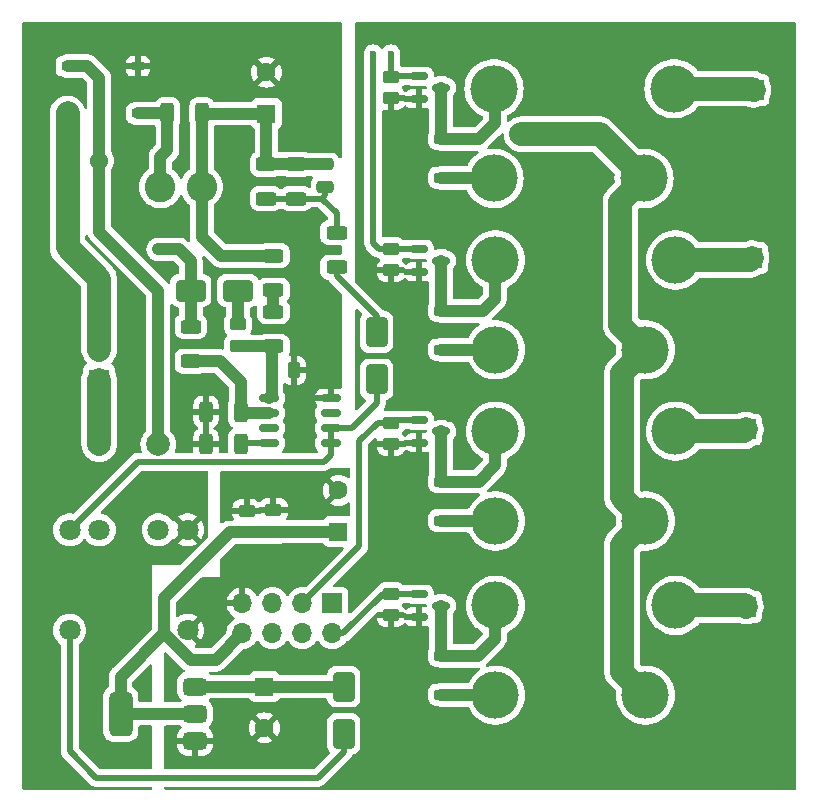
<source format=gtl>
G04 #@! TF.GenerationSoftware,KiCad,Pcbnew,8.0.2-8.0.2-0~ubuntu22.04.1*
G04 #@! TF.CreationDate,2024-05-20T15:25:02+07:00*
G04 #@! TF.ProjectId,PCB_design,5043425f-6465-4736-9967-6e2e6b696361,rev?*
G04 #@! TF.SameCoordinates,Original*
G04 #@! TF.FileFunction,Copper,L1,Top*
G04 #@! TF.FilePolarity,Positive*
%FSLAX46Y46*%
G04 Gerber Fmt 4.6, Leading zero omitted, Abs format (unit mm)*
G04 Created by KiCad (PCBNEW 8.0.2-8.0.2-0~ubuntu22.04.1) date 2024-05-20 15:25:02*
%MOMM*%
%LPD*%
G01*
G04 APERTURE LIST*
G04 Aperture macros list*
%AMRoundRect*
0 Rectangle with rounded corners*
0 $1 Rounding radius*
0 $2 $3 $4 $5 $6 $7 $8 $9 X,Y pos of 4 corners*
0 Add a 4 corners polygon primitive as box body*
4,1,4,$2,$3,$4,$5,$6,$7,$8,$9,$2,$3,0*
0 Add four circle primitives for the rounded corners*
1,1,$1+$1,$2,$3*
1,1,$1+$1,$4,$5*
1,1,$1+$1,$6,$7*
1,1,$1+$1,$8,$9*
0 Add four rect primitives between the rounded corners*
20,1,$1+$1,$2,$3,$4,$5,0*
20,1,$1+$1,$4,$5,$6,$7,0*
20,1,$1+$1,$6,$7,$8,$9,0*
20,1,$1+$1,$8,$9,$2,$3,0*%
G04 Aperture macros list end*
G04 #@! TA.AperFunction,ComponentPad*
%ADD10C,1.800000*%
G04 #@! TD*
G04 #@! TA.AperFunction,ComponentPad*
%ADD11C,4.000000*%
G04 #@! TD*
G04 #@! TA.AperFunction,SMDPad,CuDef*
%ADD12RoundRect,0.150000X-0.675000X-0.150000X0.675000X-0.150000X0.675000X0.150000X-0.675000X0.150000X0*%
G04 #@! TD*
G04 #@! TA.AperFunction,SMDPad,CuDef*
%ADD13RoundRect,0.250000X0.450000X-0.262500X0.450000X0.262500X-0.450000X0.262500X-0.450000X-0.262500X0*%
G04 #@! TD*
G04 #@! TA.AperFunction,SMDPad,CuDef*
%ADD14RoundRect,0.225000X0.375000X-0.225000X0.375000X0.225000X-0.375000X0.225000X-0.375000X-0.225000X0*%
G04 #@! TD*
G04 #@! TA.AperFunction,SMDPad,CuDef*
%ADD15RoundRect,0.250000X-0.475000X0.250000X-0.475000X-0.250000X0.475000X-0.250000X0.475000X0.250000X0*%
G04 #@! TD*
G04 #@! TA.AperFunction,ComponentPad*
%ADD16R,1.700000X1.700000*%
G04 #@! TD*
G04 #@! TA.AperFunction,ComponentPad*
%ADD17O,1.700000X1.700000*%
G04 #@! TD*
G04 #@! TA.AperFunction,SMDPad,CuDef*
%ADD18RoundRect,0.250000X-0.625000X0.312500X-0.625000X-0.312500X0.625000X-0.312500X0.625000X0.312500X0*%
G04 #@! TD*
G04 #@! TA.AperFunction,ComponentPad*
%ADD19R,1.600000X1.600000*%
G04 #@! TD*
G04 #@! TA.AperFunction,ComponentPad*
%ADD20C,1.600000*%
G04 #@! TD*
G04 #@! TA.AperFunction,ComponentPad*
%ADD21C,1.524000*%
G04 #@! TD*
G04 #@! TA.AperFunction,SMDPad,CuDef*
%ADD22RoundRect,0.250000X-0.650000X1.000000X-0.650000X-1.000000X0.650000X-1.000000X0.650000X1.000000X0*%
G04 #@! TD*
G04 #@! TA.AperFunction,ComponentPad*
%ADD23C,2.000000*%
G04 #@! TD*
G04 #@! TA.AperFunction,SMDPad,CuDef*
%ADD24RoundRect,0.250000X1.000000X0.650000X-1.000000X0.650000X-1.000000X-0.650000X1.000000X-0.650000X0*%
G04 #@! TD*
G04 #@! TA.AperFunction,SMDPad,CuDef*
%ADD25RoundRect,0.150000X-0.587500X-0.150000X0.587500X-0.150000X0.587500X0.150000X-0.587500X0.150000X0*%
G04 #@! TD*
G04 #@! TA.AperFunction,ComponentPad*
%ADD26C,2.600000*%
G04 #@! TD*
G04 #@! TA.AperFunction,SMDPad,CuDef*
%ADD27RoundRect,0.375000X0.625000X0.375000X-0.625000X0.375000X-0.625000X-0.375000X0.625000X-0.375000X0*%
G04 #@! TD*
G04 #@! TA.AperFunction,SMDPad,CuDef*
%ADD28RoundRect,0.500000X0.500000X1.400000X-0.500000X1.400000X-0.500000X-1.400000X0.500000X-1.400000X0*%
G04 #@! TD*
G04 #@! TA.AperFunction,SMDPad,CuDef*
%ADD29RoundRect,0.250000X-0.312500X-0.625000X0.312500X-0.625000X0.312500X0.625000X-0.312500X0.625000X0*%
G04 #@! TD*
G04 #@! TA.AperFunction,SMDPad,CuDef*
%ADD30RoundRect,0.250000X-0.450000X0.262500X-0.450000X-0.262500X0.450000X-0.262500X0.450000X0.262500X0*%
G04 #@! TD*
G04 #@! TA.AperFunction,SMDPad,CuDef*
%ADD31R,1.000000X0.700000*%
G04 #@! TD*
G04 #@! TA.AperFunction,SMDPad,CuDef*
%ADD32RoundRect,0.250000X-0.250000X-0.475000X0.250000X-0.475000X0.250000X0.475000X-0.250000X0.475000X0*%
G04 #@! TD*
G04 #@! TA.AperFunction,ViaPad*
%ADD33C,0.600000*%
G04 #@! TD*
G04 #@! TA.AperFunction,ViaPad*
%ADD34C,1.000000*%
G04 #@! TD*
G04 #@! TA.AperFunction,ViaPad*
%ADD35C,2.000000*%
G04 #@! TD*
G04 #@! TA.AperFunction,Conductor*
%ADD36C,0.500000*%
G04 #@! TD*
G04 #@! TA.AperFunction,Conductor*
%ADD37C,2.000000*%
G04 #@! TD*
G04 #@! TA.AperFunction,Conductor*
%ADD38C,1.000000*%
G04 #@! TD*
G04 APERTURE END LIST*
D10*
X100500000Y-71500000D03*
X98000000Y-71500000D03*
X98000000Y-80000000D03*
X108000000Y-80000000D03*
X105500000Y-71500000D03*
X108000000Y-71500000D03*
D11*
X146750000Y-85500000D03*
X149290000Y-77900000D03*
X134050000Y-85500000D03*
X134050000Y-77900000D03*
X146750000Y-70750000D03*
X149290000Y-63150000D03*
X134050000Y-70750000D03*
X134050000Y-63150000D03*
X146750000Y-56250000D03*
X149290000Y-48650000D03*
X134050000Y-56250000D03*
X134050000Y-48650000D03*
X146625000Y-41750000D03*
X149165000Y-34150000D03*
X133925000Y-41750000D03*
X133925000Y-34150000D03*
D12*
X120125000Y-60345000D03*
X120125000Y-61615000D03*
X120125000Y-62885000D03*
X120125000Y-64155000D03*
X114875000Y-64155000D03*
X114875000Y-62885000D03*
X114875000Y-61615000D03*
X114875000Y-60345000D03*
D13*
X112250000Y-54087500D03*
X112250000Y-55912500D03*
D14*
X129460000Y-67410000D03*
X129460000Y-70710000D03*
D15*
X115250000Y-69800000D03*
X115250000Y-71700000D03*
D16*
X155250000Y-78000000D03*
X100500000Y-58775000D03*
D17*
X100500000Y-56235000D03*
X100500000Y-53695000D03*
D18*
X120600000Y-46337500D03*
X120600000Y-49262500D03*
D13*
X125210000Y-62410000D03*
X125210000Y-64235000D03*
D14*
X129450000Y-38400000D03*
X129450000Y-41700000D03*
D13*
X125210000Y-76910000D03*
X125210000Y-78735000D03*
D19*
X114650000Y-36252651D03*
D20*
X114650000Y-32752651D03*
D21*
X100500000Y-40250000D03*
X100500000Y-50250000D03*
D22*
X124000000Y-54750000D03*
X124000000Y-58750000D03*
D18*
X117140000Y-40530000D03*
X117140000Y-43455000D03*
D23*
X100500000Y-64250000D03*
X105500000Y-64250000D03*
D24*
X108250000Y-51250000D03*
X112250000Y-51250000D03*
D14*
X129460000Y-82160000D03*
X129460000Y-85460000D03*
D25*
X129460000Y-63160000D03*
X127585000Y-64110000D03*
X127585000Y-62210000D03*
D15*
X119640000Y-40555000D03*
X119640000Y-42455000D03*
D16*
X155750000Y-48500000D03*
X155900000Y-34250000D03*
D18*
X114640000Y-40530000D03*
X114640000Y-43455000D03*
D13*
X125200000Y-47700000D03*
X125200000Y-49525000D03*
D26*
X109180000Y-42470000D03*
X105680000Y-42470000D03*
D25*
X129450000Y-48700000D03*
X127575000Y-49650000D03*
X127575000Y-47750000D03*
D18*
X108250000Y-57212500D03*
X108250000Y-54287500D03*
D25*
X129460000Y-77910000D03*
X127585000Y-78860000D03*
X127585000Y-76960000D03*
D18*
X115250000Y-55962500D03*
X115250000Y-53037500D03*
D27*
X108617500Y-89362500D03*
X108617500Y-87062500D03*
D28*
X102317500Y-87062500D03*
D27*
X108617500Y-84762500D03*
D18*
X115250000Y-51212500D03*
X115250000Y-48287500D03*
D13*
X125200000Y-33125000D03*
X125200000Y-34950000D03*
D25*
X129450000Y-34050000D03*
X127575000Y-35000000D03*
X127575000Y-33100000D03*
D20*
X120750000Y-68152651D03*
D19*
X120750000Y-71652651D03*
D29*
X112462500Y-61500000D03*
X109537500Y-61500000D03*
X112462500Y-64250000D03*
X109537500Y-64250000D03*
D30*
X112980000Y-69887500D03*
X112980000Y-71712500D03*
D29*
X106275000Y-36240000D03*
X109200000Y-36240000D03*
D22*
X121207500Y-84772500D03*
X121207500Y-88772500D03*
D14*
X129450000Y-52950000D03*
X129450000Y-56250000D03*
D17*
X112620000Y-80240000D03*
X112620000Y-77700000D03*
X115160000Y-80240000D03*
X115160000Y-77700000D03*
X117700000Y-80240000D03*
X117700000Y-77700000D03*
X120240000Y-80240000D03*
D16*
X120240000Y-77700000D03*
D31*
X103775000Y-36240000D03*
X103775000Y-32240000D03*
X97825000Y-32240000D03*
X97825000Y-36240000D03*
D16*
X155250000Y-63000000D03*
D32*
X117000000Y-58000000D03*
X115100000Y-58000000D03*
D19*
X114487500Y-84762500D03*
D20*
X114487500Y-88262500D03*
D33*
X122500000Y-45000000D03*
X122500000Y-38500000D03*
X119000000Y-36750000D03*
X103750000Y-38500000D03*
X111250000Y-38750000D03*
X95000000Y-33750000D03*
X101750000Y-30250000D03*
X107500000Y-32000000D03*
X118500000Y-29500000D03*
X153750000Y-30250000D03*
X154750000Y-40500000D03*
X155250000Y-55750000D03*
X156000000Y-69750000D03*
X155750000Y-89000000D03*
X138500000Y-90750000D03*
X96500000Y-76250000D03*
X112750000Y-74250000D03*
X108000000Y-77250000D03*
X107250000Y-69250000D03*
X141750000Y-79250000D03*
X142000000Y-65750000D03*
X142500000Y-49500000D03*
X143500000Y-35300000D03*
X152300000Y-88100000D03*
X150100000Y-81700000D03*
X148700000Y-74400000D03*
X148700000Y-66600000D03*
X149200000Y-59400000D03*
X141200000Y-40200000D03*
X148600000Y-38700000D03*
X148800000Y-52300000D03*
X149100000Y-45200000D03*
X141100000Y-44000000D03*
X141300000Y-58600000D03*
X141300000Y-72500000D03*
X130600000Y-32600000D03*
X126400000Y-36300000D03*
X107000000Y-83500000D03*
X124500000Y-66000000D03*
X128500000Y-59000000D03*
X125500000Y-60500000D03*
X128500000Y-54500000D03*
X125000000Y-46000000D03*
X125000000Y-51500000D03*
X129000000Y-44500000D03*
X131500000Y-46500000D03*
X136000000Y-29000000D03*
X136700000Y-32500000D03*
X138000000Y-44000000D03*
X138000000Y-58500000D03*
X138000000Y-72500000D03*
X124500000Y-83500000D03*
X126500000Y-81500000D03*
X127000000Y-88000000D03*
X127000000Y-90500000D03*
X138000000Y-83500000D03*
X141500000Y-83500000D03*
X121000000Y-92500000D03*
X119000000Y-90000000D03*
X117000000Y-86500000D03*
X117000000Y-83000000D03*
X104000000Y-80500000D03*
X104500000Y-85000000D03*
X98500000Y-93000000D03*
X104000000Y-91000000D03*
X96500000Y-82500000D03*
X99500000Y-82500000D03*
X103000000Y-73500000D03*
X104200000Y-67900000D03*
X112000000Y-68500000D03*
X116000000Y-67500000D03*
X117500000Y-62000000D03*
X118500000Y-59000000D03*
X119500000Y-53500000D03*
X115500000Y-46000000D03*
X118500000Y-49000000D03*
X111000000Y-46000000D03*
X106000000Y-49500000D03*
X104000000Y-52000000D03*
X102500000Y-57500000D03*
X96000000Y-60000000D03*
X107000000Y-60000000D03*
X95500000Y-43000000D03*
X102000000Y-43000000D03*
D34*
X105500000Y-47750000D03*
D35*
X136250000Y-38000000D03*
D33*
X123700000Y-31200000D03*
X125200000Y-31200000D03*
D36*
X98000000Y-71500000D02*
X103750000Y-65750000D01*
X103750000Y-65750000D02*
X119500000Y-65750000D01*
X120125000Y-65125000D02*
X120125000Y-64155000D01*
X119500000Y-65750000D02*
X120125000Y-65125000D01*
D37*
X136250000Y-38000000D02*
X142875000Y-38000000D01*
X142875000Y-38000000D02*
X146625000Y-41750000D01*
X149165000Y-34150000D02*
X155800000Y-34150000D01*
X155800000Y-34150000D02*
X155900000Y-34250000D01*
X149290000Y-48650000D02*
X155600000Y-48650000D01*
X155600000Y-48650000D02*
X155750000Y-48500000D01*
X149290000Y-63150000D02*
X155100000Y-63150000D01*
X155100000Y-63150000D02*
X155250000Y-63000000D01*
X149290000Y-77900000D02*
X155150000Y-77900000D01*
X155150000Y-77900000D02*
X155250000Y-78000000D01*
X146750000Y-70750000D02*
X144750000Y-72750000D01*
X144750000Y-72750000D02*
X144750000Y-83500000D01*
X144750000Y-83500000D02*
X146750000Y-85500000D01*
X146750000Y-56250000D02*
X144750000Y-58250000D01*
X144750000Y-58250000D02*
X144750000Y-68750000D01*
X144750000Y-68750000D02*
X146750000Y-70750000D01*
X146625000Y-41750000D02*
X144625000Y-43750000D01*
X144625000Y-43750000D02*
X144625000Y-54125000D01*
X144625000Y-54125000D02*
X146750000Y-56250000D01*
D36*
X120600000Y-49262500D02*
X120600000Y-50000000D01*
X120600000Y-50000000D02*
X124000000Y-53400000D01*
X124000000Y-53400000D02*
X124000000Y-54750000D01*
X119350000Y-43455000D02*
X119355000Y-43455000D01*
X119355000Y-43455000D02*
X120600000Y-44700000D01*
X120600000Y-44700000D02*
X120600000Y-46337500D01*
D37*
X149165000Y-34150000D02*
X148750000Y-34150000D01*
D38*
X146715000Y-85510000D02*
X146675000Y-85550000D01*
X146815000Y-70810000D02*
X146775000Y-70850000D01*
X146810000Y-56250000D02*
X146760000Y-56200000D01*
X106000000Y-80262742D02*
X102317500Y-83945242D01*
X102317500Y-83945242D02*
X102317500Y-87062500D01*
X112980000Y-71712500D02*
X111537500Y-71712500D01*
X111537500Y-71712500D02*
X106000000Y-77250000D01*
X106000000Y-77250000D02*
X106000000Y-80262742D01*
X106000000Y-80262742D02*
X108237258Y-82500000D01*
X108237258Y-82500000D02*
X110360000Y-82500000D01*
D36*
X98000000Y-80000000D02*
X98000000Y-90250000D01*
X98000000Y-90250000D02*
X100250000Y-92500000D01*
X100250000Y-92500000D02*
X119000000Y-92500000D01*
X121207500Y-90292500D02*
X121207500Y-88772500D01*
X119000000Y-92500000D02*
X121207500Y-90292500D01*
D38*
X105500000Y-47750000D02*
X107250000Y-47750000D01*
X108250000Y-48750000D02*
X108250000Y-51250000D01*
X107250000Y-47750000D02*
X108250000Y-48750000D01*
X115250000Y-48287500D02*
X110787500Y-48287500D01*
X110787500Y-48287500D02*
X109180000Y-46680000D01*
X109180000Y-46680000D02*
X109180000Y-42470000D01*
X115250000Y-53037500D02*
X115250000Y-51212500D01*
X115250000Y-71700000D02*
X112992500Y-71700000D01*
X112992500Y-71700000D02*
X112980000Y-71712500D01*
X120750000Y-71652651D02*
X115297349Y-71652651D01*
X115297349Y-71652651D02*
X115250000Y-71700000D01*
D36*
X124000000Y-58750000D02*
X124000000Y-60750000D01*
X124000000Y-60750000D02*
X121865000Y-62885000D01*
X121865000Y-62885000D02*
X120125000Y-62885000D01*
X120125000Y-64155000D02*
X120125000Y-62885000D01*
X114875000Y-64155000D02*
X112557500Y-64155000D01*
X112557500Y-64155000D02*
X112462500Y-64250000D01*
D38*
X112462500Y-61500000D02*
X112577500Y-61615000D01*
X112577500Y-61615000D02*
X114875000Y-61615000D01*
X108250000Y-57212500D02*
X110712500Y-57212500D01*
X110712500Y-57212500D02*
X112462500Y-58962500D01*
X112462500Y-58962500D02*
X112462500Y-61500000D01*
X112250000Y-54087500D02*
X112250000Y-51250000D01*
X115100000Y-58000000D02*
X115100000Y-60120000D01*
X115100000Y-60120000D02*
X114875000Y-60345000D01*
X115250000Y-55962500D02*
X112300000Y-55962500D01*
X112300000Y-55962500D02*
X112250000Y-55912500D01*
X115100000Y-58000000D02*
X115100000Y-56112500D01*
X115100000Y-56112500D02*
X115250000Y-55962500D01*
X108250000Y-54287500D02*
X108250000Y-51250000D01*
X112620000Y-80240000D02*
X110360000Y-82500000D01*
X100500000Y-40250000D02*
X100500000Y-33250000D01*
X100500000Y-33250000D02*
X99490000Y-32240000D01*
X99490000Y-32240000D02*
X97825000Y-32240000D01*
X100500000Y-40250000D02*
X100500000Y-46250000D01*
X100500000Y-46250000D02*
X105500000Y-51250000D01*
X105500000Y-51250000D02*
X105500000Y-64250000D01*
D37*
X100500000Y-64250000D02*
X100500000Y-58775000D01*
X100500000Y-50250000D02*
X97825000Y-47575000D01*
X97825000Y-47575000D02*
X97825000Y-36240000D01*
X100500000Y-53695000D02*
X100500000Y-50250000D01*
X100500000Y-56235000D02*
X100500000Y-53695000D01*
D36*
X125210000Y-62410000D02*
X124090000Y-62410000D01*
X124090000Y-62410000D02*
X122500000Y-64000000D01*
X122500000Y-64000000D02*
X122500000Y-72900000D01*
X122500000Y-72900000D02*
X117700000Y-77700000D01*
X123700000Y-31200000D02*
X123700000Y-47200000D01*
X123700000Y-47200000D02*
X124200000Y-47700000D01*
X124200000Y-47700000D02*
X125200000Y-47700000D01*
X125200000Y-31200000D02*
X125200000Y-33125000D01*
X125210000Y-76910000D02*
X124490000Y-76910000D01*
X124490000Y-76910000D02*
X121160000Y-80240000D01*
X121160000Y-80240000D02*
X120240000Y-80240000D01*
D38*
X106275000Y-39325000D02*
X105680000Y-39920000D01*
X106275000Y-36240000D02*
X103775000Y-36240000D01*
X106275000Y-36240000D02*
X106275000Y-39325000D01*
X105680000Y-39920000D02*
X105680000Y-42470000D01*
X129460000Y-85460000D02*
X133960000Y-85460000D01*
X133910000Y-70710000D02*
X134010000Y-70810000D01*
X121207500Y-84772500D02*
X114497500Y-84772500D01*
X114497500Y-84772500D02*
X114487500Y-84762500D01*
X133950000Y-41700000D02*
X134000000Y-41750000D01*
X129450000Y-56250000D02*
X134000000Y-56250000D01*
X114487500Y-84762500D02*
X108617500Y-84762500D01*
X133960000Y-85460000D02*
X134010000Y-85510000D01*
X129460000Y-70710000D02*
X133910000Y-70710000D01*
X129450000Y-41700000D02*
X133950000Y-41700000D01*
X129450000Y-38400000D02*
X132662500Y-38400000D01*
X129450000Y-38400000D02*
X129450000Y-34050000D01*
X132662500Y-38400000D02*
X134000000Y-37062500D01*
X134000000Y-37062500D02*
X134000000Y-34150000D01*
X132972500Y-52950000D02*
X134000000Y-51922500D01*
X129450000Y-52950000D02*
X129450000Y-48700000D01*
X129450000Y-52950000D02*
X132972500Y-52950000D01*
X134000000Y-51922500D02*
X134000000Y-48650000D01*
X134010000Y-66032500D02*
X134010000Y-63210000D01*
X129460000Y-67410000D02*
X132632500Y-67410000D01*
X132632500Y-67410000D02*
X134010000Y-66032500D01*
X129460000Y-67410000D02*
X129460000Y-63160000D01*
X134010000Y-80722500D02*
X134010000Y-77910000D01*
X129460000Y-82160000D02*
X132572500Y-82160000D01*
X129460000Y-82160000D02*
X129460000Y-77910000D01*
X132572500Y-82160000D02*
X134010000Y-80722500D01*
D36*
X125225000Y-33100000D02*
X125200000Y-33125000D01*
X127575000Y-33100000D02*
X125225000Y-33100000D01*
X125410000Y-62210000D02*
X125210000Y-62410000D01*
X127585000Y-62210000D02*
X125410000Y-62210000D01*
D38*
X108617500Y-87062500D02*
X102317500Y-87062500D01*
D36*
X127585000Y-76960000D02*
X125260000Y-76960000D01*
X125260000Y-76960000D02*
X125210000Y-76910000D01*
X127575000Y-47750000D02*
X125250000Y-47750000D01*
X125250000Y-47750000D02*
X125200000Y-47700000D01*
D38*
X109212651Y-36252651D02*
X109200000Y-36240000D01*
X109200000Y-42450000D02*
X109180000Y-42470000D01*
X114650000Y-40520000D02*
X114640000Y-40530000D01*
X114640000Y-40530000D02*
X117140000Y-40530000D01*
X114650000Y-36252651D02*
X114650000Y-40520000D01*
X117165000Y-40555000D02*
X117140000Y-40530000D01*
X119640000Y-40555000D02*
X117165000Y-40555000D01*
X109200000Y-36240000D02*
X109200000Y-42450000D01*
X114650000Y-36252651D02*
X109212651Y-36252651D01*
D36*
X119640000Y-43165000D02*
X119350000Y-43455000D01*
X119640000Y-42455000D02*
X119640000Y-43165000D01*
X114640000Y-43455000D02*
X117140000Y-43455000D01*
X119350000Y-43455000D02*
X117140000Y-43455000D01*
G04 #@! TA.AperFunction,Conductor*
G36*
X120968039Y-28520185D02*
G01*
X121013794Y-28572989D01*
X121025000Y-28624500D01*
X121025000Y-39913512D01*
X121005315Y-39980551D01*
X120952511Y-40026306D01*
X120883353Y-40036250D01*
X120819797Y-40007225D01*
X120795461Y-39978609D01*
X120745845Y-39898168D01*
X120707712Y-39836344D01*
X120583656Y-39712288D01*
X120447270Y-39628165D01*
X120434336Y-39620187D01*
X120434331Y-39620185D01*
X120424200Y-39616828D01*
X120267797Y-39565001D01*
X120267795Y-39565000D01*
X120165016Y-39554500D01*
X120165009Y-39554500D01*
X119738543Y-39554500D01*
X119738541Y-39554500D01*
X118154866Y-39554500D01*
X118089768Y-39536038D01*
X118084338Y-39532688D01*
X118084335Y-39532686D01*
X118084334Y-39532686D01*
X117917797Y-39477501D01*
X117917795Y-39477500D01*
X117815010Y-39467000D01*
X116464998Y-39467000D01*
X116464981Y-39467001D01*
X116362203Y-39477500D01*
X116362200Y-39477501D01*
X116224275Y-39523206D01*
X116185271Y-39529500D01*
X115774500Y-39529500D01*
X115707461Y-39509815D01*
X115661706Y-39457011D01*
X115650500Y-39405500D01*
X115650500Y-37589831D01*
X115670185Y-37522792D01*
X115700187Y-37490565D01*
X115807546Y-37410197D01*
X115893796Y-37294982D01*
X115944091Y-37160134D01*
X115950500Y-37100524D01*
X115950499Y-35404779D01*
X115945299Y-35356408D01*
X115944091Y-35345167D01*
X115893797Y-35210322D01*
X115893793Y-35210315D01*
X115807547Y-35095106D01*
X115807544Y-35095103D01*
X115692335Y-35008857D01*
X115692328Y-35008853D01*
X115557482Y-34958559D01*
X115557483Y-34958559D01*
X115497883Y-34952152D01*
X115497881Y-34952151D01*
X115497873Y-34952151D01*
X115497864Y-34952151D01*
X113802129Y-34952151D01*
X113802123Y-34952152D01*
X113742516Y-34958559D01*
X113607671Y-35008853D01*
X113607664Y-35008857D01*
X113492456Y-35095103D01*
X113492455Y-35095104D01*
X113492454Y-35095105D01*
X113412087Y-35202462D01*
X113356153Y-35244333D01*
X113312820Y-35252151D01*
X110239681Y-35252151D01*
X110172642Y-35232466D01*
X110134142Y-35193248D01*
X110126339Y-35180597D01*
X110105212Y-35146344D01*
X109981156Y-35022288D01*
X109831834Y-34930186D01*
X109665297Y-34875001D01*
X109665295Y-34875000D01*
X109562510Y-34864500D01*
X108837498Y-34864500D01*
X108837480Y-34864501D01*
X108734703Y-34875000D01*
X108734700Y-34875001D01*
X108568168Y-34930185D01*
X108568163Y-34930187D01*
X108418842Y-35022289D01*
X108294789Y-35146342D01*
X108202687Y-35295663D01*
X108202685Y-35295668D01*
X108183566Y-35353366D01*
X108147501Y-35462203D01*
X108147501Y-35462204D01*
X108147500Y-35462204D01*
X108137000Y-35564983D01*
X108137000Y-36915001D01*
X108137001Y-36915018D01*
X108147500Y-37017796D01*
X108147501Y-37017799D01*
X108193206Y-37155725D01*
X108199500Y-37194729D01*
X108199500Y-40893805D01*
X108179815Y-40960844D01*
X108145352Y-40996258D01*
X108054262Y-41058362D01*
X107856442Y-41241910D01*
X107688185Y-41452898D01*
X107553258Y-41686599D01*
X107545428Y-41706550D01*
X107502611Y-41761763D01*
X107436741Y-41785063D01*
X107368731Y-41769052D01*
X107320173Y-41718813D01*
X107314572Y-41706550D01*
X107306743Y-41686602D01*
X107171815Y-41452898D01*
X107003561Y-41241915D01*
X107003560Y-41241914D01*
X107003557Y-41241910D01*
X106851999Y-41101286D01*
X106805741Y-41058365D01*
X106805737Y-41058362D01*
X106805730Y-41058356D01*
X106734648Y-41009893D01*
X106690346Y-40955864D01*
X106680500Y-40907440D01*
X106680500Y-40385781D01*
X106700185Y-40318742D01*
X106716815Y-40298104D01*
X106912778Y-40102141D01*
X106912782Y-40102139D01*
X107052139Y-39962782D01*
X107161632Y-39798914D01*
X107214961Y-39670165D01*
X107237051Y-39616836D01*
X107256621Y-39518452D01*
X107266855Y-39467001D01*
X107275500Y-39423543D01*
X107275500Y-37194728D01*
X107281794Y-37155724D01*
X107327499Y-37017797D01*
X107338000Y-36915009D01*
X107337999Y-35564992D01*
X107327499Y-35462203D01*
X107272314Y-35295666D01*
X107180212Y-35146344D01*
X107056156Y-35022288D01*
X106906834Y-34930186D01*
X106740297Y-34875001D01*
X106740295Y-34875000D01*
X106637510Y-34864500D01*
X105912498Y-34864500D01*
X105912480Y-34864501D01*
X105809703Y-34875000D01*
X105809700Y-34875001D01*
X105643168Y-34930185D01*
X105643163Y-34930187D01*
X105493842Y-35022289D01*
X105369789Y-35146342D01*
X105348661Y-35180597D01*
X105296713Y-35227321D01*
X105243122Y-35239500D01*
X103676457Y-35239500D01*
X103483170Y-35277947D01*
X103483160Y-35277950D01*
X103301088Y-35353366D01*
X103301085Y-35353368D01*
X103276153Y-35370026D01*
X103220521Y-35390211D01*
X103167516Y-35395909D01*
X103032671Y-35446202D01*
X103032664Y-35446206D01*
X102917455Y-35532452D01*
X102917452Y-35532455D01*
X102831206Y-35647664D01*
X102831202Y-35647671D01*
X102780908Y-35782517D01*
X102774501Y-35842116D01*
X102774500Y-35842135D01*
X102774500Y-36637869D01*
X102774501Y-36637876D01*
X102780908Y-36697483D01*
X102831202Y-36832328D01*
X102831206Y-36832335D01*
X102917452Y-36947544D01*
X102917455Y-36947547D01*
X103032664Y-37033793D01*
X103032671Y-37033797D01*
X103167517Y-37084091D01*
X103167516Y-37084091D01*
X103220527Y-37089791D01*
X103276161Y-37109977D01*
X103301086Y-37126632D01*
X103301087Y-37126632D01*
X103301088Y-37126633D01*
X103301090Y-37126634D01*
X103465488Y-37194729D01*
X103483165Y-37202051D01*
X103483169Y-37202051D01*
X103483170Y-37202052D01*
X103676456Y-37240500D01*
X103676459Y-37240500D01*
X105150500Y-37240500D01*
X105217539Y-37260185D01*
X105263294Y-37312989D01*
X105274500Y-37364500D01*
X105274500Y-38859217D01*
X105254815Y-38926256D01*
X105238181Y-38946898D01*
X105042221Y-39142858D01*
X105042218Y-39142861D01*
X104972538Y-39212540D01*
X104902859Y-39282219D01*
X104793371Y-39446079D01*
X104793364Y-39446092D01*
X104757497Y-39532686D01*
X104747033Y-39557949D01*
X104744112Y-39565001D01*
X104719350Y-39624782D01*
X104719349Y-39624784D01*
X104717950Y-39628159D01*
X104717946Y-39628174D01*
X104679500Y-39821454D01*
X104679500Y-40907440D01*
X104659815Y-40974479D01*
X104625353Y-41009893D01*
X104554260Y-41058364D01*
X104356442Y-41241910D01*
X104188185Y-41452898D01*
X104053258Y-41686599D01*
X104053256Y-41686603D01*
X103954666Y-41937804D01*
X103954664Y-41937811D01*
X103894616Y-42200898D01*
X103874451Y-42469995D01*
X103874451Y-42470004D01*
X103894616Y-42739101D01*
X103954664Y-43002188D01*
X103954666Y-43002195D01*
X104053254Y-43253392D01*
X104053257Y-43253398D01*
X104188185Y-43487102D01*
X104224331Y-43532427D01*
X104356442Y-43698089D01*
X104485139Y-43817501D01*
X104554259Y-43881635D01*
X104777226Y-44033651D01*
X105020359Y-44150738D01*
X105278228Y-44230280D01*
X105278229Y-44230280D01*
X105278232Y-44230281D01*
X105545063Y-44270499D01*
X105545068Y-44270499D01*
X105545071Y-44270500D01*
X105545072Y-44270500D01*
X105814928Y-44270500D01*
X105814929Y-44270500D01*
X105814936Y-44270499D01*
X106081767Y-44230281D01*
X106081768Y-44230280D01*
X106081772Y-44230280D01*
X106339641Y-44150738D01*
X106582775Y-44033651D01*
X106805741Y-43881635D01*
X107003561Y-43698085D01*
X107171815Y-43487102D01*
X107306743Y-43253398D01*
X107314572Y-43233451D01*
X107357387Y-43178237D01*
X107423257Y-43154936D01*
X107491268Y-43170947D01*
X107539826Y-43221184D01*
X107545428Y-43233451D01*
X107553254Y-43253392D01*
X107553256Y-43253396D01*
X107553257Y-43253398D01*
X107688185Y-43487102D01*
X107724331Y-43532427D01*
X107856442Y-43698089D01*
X107972567Y-43805836D01*
X108054259Y-43881635D01*
X108125351Y-43930104D01*
X108169653Y-43984133D01*
X108179500Y-44032558D01*
X108179500Y-46778541D01*
X108184667Y-46804518D01*
X108187983Y-46821185D01*
X108187983Y-46821187D01*
X108217947Y-46971829D01*
X108218460Y-46973520D01*
X108218468Y-46974449D01*
X108219137Y-46977811D01*
X108218499Y-46977937D01*
X108219083Y-47043387D01*
X108181834Y-47102500D01*
X108118540Y-47132091D01*
X108049296Y-47122764D01*
X108012118Y-47097196D01*
X107887785Y-46972863D01*
X107887781Y-46972860D01*
X107723920Y-46863371D01*
X107723907Y-46863364D01*
X107577683Y-46802797D01*
X107577682Y-46802797D01*
X107541836Y-46787949D01*
X107541828Y-46787947D01*
X107421316Y-46763976D01*
X107396974Y-46759134D01*
X107348543Y-46749500D01*
X107348541Y-46749500D01*
X105555244Y-46749500D01*
X105543090Y-46748903D01*
X105500000Y-46744659D01*
X105456910Y-46748903D01*
X105444756Y-46749500D01*
X105401453Y-46749500D01*
X105358991Y-46757945D01*
X105346963Y-46759730D01*
X105303867Y-46763976D01*
X105262427Y-46776546D01*
X105250626Y-46779502D01*
X105208166Y-46787948D01*
X105208161Y-46787949D01*
X105168159Y-46804518D01*
X105156707Y-46808616D01*
X105115272Y-46821186D01*
X105077091Y-46841594D01*
X105066093Y-46846795D01*
X105026091Y-46863364D01*
X104990080Y-46887426D01*
X104979645Y-46893680D01*
X104941465Y-46914087D01*
X104941460Y-46914091D01*
X104907990Y-46941557D01*
X104898225Y-46948799D01*
X104862225Y-46972855D01*
X104862219Y-46972860D01*
X104831595Y-47003483D01*
X104822584Y-47011650D01*
X104789117Y-47039117D01*
X104761650Y-47072584D01*
X104753483Y-47081595D01*
X104722860Y-47112219D01*
X104722855Y-47112225D01*
X104698799Y-47148225D01*
X104691557Y-47157990D01*
X104664091Y-47191460D01*
X104664087Y-47191465D01*
X104643680Y-47229645D01*
X104637426Y-47240080D01*
X104613364Y-47276091D01*
X104596795Y-47316093D01*
X104591594Y-47327091D01*
X104571186Y-47365272D01*
X104558616Y-47406707D01*
X104554518Y-47418159D01*
X104537949Y-47458161D01*
X104537948Y-47458166D01*
X104529502Y-47500626D01*
X104526546Y-47512427D01*
X104513976Y-47553867D01*
X104509730Y-47596963D01*
X104507945Y-47608991D01*
X104499500Y-47651453D01*
X104499500Y-47694754D01*
X104498903Y-47706907D01*
X104494659Y-47749999D01*
X104498903Y-47793090D01*
X104499500Y-47805244D01*
X104499500Y-47848544D01*
X104507945Y-47891006D01*
X104509730Y-47903035D01*
X104513975Y-47946130D01*
X104513976Y-47946134D01*
X104526547Y-47987575D01*
X104529503Y-47999378D01*
X104537946Y-48041827D01*
X104537948Y-48041834D01*
X104554517Y-48081834D01*
X104558612Y-48093277D01*
X104571186Y-48134727D01*
X104571187Y-48134729D01*
X104591597Y-48172913D01*
X104596800Y-48183915D01*
X104613368Y-48223914D01*
X104613370Y-48223918D01*
X104637425Y-48259918D01*
X104643678Y-48270350D01*
X104654948Y-48291436D01*
X104664088Y-48308535D01*
X104664094Y-48308543D01*
X104691552Y-48342002D01*
X104698799Y-48351772D01*
X104722079Y-48386612D01*
X104722862Y-48387783D01*
X104722865Y-48387787D01*
X104753479Y-48418401D01*
X104761651Y-48427416D01*
X104786886Y-48458165D01*
X104789118Y-48460884D01*
X104822581Y-48488346D01*
X104831599Y-48496520D01*
X104862214Y-48527136D01*
X104862219Y-48527140D01*
X104898219Y-48551194D01*
X104907988Y-48558438D01*
X104941462Y-48585910D01*
X104941464Y-48585911D01*
X104979640Y-48606316D01*
X104990078Y-48612572D01*
X105026086Y-48636632D01*
X105066095Y-48653203D01*
X105077091Y-48658404D01*
X105115273Y-48678814D01*
X105156710Y-48691383D01*
X105168160Y-48695480D01*
X105208165Y-48712051D01*
X105250640Y-48720499D01*
X105262414Y-48723448D01*
X105303868Y-48736024D01*
X105346964Y-48740268D01*
X105358990Y-48742052D01*
X105389480Y-48748117D01*
X105401458Y-48750500D01*
X105401459Y-48750500D01*
X105444756Y-48750500D01*
X105456909Y-48751096D01*
X105500000Y-48755341D01*
X105543090Y-48751096D01*
X105555244Y-48750500D01*
X106784218Y-48750500D01*
X106851257Y-48770185D01*
X106871899Y-48786819D01*
X107213181Y-49128101D01*
X107246666Y-49189424D01*
X107249500Y-49215782D01*
X107249500Y-49732465D01*
X107229815Y-49799504D01*
X107177011Y-49845259D01*
X107138102Y-49855823D01*
X107097202Y-49860001D01*
X107097200Y-49860001D01*
X106930668Y-49915185D01*
X106930663Y-49915187D01*
X106781342Y-50007289D01*
X106657289Y-50131342D01*
X106565187Y-50280663D01*
X106565185Y-50280668D01*
X106510001Y-50447204D01*
X106510000Y-50447205D01*
X106499499Y-50549993D01*
X106473102Y-50614685D01*
X106415921Y-50654836D01*
X106346110Y-50657699D01*
X106285834Y-50622364D01*
X106280285Y-50616051D01*
X106277137Y-50612215D01*
X106134686Y-50469764D01*
X106134655Y-50469735D01*
X101536819Y-45871899D01*
X101503334Y-45810576D01*
X101500500Y-45784218D01*
X101500500Y-41061337D01*
X101520185Y-40994298D01*
X101522896Y-40990254D01*
X101597534Y-40883662D01*
X101690894Y-40683450D01*
X101748070Y-40470068D01*
X101767323Y-40250000D01*
X101748070Y-40029932D01*
X101690894Y-39816550D01*
X101597534Y-39616339D01*
X101541307Y-39536038D01*
X101522925Y-39509785D01*
X101500598Y-39443578D01*
X101500500Y-39438662D01*
X101500500Y-33151458D01*
X101500499Y-33151457D01*
X101494121Y-33119389D01*
X101462052Y-32958165D01*
X101386632Y-32776086D01*
X101386631Y-32776085D01*
X101386628Y-32776079D01*
X101294262Y-32637844D01*
X102775000Y-32637844D01*
X102781401Y-32697372D01*
X102781403Y-32697379D01*
X102831645Y-32832086D01*
X102831649Y-32832093D01*
X102917809Y-32947187D01*
X102917812Y-32947190D01*
X103032906Y-33033350D01*
X103032913Y-33033354D01*
X103167620Y-33083596D01*
X103167627Y-33083598D01*
X103227155Y-33089999D01*
X103227172Y-33090000D01*
X103525000Y-33090000D01*
X104025000Y-33090000D01*
X104322828Y-33090000D01*
X104322844Y-33089999D01*
X104382372Y-33083598D01*
X104382379Y-33083596D01*
X104517086Y-33033354D01*
X104517093Y-33033350D01*
X104632187Y-32947190D01*
X104632190Y-32947187D01*
X104718350Y-32832093D01*
X104718354Y-32832086D01*
X104747982Y-32752648D01*
X113345034Y-32752648D01*
X113345034Y-32752653D01*
X113364858Y-32979250D01*
X113364860Y-32979261D01*
X113423730Y-33198968D01*
X113423735Y-33198982D01*
X113519863Y-33405129D01*
X113570974Y-33478123D01*
X114250000Y-32799097D01*
X114250000Y-32805312D01*
X114277259Y-32907045D01*
X114329920Y-32998257D01*
X114404394Y-33072731D01*
X114495606Y-33125392D01*
X114597339Y-33152651D01*
X114603553Y-33152651D01*
X113924526Y-33831676D01*
X113997513Y-33882783D01*
X113997521Y-33882787D01*
X114203668Y-33978915D01*
X114203682Y-33978920D01*
X114423389Y-34037790D01*
X114423400Y-34037792D01*
X114649998Y-34057617D01*
X114650002Y-34057617D01*
X114876599Y-34037792D01*
X114876610Y-34037790D01*
X115096317Y-33978920D01*
X115096331Y-33978915D01*
X115302478Y-33882787D01*
X115375471Y-33831675D01*
X114696447Y-33152651D01*
X114702661Y-33152651D01*
X114804394Y-33125392D01*
X114895606Y-33072731D01*
X114970080Y-32998257D01*
X115022741Y-32907045D01*
X115050000Y-32805312D01*
X115050000Y-32799098D01*
X115729024Y-33478122D01*
X115780136Y-33405129D01*
X115876264Y-33198982D01*
X115876269Y-33198968D01*
X115935139Y-32979261D01*
X115935141Y-32979250D01*
X115954966Y-32752653D01*
X115954966Y-32752648D01*
X115935141Y-32526051D01*
X115935139Y-32526040D01*
X115876269Y-32306333D01*
X115876264Y-32306319D01*
X115780136Y-32100172D01*
X115780132Y-32100164D01*
X115729025Y-32027177D01*
X115050000Y-32706202D01*
X115050000Y-32699990D01*
X115022741Y-32598257D01*
X114970080Y-32507045D01*
X114895606Y-32432571D01*
X114804394Y-32379910D01*
X114702661Y-32352651D01*
X114696448Y-32352651D01*
X115375472Y-31673625D01*
X115302478Y-31622514D01*
X115096331Y-31526386D01*
X115096317Y-31526381D01*
X114876610Y-31467511D01*
X114876599Y-31467509D01*
X114650002Y-31447685D01*
X114649998Y-31447685D01*
X114423400Y-31467509D01*
X114423389Y-31467511D01*
X114203682Y-31526381D01*
X114203673Y-31526385D01*
X113997516Y-31622517D01*
X113997512Y-31622519D01*
X113924526Y-31673624D01*
X113924526Y-31673625D01*
X114603553Y-32352651D01*
X114597339Y-32352651D01*
X114495606Y-32379910D01*
X114404394Y-32432571D01*
X114329920Y-32507045D01*
X114277259Y-32598257D01*
X114250000Y-32699990D01*
X114250000Y-32706203D01*
X113570974Y-32027177D01*
X113570973Y-32027177D01*
X113519868Y-32100163D01*
X113519866Y-32100167D01*
X113423734Y-32306324D01*
X113423730Y-32306333D01*
X113364860Y-32526040D01*
X113364858Y-32526051D01*
X113345034Y-32752648D01*
X104747982Y-32752648D01*
X104768596Y-32697379D01*
X104768598Y-32697372D01*
X104774999Y-32637844D01*
X104775000Y-32637827D01*
X104775000Y-32490000D01*
X104025000Y-32490000D01*
X104025000Y-33090000D01*
X103525000Y-33090000D01*
X103525000Y-32490000D01*
X102775000Y-32490000D01*
X102775000Y-32637844D01*
X101294262Y-32637844D01*
X101277140Y-32612219D01*
X101277137Y-32612215D01*
X100507075Y-31842155D01*
X102775000Y-31842155D01*
X102775000Y-31990000D01*
X103525000Y-31990000D01*
X104025000Y-31990000D01*
X104775000Y-31990000D01*
X104775000Y-31842172D01*
X104774999Y-31842155D01*
X104768598Y-31782627D01*
X104768596Y-31782620D01*
X104718354Y-31647913D01*
X104718350Y-31647906D01*
X104632190Y-31532812D01*
X104632187Y-31532809D01*
X104517093Y-31446649D01*
X104517086Y-31446645D01*
X104382379Y-31396403D01*
X104382372Y-31396401D01*
X104322844Y-31390000D01*
X104025000Y-31390000D01*
X104025000Y-31990000D01*
X103525000Y-31990000D01*
X103525000Y-31390000D01*
X103227155Y-31390000D01*
X103167627Y-31396401D01*
X103167620Y-31396403D01*
X103032913Y-31446645D01*
X103032906Y-31446649D01*
X102917812Y-31532809D01*
X102917809Y-31532812D01*
X102831649Y-31647906D01*
X102831645Y-31647913D01*
X102781403Y-31782620D01*
X102781401Y-31782627D01*
X102775000Y-31842155D01*
X100507075Y-31842155D01*
X100274209Y-31609289D01*
X100274206Y-31609285D01*
X100274206Y-31609286D01*
X100267139Y-31602219D01*
X100267139Y-31602218D01*
X100127782Y-31462861D01*
X100127781Y-31462860D01*
X100127780Y-31462859D01*
X99963920Y-31353371D01*
X99963911Y-31353366D01*
X99891315Y-31323296D01*
X99835165Y-31300038D01*
X99781836Y-31277949D01*
X99781832Y-31277948D01*
X99781828Y-31277946D01*
X99685188Y-31258724D01*
X99588544Y-31239500D01*
X99588541Y-31239500D01*
X97726459Y-31239500D01*
X97726457Y-31239500D01*
X97533170Y-31277947D01*
X97533160Y-31277950D01*
X97351088Y-31353366D01*
X97351085Y-31353368D01*
X97326153Y-31370026D01*
X97270521Y-31390211D01*
X97217516Y-31395909D01*
X97082671Y-31446202D01*
X97082664Y-31446206D01*
X96967455Y-31532452D01*
X96967452Y-31532455D01*
X96881206Y-31647664D01*
X96881202Y-31647671D01*
X96830908Y-31782517D01*
X96824501Y-31842116D01*
X96824500Y-31842135D01*
X96824500Y-32637869D01*
X96824501Y-32637876D01*
X96830908Y-32697483D01*
X96881202Y-32832328D01*
X96881206Y-32832335D01*
X96967452Y-32947544D01*
X96967455Y-32947547D01*
X97082664Y-33033793D01*
X97082671Y-33033797D01*
X97217517Y-33084091D01*
X97217516Y-33084091D01*
X97270527Y-33089791D01*
X97326161Y-33109977D01*
X97351086Y-33126632D01*
X97351087Y-33126632D01*
X97351088Y-33126633D01*
X97351090Y-33126634D01*
X97525722Y-33198968D01*
X97533165Y-33202051D01*
X97533169Y-33202051D01*
X97533170Y-33202052D01*
X97726456Y-33240500D01*
X97726459Y-33240500D01*
X99024218Y-33240500D01*
X99091257Y-33260185D01*
X99111899Y-33276819D01*
X99463181Y-33628101D01*
X99496666Y-33689424D01*
X99499500Y-33715782D01*
X99499500Y-35754954D01*
X99479815Y-35821993D01*
X99427011Y-35867748D01*
X99357853Y-35877692D01*
X99294297Y-35848667D01*
X99257569Y-35793273D01*
X99215566Y-35664003D01*
X99148537Y-35532452D01*
X99108343Y-35453567D01*
X98969517Y-35262490D01*
X98802510Y-35095483D01*
X98611433Y-34956657D01*
X98400996Y-34849433D01*
X98176368Y-34776446D01*
X97943097Y-34739500D01*
X97943092Y-34739500D01*
X97706908Y-34739500D01*
X97706903Y-34739500D01*
X97473631Y-34776446D01*
X97249003Y-34849433D01*
X97038566Y-34956657D01*
X96929550Y-35035862D01*
X96847490Y-35095483D01*
X96847488Y-35095485D01*
X96847487Y-35095485D01*
X96680485Y-35262487D01*
X96680485Y-35262488D01*
X96680483Y-35262490D01*
X96656379Y-35295666D01*
X96541657Y-35453566D01*
X96434433Y-35664003D01*
X96361446Y-35888631D01*
X96324500Y-36121902D01*
X96324500Y-47693097D01*
X96361446Y-47926368D01*
X96434433Y-48150996D01*
X96539545Y-48357289D01*
X96541657Y-48361434D01*
X96662050Y-48527140D01*
X96680484Y-48552511D01*
X98963181Y-50835208D01*
X98996666Y-50896531D01*
X98999500Y-50922889D01*
X98999500Y-56353097D01*
X99036446Y-56586368D01*
X99109433Y-56810996D01*
X99185531Y-56960345D01*
X99216657Y-57021433D01*
X99355483Y-57212510D01*
X99355485Y-57212512D01*
X99430580Y-57287607D01*
X99464065Y-57348930D01*
X99459081Y-57418622D01*
X99417209Y-57474555D01*
X99412538Y-57477557D01*
X99292455Y-57567452D01*
X99292452Y-57567455D01*
X99206206Y-57682664D01*
X99206202Y-57682671D01*
X99155908Y-57817517D01*
X99149501Y-57877116D01*
X99149501Y-57877123D01*
X99149500Y-57877135D01*
X99149500Y-58090599D01*
X99135985Y-58146893D01*
X99109430Y-58199009D01*
X99109430Y-58199011D01*
X99036447Y-58423627D01*
X99036447Y-58423630D01*
X98999500Y-58656902D01*
X98999500Y-64182809D01*
X98999076Y-64193050D01*
X98994357Y-64249995D01*
X98994357Y-64250004D01*
X98999076Y-64306948D01*
X98999500Y-64317189D01*
X98999500Y-64368096D01*
X99008514Y-64425005D01*
X99009615Y-64434147D01*
X99013462Y-64480572D01*
X99014892Y-64497824D01*
X99027270Y-64546703D01*
X99029537Y-64557743D01*
X99036447Y-64601369D01*
X99056332Y-64662569D01*
X99058606Y-64670446D01*
X99075935Y-64738874D01*
X99075939Y-64738887D01*
X99093487Y-64778892D01*
X99097862Y-64790384D01*
X99109430Y-64825989D01*
X99109432Y-64825992D01*
X99141696Y-64889314D01*
X99144767Y-64895798D01*
X99175826Y-64966606D01*
X99175829Y-64966610D01*
X99196038Y-64997542D01*
X99202711Y-65009062D01*
X99212534Y-65028342D01*
X99216658Y-65036434D01*
X99216664Y-65036443D01*
X99262379Y-65099365D01*
X99265870Y-65104429D01*
X99311832Y-65174779D01*
X99311836Y-65174785D01*
X99332309Y-65197025D01*
X99341395Y-65208119D01*
X99355481Y-65227508D01*
X99415216Y-65287243D01*
X99418764Y-65290941D01*
X99480252Y-65357734D01*
X99480256Y-65357738D01*
X99498791Y-65372164D01*
X99510310Y-65382337D01*
X99522490Y-65394517D01*
X99522493Y-65394519D01*
X99596263Y-65448116D01*
X99599527Y-65450570D01*
X99676491Y-65510474D01*
X99691214Y-65518442D01*
X99705079Y-65527176D01*
X99713567Y-65533343D01*
X99800815Y-65577798D01*
X99803503Y-65579209D01*
X99895190Y-65628828D01*
X99904643Y-65632073D01*
X99920673Y-65638869D01*
X99924008Y-65640568D01*
X99924013Y-65640569D01*
X99924014Y-65640570D01*
X100023517Y-65672900D01*
X100025381Y-65673522D01*
X100130386Y-65709571D01*
X100131166Y-65709701D01*
X100133583Y-65710105D01*
X100143842Y-65712612D01*
X100143890Y-65712415D01*
X100148623Y-65713550D01*
X100148632Y-65713553D01*
X100215387Y-65724125D01*
X100258639Y-65730976D01*
X100259562Y-65731125D01*
X100375665Y-65750500D01*
X100375666Y-65750500D01*
X100624333Y-65750500D01*
X100624335Y-65750500D01*
X100740532Y-65731109D01*
X100741217Y-65730997D01*
X100851368Y-65713553D01*
X100851379Y-65713549D01*
X100856110Y-65712414D01*
X100856157Y-65712612D01*
X100866414Y-65710104D01*
X100869614Y-65709571D01*
X100974688Y-65673497D01*
X100976360Y-65672939D01*
X101075992Y-65640568D01*
X101079321Y-65638871D01*
X101095355Y-65632074D01*
X101097269Y-65631416D01*
X101104810Y-65628828D01*
X101196524Y-65579194D01*
X101199117Y-65577831D01*
X101286433Y-65533343D01*
X101294916Y-65527178D01*
X101308780Y-65518444D01*
X101323509Y-65510474D01*
X101400465Y-65450575D01*
X101403680Y-65448156D01*
X101477510Y-65394517D01*
X101489699Y-65382327D01*
X101501210Y-65372162D01*
X101519744Y-65357738D01*
X101581234Y-65290940D01*
X101584734Y-65287291D01*
X101644517Y-65227510D01*
X101658604Y-65208119D01*
X101667695Y-65197019D01*
X101667697Y-65197017D01*
X101688164Y-65174785D01*
X101734139Y-65104412D01*
X101737611Y-65099374D01*
X101783343Y-65036433D01*
X101797285Y-65009066D01*
X101803962Y-64997541D01*
X101824171Y-64966610D01*
X101824173Y-64966607D01*
X101855240Y-64895777D01*
X101858286Y-64889345D01*
X101890568Y-64825992D01*
X101902136Y-64790383D01*
X101906513Y-64778890D01*
X101924060Y-64738887D01*
X101924063Y-64738881D01*
X101941397Y-64670428D01*
X101943667Y-64662569D01*
X101963553Y-64601368D01*
X101970465Y-64557718D01*
X101972724Y-64546720D01*
X101985108Y-64497821D01*
X101990382Y-64434152D01*
X101991486Y-64424998D01*
X101994247Y-64407567D01*
X102000500Y-64368092D01*
X102000500Y-64317189D01*
X102000924Y-64306948D01*
X102005643Y-64250004D01*
X102005643Y-64249995D01*
X102000924Y-64193050D01*
X102000500Y-64182809D01*
X102000500Y-58656902D01*
X101963553Y-58423631D01*
X101915422Y-58275500D01*
X101890568Y-58199008D01*
X101890566Y-58199005D01*
X101890565Y-58199000D01*
X101864014Y-58146891D01*
X101850499Y-58090597D01*
X101850499Y-57877129D01*
X101850498Y-57877123D01*
X101850497Y-57877116D01*
X101844091Y-57817517D01*
X101793796Y-57682669D01*
X101793795Y-57682668D01*
X101793793Y-57682664D01*
X101707547Y-57567455D01*
X101707544Y-57567452D01*
X101585231Y-57475888D01*
X101587031Y-57473483D01*
X101548257Y-57434695D01*
X101533418Y-57366420D01*
X101557846Y-57300960D01*
X101569406Y-57287620D01*
X101644517Y-57212510D01*
X101783343Y-57021433D01*
X101890568Y-56810992D01*
X101963553Y-56586368D01*
X101964457Y-56580663D01*
X102000500Y-56353097D01*
X102000500Y-50131902D01*
X101963553Y-49898631D01*
X101909562Y-49732465D01*
X101890568Y-49674008D01*
X101890566Y-49674005D01*
X101890566Y-49674003D01*
X101812904Y-49521584D01*
X101783343Y-49463566D01*
X101644517Y-49272490D01*
X99361819Y-46989792D01*
X99328334Y-46928469D01*
X99325500Y-46902111D01*
X99325500Y-46652328D01*
X99345185Y-46585289D01*
X99397989Y-46539534D01*
X99467147Y-46529590D01*
X99530703Y-46558615D01*
X99564061Y-46604876D01*
X99613364Y-46723907D01*
X99613371Y-46723920D01*
X99722860Y-46887781D01*
X99722863Y-46887785D01*
X99866537Y-47031459D01*
X99866559Y-47031479D01*
X104463181Y-51628101D01*
X104496666Y-51689424D01*
X104499500Y-51715782D01*
X104499500Y-63072971D01*
X104479815Y-63140010D01*
X104466730Y-63156953D01*
X104311836Y-63325214D01*
X104175826Y-63533393D01*
X104075936Y-63761118D01*
X104014892Y-64002175D01*
X104014890Y-64002187D01*
X103994357Y-64249994D01*
X103994357Y-64250005D01*
X104014890Y-64497812D01*
X104014892Y-64497824D01*
X104075936Y-64738881D01*
X104114015Y-64825690D01*
X104122918Y-64894990D01*
X104092941Y-64958102D01*
X104033602Y-64994989D01*
X104000459Y-64999500D01*
X103676080Y-64999500D01*
X103531092Y-65028340D01*
X103531082Y-65028343D01*
X103394511Y-65084912D01*
X103394499Y-65084919D01*
X103350265Y-65114476D01*
X103350264Y-65114477D01*
X103271582Y-65167049D01*
X103271581Y-65167050D01*
X98352362Y-70086268D01*
X98291039Y-70119753D01*
X98244272Y-70120896D01*
X98116049Y-70099500D01*
X97883951Y-70099500D01*
X97838164Y-70107140D01*
X97655015Y-70137702D01*
X97435504Y-70213061D01*
X97435495Y-70213064D01*
X97231371Y-70323531D01*
X97231365Y-70323535D01*
X97048222Y-70466081D01*
X97048219Y-70466084D01*
X96891016Y-70636852D01*
X96764075Y-70831151D01*
X96670842Y-71043699D01*
X96613866Y-71268691D01*
X96613864Y-71268702D01*
X96594700Y-71499993D01*
X96594700Y-71500006D01*
X96613864Y-71731297D01*
X96613866Y-71731308D01*
X96670842Y-71956300D01*
X96764075Y-72168848D01*
X96891016Y-72363147D01*
X96891019Y-72363151D01*
X96891021Y-72363153D01*
X97048216Y-72533913D01*
X97048219Y-72533915D01*
X97048222Y-72533918D01*
X97231365Y-72676464D01*
X97231371Y-72676468D01*
X97231374Y-72676470D01*
X97398860Y-72767109D01*
X97434652Y-72786479D01*
X97435497Y-72786936D01*
X97503254Y-72810197D01*
X97655015Y-72862297D01*
X97655017Y-72862297D01*
X97655019Y-72862298D01*
X97883951Y-72900500D01*
X97883952Y-72900500D01*
X98116048Y-72900500D01*
X98116049Y-72900500D01*
X98344981Y-72862298D01*
X98564503Y-72786936D01*
X98768626Y-72676470D01*
X98769170Y-72676047D01*
X98938174Y-72544506D01*
X98951784Y-72533913D01*
X99108979Y-72363153D01*
X99146191Y-72306196D01*
X99199337Y-72260839D01*
X99268569Y-72251415D01*
X99331904Y-72280917D01*
X99353809Y-72306196D01*
X99391016Y-72363147D01*
X99391019Y-72363151D01*
X99391021Y-72363153D01*
X99548216Y-72533913D01*
X99548219Y-72533915D01*
X99548222Y-72533918D01*
X99731365Y-72676464D01*
X99731371Y-72676468D01*
X99731374Y-72676470D01*
X99898860Y-72767109D01*
X99934652Y-72786479D01*
X99935497Y-72786936D01*
X100003254Y-72810197D01*
X100155015Y-72862297D01*
X100155017Y-72862297D01*
X100155019Y-72862298D01*
X100383951Y-72900500D01*
X100383952Y-72900500D01*
X100616048Y-72900500D01*
X100616049Y-72900500D01*
X100844981Y-72862298D01*
X101064503Y-72786936D01*
X101268626Y-72676470D01*
X101269170Y-72676047D01*
X101438174Y-72544506D01*
X101451784Y-72533913D01*
X101608979Y-72363153D01*
X101735924Y-72168849D01*
X101829157Y-71956300D01*
X101886134Y-71731305D01*
X101886135Y-71731297D01*
X101905300Y-71500006D01*
X101905300Y-71499993D01*
X104094700Y-71499993D01*
X104094700Y-71500006D01*
X104113864Y-71731297D01*
X104113866Y-71731308D01*
X104170842Y-71956300D01*
X104264075Y-72168848D01*
X104391016Y-72363147D01*
X104391019Y-72363151D01*
X104391021Y-72363153D01*
X104548216Y-72533913D01*
X104548219Y-72533915D01*
X104548222Y-72533918D01*
X104731365Y-72676464D01*
X104731371Y-72676468D01*
X104731374Y-72676470D01*
X104898860Y-72767109D01*
X104934652Y-72786479D01*
X104935497Y-72786936D01*
X105003254Y-72810197D01*
X105155015Y-72862297D01*
X105155017Y-72862297D01*
X105155019Y-72862298D01*
X105383951Y-72900500D01*
X105383952Y-72900500D01*
X105616048Y-72900500D01*
X105616049Y-72900500D01*
X105844981Y-72862298D01*
X106064503Y-72786936D01*
X106268626Y-72676470D01*
X106269170Y-72676047D01*
X106438174Y-72544506D01*
X106451784Y-72533913D01*
X106608979Y-72363153D01*
X106646491Y-72305736D01*
X106699634Y-72260382D01*
X106768865Y-72250957D01*
X106832201Y-72280458D01*
X106846914Y-72297436D01*
X106848812Y-72297633D01*
X107435387Y-71711058D01*
X107440889Y-71731591D01*
X107519881Y-71868408D01*
X107631592Y-71980119D01*
X107768409Y-72059111D01*
X107788940Y-72064612D01*
X107201201Y-72652351D01*
X107231649Y-72676050D01*
X107435697Y-72786476D01*
X107435706Y-72786479D01*
X107655139Y-72861811D01*
X107883993Y-72900000D01*
X108116007Y-72900000D01*
X108344860Y-72861811D01*
X108564293Y-72786479D01*
X108564301Y-72786476D01*
X108768355Y-72676047D01*
X108798797Y-72652351D01*
X108798798Y-72652350D01*
X108211060Y-72064612D01*
X108231591Y-72059111D01*
X108368408Y-71980119D01*
X108480119Y-71868408D01*
X108559111Y-71731591D01*
X108564612Y-71711059D01*
X109151186Y-72297633D01*
X109235482Y-72168611D01*
X109328682Y-71956135D01*
X109385638Y-71731218D01*
X109404798Y-71500005D01*
X109404798Y-71499994D01*
X109385638Y-71268781D01*
X109328682Y-71043864D01*
X109235484Y-70831393D01*
X109151186Y-70702365D01*
X108564612Y-71288939D01*
X108559111Y-71268409D01*
X108480119Y-71131592D01*
X108368408Y-71019881D01*
X108231591Y-70940889D01*
X108211058Y-70935387D01*
X108798797Y-70347647D01*
X108798797Y-70347645D01*
X108768360Y-70323955D01*
X108768354Y-70323951D01*
X108564302Y-70213523D01*
X108564293Y-70213520D01*
X108344860Y-70138188D01*
X108116007Y-70100000D01*
X107883993Y-70100000D01*
X107655139Y-70138188D01*
X107435706Y-70213520D01*
X107435697Y-70213523D01*
X107231650Y-70323949D01*
X107201200Y-70347647D01*
X107788941Y-70935387D01*
X107768409Y-70940889D01*
X107631592Y-71019881D01*
X107519881Y-71131592D01*
X107440889Y-71268409D01*
X107435387Y-71288941D01*
X106848811Y-70702365D01*
X106844029Y-70702861D01*
X106800959Y-70739618D01*
X106731728Y-70749041D01*
X106668392Y-70719538D01*
X106646489Y-70694260D01*
X106608983Y-70636852D01*
X106608980Y-70636849D01*
X106608979Y-70636847D01*
X106451784Y-70466087D01*
X106451779Y-70466083D01*
X106451777Y-70466081D01*
X106268634Y-70323535D01*
X106268628Y-70323531D01*
X106064504Y-70213064D01*
X106064495Y-70213061D01*
X105844984Y-70137702D01*
X105673282Y-70109050D01*
X105616049Y-70099500D01*
X105383951Y-70099500D01*
X105338164Y-70107140D01*
X105155015Y-70137702D01*
X104935504Y-70213061D01*
X104935495Y-70213064D01*
X104731371Y-70323531D01*
X104731365Y-70323535D01*
X104548222Y-70466081D01*
X104548219Y-70466084D01*
X104391016Y-70636852D01*
X104264075Y-70831151D01*
X104170842Y-71043699D01*
X104113866Y-71268691D01*
X104113864Y-71268702D01*
X104094700Y-71499993D01*
X101905300Y-71499993D01*
X101886135Y-71268702D01*
X101886133Y-71268691D01*
X101829157Y-71043699D01*
X101735924Y-70831151D01*
X101608983Y-70636852D01*
X101608980Y-70636849D01*
X101608979Y-70636847D01*
X101451784Y-70466087D01*
X101451779Y-70466083D01*
X101451777Y-70466081D01*
X101268634Y-70323535D01*
X101268628Y-70323531D01*
X101064504Y-70213064D01*
X101064495Y-70213061D01*
X100844984Y-70137702D01*
X100721527Y-70117101D01*
X100658642Y-70086650D01*
X100622202Y-70027035D01*
X100623778Y-69957184D01*
X100654254Y-69907113D01*
X104024549Y-66536819D01*
X104085872Y-66503334D01*
X104112230Y-66500500D01*
X109626000Y-66500500D01*
X109693039Y-66520185D01*
X109738794Y-66572989D01*
X109750000Y-66624500D01*
X109750000Y-72033717D01*
X109730315Y-72100756D01*
X109713681Y-72121398D01*
X107371398Y-74463681D01*
X107310075Y-74497166D01*
X107283717Y-74500000D01*
X105000000Y-74500000D01*
X105000000Y-77140291D01*
X104999500Y-77150469D01*
X104999500Y-79796959D01*
X104979815Y-79863998D01*
X104963181Y-79884640D01*
X101679720Y-83168101D01*
X101679718Y-83168103D01*
X101610038Y-83237782D01*
X101540359Y-83307461D01*
X101430871Y-83471321D01*
X101430866Y-83471331D01*
X101411244Y-83518704D01*
X101393783Y-83560859D01*
X101377538Y-83600077D01*
X101355450Y-83653400D01*
X101355447Y-83653408D01*
X101350307Y-83679254D01*
X101317000Y-83846697D01*
X101317000Y-84721148D01*
X101297315Y-84788187D01*
X101268090Y-84817752D01*
X101268967Y-84818828D01*
X101106390Y-84951390D01*
X100977804Y-85109090D01*
X100883589Y-85289454D01*
X100827614Y-85485083D01*
X100827613Y-85485086D01*
X100817000Y-85604466D01*
X100817000Y-88520528D01*
X100817001Y-88520534D01*
X100827613Y-88639915D01*
X100883589Y-88835545D01*
X100883590Y-88835548D01*
X100883591Y-88835549D01*
X100977802Y-89015907D01*
X100977804Y-89015909D01*
X101106390Y-89173609D01*
X101200303Y-89250184D01*
X101264093Y-89302198D01*
X101444451Y-89396409D01*
X101640082Y-89452386D01*
X101759463Y-89463000D01*
X102875536Y-89462999D01*
X102994918Y-89452386D01*
X103190549Y-89396409D01*
X103370907Y-89302198D01*
X103528609Y-89173609D01*
X103657198Y-89015907D01*
X103751409Y-88835549D01*
X103807386Y-88639918D01*
X103818000Y-88520537D01*
X103818000Y-88187000D01*
X103837685Y-88119961D01*
X103890489Y-88074206D01*
X103942000Y-88063000D01*
X104876000Y-88063000D01*
X104943039Y-88082685D01*
X104988794Y-88135489D01*
X105000000Y-88187000D01*
X105000000Y-91625500D01*
X104980315Y-91692539D01*
X104927511Y-91738294D01*
X104876000Y-91749500D01*
X100612229Y-91749500D01*
X100545190Y-91729815D01*
X100524548Y-91713181D01*
X98786819Y-89975451D01*
X98753334Y-89914128D01*
X98750500Y-89887770D01*
X98750500Y-81251198D01*
X98770185Y-81184159D01*
X98798338Y-81153344D01*
X98951784Y-81033913D01*
X99108979Y-80863153D01*
X99235924Y-80668849D01*
X99329157Y-80456300D01*
X99386134Y-80231305D01*
X99405300Y-80000000D01*
X99405300Y-79999993D01*
X99386135Y-79768702D01*
X99386133Y-79768691D01*
X99329157Y-79543699D01*
X99235924Y-79331151D01*
X99108983Y-79136852D01*
X99108980Y-79136849D01*
X99108979Y-79136847D01*
X98951784Y-78966087D01*
X98951779Y-78966083D01*
X98951777Y-78966081D01*
X98768634Y-78823535D01*
X98768628Y-78823531D01*
X98564504Y-78713064D01*
X98564495Y-78713061D01*
X98344984Y-78637702D01*
X98173282Y-78609050D01*
X98116049Y-78599500D01*
X97883951Y-78599500D01*
X97838164Y-78607140D01*
X97655015Y-78637702D01*
X97435504Y-78713061D01*
X97435495Y-78713064D01*
X97231371Y-78823531D01*
X97231365Y-78823535D01*
X97048222Y-78966081D01*
X97048219Y-78966084D01*
X96891016Y-79136852D01*
X96764075Y-79331151D01*
X96670842Y-79543699D01*
X96613866Y-79768691D01*
X96613864Y-79768702D01*
X96594700Y-79999993D01*
X96594700Y-80000006D01*
X96613864Y-80231297D01*
X96613866Y-80231308D01*
X96670842Y-80456300D01*
X96764075Y-80668848D01*
X96891016Y-80863147D01*
X96891019Y-80863151D01*
X96891021Y-80863153D01*
X97048216Y-81033913D01*
X97201662Y-81153344D01*
X97242475Y-81210055D01*
X97249500Y-81251198D01*
X97249500Y-90323918D01*
X97249500Y-90323920D01*
X97249499Y-90323920D01*
X97278340Y-90468907D01*
X97278343Y-90468917D01*
X97334912Y-90605490D01*
X97339928Y-90612995D01*
X97339929Y-90613000D01*
X97339931Y-90613000D01*
X97363313Y-90647995D01*
X97417051Y-90728420D01*
X97417052Y-90728421D01*
X99667049Y-92978416D01*
X99771584Y-93082951D01*
X99771587Y-93082953D01*
X99771588Y-93082954D01*
X99894503Y-93165083D01*
X99894506Y-93165085D01*
X99951079Y-93188518D01*
X99951080Y-93188518D01*
X100031088Y-93221659D01*
X100147241Y-93244763D01*
X100166468Y-93248587D01*
X100176081Y-93250500D01*
X104876000Y-93250500D01*
X104943039Y-93270185D01*
X104988794Y-93322989D01*
X105000000Y-93374500D01*
X105000000Y-93375500D01*
X104980315Y-93442539D01*
X104927511Y-93488294D01*
X104876000Y-93499500D01*
X94124500Y-93499500D01*
X94057461Y-93479815D01*
X94011706Y-93427011D01*
X94000500Y-93375500D01*
X94000500Y-28624500D01*
X94020185Y-28557461D01*
X94072989Y-28511706D01*
X94124500Y-28500500D01*
X120901000Y-28500500D01*
X120968039Y-28520185D01*
G37*
G04 #@! TD.AperFunction*
G04 #@! TA.AperFunction,Conductor*
G36*
X104919334Y-82860842D02*
G01*
X104975267Y-82902714D01*
X104999684Y-82968178D01*
X105000000Y-82977024D01*
X105000000Y-85938000D01*
X104980315Y-86005039D01*
X104927511Y-86050794D01*
X104876000Y-86062000D01*
X103941999Y-86062000D01*
X103874960Y-86042315D01*
X103829205Y-85989511D01*
X103817999Y-85938000D01*
X103817999Y-85604471D01*
X103817999Y-85604464D01*
X103807386Y-85485082D01*
X103751409Y-85289451D01*
X103657198Y-85109093D01*
X103605184Y-85045303D01*
X103528609Y-84951390D01*
X103366033Y-84818828D01*
X103367392Y-84817160D01*
X103328617Y-84771350D01*
X103318000Y-84721148D01*
X103318000Y-84411024D01*
X103337685Y-84343985D01*
X103354319Y-84323343D01*
X104788319Y-82889343D01*
X104849642Y-82855858D01*
X104919334Y-82860842D01*
G37*
G04 #@! TD.AperFunction*
G04 #@! TA.AperFunction,Conductor*
G36*
X113379859Y-37272836D02*
G01*
X113412085Y-37302838D01*
X113492454Y-37410197D01*
X113599811Y-37490565D01*
X113641682Y-37546498D01*
X113649500Y-37589831D01*
X113649500Y-39491953D01*
X113629815Y-39558992D01*
X113590598Y-39597491D01*
X113546344Y-39624787D01*
X113422289Y-39748842D01*
X113330187Y-39898163D01*
X113330186Y-39898166D01*
X113275001Y-40064703D01*
X113275001Y-40064704D01*
X113275000Y-40064704D01*
X113264500Y-40167483D01*
X113264500Y-40892501D01*
X113264501Y-40892519D01*
X113275000Y-40995296D01*
X113275001Y-40995299D01*
X113300896Y-41073443D01*
X113330186Y-41161834D01*
X113422288Y-41311156D01*
X113546344Y-41435212D01*
X113695666Y-41527314D01*
X113862203Y-41582499D01*
X113964991Y-41593000D01*
X115315008Y-41592999D01*
X115417797Y-41582499D01*
X115555725Y-41536793D01*
X115594729Y-41530500D01*
X116185271Y-41530500D01*
X116224274Y-41536793D01*
X116362203Y-41582499D01*
X116464991Y-41593000D01*
X117815008Y-41592999D01*
X117917797Y-41582499D01*
X117980281Y-41561793D01*
X118019284Y-41555500D01*
X118461659Y-41555500D01*
X118528698Y-41575185D01*
X118574453Y-41627989D01*
X118584397Y-41697147D01*
X118567198Y-41744596D01*
X118480189Y-41885659D01*
X118480186Y-41885666D01*
X118425001Y-42052203D01*
X118425001Y-42052204D01*
X118425000Y-42052204D01*
X118414500Y-42154983D01*
X118414500Y-42439159D01*
X118394815Y-42506198D01*
X118342011Y-42551953D01*
X118272853Y-42561897D01*
X118225404Y-42544698D01*
X118084340Y-42457689D01*
X118084335Y-42457687D01*
X118084334Y-42457686D01*
X117917797Y-42402501D01*
X117917795Y-42402500D01*
X117815010Y-42392000D01*
X116464998Y-42392000D01*
X116464981Y-42392001D01*
X116362203Y-42402500D01*
X116362200Y-42402501D01*
X116195668Y-42457685D01*
X116195663Y-42457687D01*
X116046342Y-42549789D01*
X115977681Y-42618451D01*
X115916358Y-42651936D01*
X115846666Y-42646952D01*
X115802319Y-42618451D01*
X115733657Y-42549789D01*
X115733656Y-42549788D01*
X115604305Y-42470004D01*
X115584336Y-42457687D01*
X115584331Y-42457685D01*
X115528423Y-42439159D01*
X115417797Y-42402501D01*
X115417795Y-42402500D01*
X115315010Y-42392000D01*
X113964998Y-42392000D01*
X113964981Y-42392001D01*
X113862203Y-42402500D01*
X113862200Y-42402501D01*
X113695668Y-42457685D01*
X113695663Y-42457687D01*
X113546342Y-42549789D01*
X113422289Y-42673842D01*
X113330187Y-42823163D01*
X113330186Y-42823166D01*
X113275001Y-42989703D01*
X113275001Y-42989704D01*
X113275000Y-42989704D01*
X113264500Y-43092483D01*
X113264500Y-43817501D01*
X113264501Y-43817519D01*
X113275000Y-43920296D01*
X113275001Y-43920299D01*
X113312564Y-44033654D01*
X113330186Y-44086834D01*
X113422288Y-44236156D01*
X113546344Y-44360212D01*
X113695666Y-44452314D01*
X113862203Y-44507499D01*
X113964991Y-44518000D01*
X115315008Y-44517999D01*
X115417797Y-44507499D01*
X115584334Y-44452314D01*
X115733656Y-44360212D01*
X115802319Y-44291549D01*
X115863642Y-44258064D01*
X115933334Y-44263048D01*
X115977681Y-44291549D01*
X116046344Y-44360212D01*
X116195666Y-44452314D01*
X116362203Y-44507499D01*
X116464991Y-44518000D01*
X117815008Y-44517999D01*
X117917797Y-44507499D01*
X118084334Y-44452314D01*
X118233656Y-44360212D01*
X118352049Y-44241819D01*
X118413372Y-44208334D01*
X118439730Y-44205500D01*
X118992770Y-44205500D01*
X119059809Y-44225185D01*
X119080451Y-44241819D01*
X119813181Y-44974549D01*
X119846666Y-45035872D01*
X119849500Y-45062230D01*
X119849500Y-45186414D01*
X119829815Y-45253453D01*
X119777011Y-45299208D01*
X119764505Y-45304120D01*
X119655666Y-45340186D01*
X119655663Y-45340187D01*
X119506342Y-45432289D01*
X119382289Y-45556342D01*
X119290187Y-45705663D01*
X119290186Y-45705666D01*
X119235001Y-45872203D01*
X119235001Y-45872204D01*
X119235000Y-45872204D01*
X119224500Y-45974983D01*
X119224500Y-46700001D01*
X119224501Y-46700019D01*
X119235000Y-46802796D01*
X119235001Y-46802797D01*
X119290185Y-46969331D01*
X119290187Y-46969336D01*
X119311249Y-47003483D01*
X119382288Y-47118656D01*
X119506344Y-47242712D01*
X119655666Y-47334814D01*
X119822203Y-47389999D01*
X119924991Y-47400500D01*
X120901000Y-47400499D01*
X120968039Y-47420183D01*
X121013794Y-47472987D01*
X121025000Y-47524499D01*
X121025000Y-48075500D01*
X121005315Y-48142539D01*
X120952511Y-48188294D01*
X120901000Y-48199500D01*
X119924998Y-48199500D01*
X119924980Y-48199501D01*
X119822203Y-48210000D01*
X119822200Y-48210001D01*
X119655668Y-48265185D01*
X119655663Y-48265187D01*
X119506342Y-48357289D01*
X119382289Y-48481342D01*
X119290187Y-48630663D01*
X119290185Y-48630668D01*
X119274231Y-48678814D01*
X119235001Y-48797203D01*
X119235001Y-48797204D01*
X119235000Y-48797204D01*
X119224500Y-48899983D01*
X119224500Y-49625001D01*
X119224501Y-49625019D01*
X119235000Y-49727796D01*
X119235001Y-49727799D01*
X119290185Y-49894331D01*
X119290187Y-49894336D01*
X119303048Y-49915187D01*
X119382288Y-50043656D01*
X119506344Y-50167712D01*
X119655666Y-50259814D01*
X119822203Y-50314999D01*
X119822209Y-50314999D01*
X119822211Y-50315000D01*
X119830488Y-50315845D01*
X119856059Y-50318457D01*
X119920751Y-50344851D01*
X119946560Y-50372922D01*
X119967811Y-50404726D01*
X119967812Y-50404729D01*
X120017046Y-50478414D01*
X120017052Y-50478421D01*
X120285832Y-50747200D01*
X120988681Y-51450049D01*
X121022166Y-51511371D01*
X121025000Y-51537729D01*
X121025000Y-59423398D01*
X121005315Y-59490437D01*
X120952511Y-59536192D01*
X120891276Y-59547016D01*
X120865659Y-59545001D01*
X120865634Y-59545000D01*
X120375000Y-59545000D01*
X120375000Y-60471000D01*
X120355315Y-60538039D01*
X120302511Y-60583794D01*
X120251000Y-60595000D01*
X118802705Y-60595000D01*
X118802704Y-60595001D01*
X118802899Y-60597486D01*
X118848718Y-60755198D01*
X118932314Y-60896552D01*
X118937100Y-60902722D01*
X118934640Y-60904629D01*
X118961210Y-60953288D01*
X118956226Y-61022980D01*
X118935162Y-61055781D01*
X118936699Y-61056974D01*
X118931915Y-61063140D01*
X118848255Y-61204603D01*
X118848254Y-61204606D01*
X118802402Y-61362426D01*
X118802401Y-61362432D01*
X118799500Y-61399298D01*
X118799500Y-61830701D01*
X118802401Y-61867567D01*
X118802402Y-61867573D01*
X118848254Y-62025393D01*
X118848255Y-62025396D01*
X118931917Y-62166862D01*
X118936702Y-62173031D01*
X118934256Y-62174927D01*
X118960857Y-62223642D01*
X118955873Y-62293334D01*
X118935069Y-62325703D01*
X118936702Y-62326969D01*
X118931917Y-62333137D01*
X118848255Y-62474603D01*
X118848254Y-62474606D01*
X118802402Y-62632426D01*
X118802401Y-62632432D01*
X118799500Y-62669298D01*
X118799500Y-63100701D01*
X118802401Y-63137567D01*
X118802402Y-63137573D01*
X118848254Y-63295393D01*
X118848255Y-63295396D01*
X118848256Y-63295398D01*
X118854330Y-63305668D01*
X118931917Y-63436862D01*
X118936702Y-63443031D01*
X118934256Y-63444927D01*
X118960857Y-63493642D01*
X118955873Y-63563334D01*
X118935069Y-63595703D01*
X118936702Y-63596969D01*
X118931917Y-63603137D01*
X118848255Y-63744603D01*
X118848254Y-63744606D01*
X118802402Y-63902426D01*
X118802401Y-63902432D01*
X118799500Y-63939298D01*
X118799500Y-64370701D01*
X118802401Y-64407567D01*
X118802402Y-64407573D01*
X118848254Y-64565393D01*
X118848255Y-64565396D01*
X118931917Y-64706862D01*
X118931923Y-64706870D01*
X119012872Y-64787819D01*
X119046357Y-64849142D01*
X119041373Y-64918834D01*
X118999501Y-64974767D01*
X118934037Y-64999184D01*
X118925191Y-64999500D01*
X116074809Y-64999500D01*
X116007770Y-64979815D01*
X115962015Y-64927011D01*
X115952071Y-64857853D01*
X115981096Y-64794297D01*
X115987128Y-64787819D01*
X116068076Y-64706870D01*
X116068081Y-64706865D01*
X116151744Y-64565398D01*
X116197598Y-64407569D01*
X116200500Y-64370694D01*
X116200500Y-63939306D01*
X116197598Y-63902431D01*
X116151744Y-63744602D01*
X116068081Y-63603135D01*
X116068078Y-63603132D01*
X116063298Y-63596969D01*
X116065750Y-63595066D01*
X116039155Y-63546421D01*
X116044104Y-63476726D01*
X116064940Y-63444304D01*
X116063298Y-63443031D01*
X116068075Y-63436870D01*
X116068081Y-63436865D01*
X116151744Y-63295398D01*
X116197598Y-63137569D01*
X116200500Y-63100694D01*
X116200500Y-62669306D01*
X116197598Y-62632431D01*
X116193502Y-62618334D01*
X116151745Y-62474606D01*
X116151744Y-62474603D01*
X116151744Y-62474602D01*
X116068081Y-62333135D01*
X116068078Y-62333132D01*
X116063298Y-62326969D01*
X116065750Y-62325066D01*
X116039155Y-62276421D01*
X116044104Y-62206726D01*
X116064940Y-62174304D01*
X116063298Y-62173031D01*
X116068075Y-62166870D01*
X116068081Y-62166865D01*
X116151744Y-62025398D01*
X116197598Y-61867569D01*
X116200500Y-61830694D01*
X116200500Y-61399306D01*
X116197598Y-61362431D01*
X116151744Y-61204602D01*
X116068081Y-61063135D01*
X116068078Y-61063132D01*
X116063298Y-61056969D01*
X116065750Y-61055066D01*
X116039155Y-61006421D01*
X116044104Y-60936726D01*
X116064940Y-60904304D01*
X116063298Y-60903031D01*
X116068075Y-60896870D01*
X116068081Y-60896865D01*
X116151744Y-60755398D01*
X116197598Y-60597569D01*
X116200500Y-60560694D01*
X116200500Y-60129306D01*
X116197800Y-60094998D01*
X118802704Y-60094998D01*
X118802705Y-60095000D01*
X119875000Y-60095000D01*
X119875000Y-59545000D01*
X119384350Y-59545000D01*
X119347510Y-59547899D01*
X119347504Y-59547900D01*
X119189806Y-59593716D01*
X119189803Y-59593717D01*
X119048447Y-59677314D01*
X119048438Y-59677321D01*
X118932321Y-59793438D01*
X118932314Y-59793447D01*
X118848718Y-59934801D01*
X118802899Y-60092513D01*
X118802704Y-60094998D01*
X116197800Y-60094998D01*
X116197598Y-60092431D01*
X116151744Y-59934602D01*
X116142170Y-59918413D01*
X116117768Y-59877150D01*
X116100500Y-59814030D01*
X116100500Y-59177753D01*
X116120185Y-59110714D01*
X116172989Y-59064959D01*
X116242147Y-59055015D01*
X116289597Y-59072215D01*
X116430869Y-59159353D01*
X116430880Y-59159358D01*
X116597302Y-59214505D01*
X116597309Y-59214506D01*
X116700019Y-59224999D01*
X117250000Y-59224999D01*
X117299972Y-59224999D01*
X117299986Y-59224998D01*
X117402697Y-59214505D01*
X117569119Y-59159358D01*
X117569124Y-59159356D01*
X117718345Y-59067315D01*
X117842315Y-58943345D01*
X117934356Y-58794124D01*
X117934358Y-58794119D01*
X117989505Y-58627697D01*
X117989506Y-58627690D01*
X117999999Y-58524986D01*
X118000000Y-58524973D01*
X118000000Y-58250000D01*
X117250000Y-58250000D01*
X117250000Y-59224999D01*
X116700019Y-59224999D01*
X116749999Y-59224998D01*
X116750000Y-59224998D01*
X116750000Y-57750000D01*
X117250000Y-57750000D01*
X117999999Y-57750000D01*
X117999999Y-57475028D01*
X117999998Y-57475013D01*
X117989505Y-57372302D01*
X117934358Y-57205880D01*
X117934356Y-57205875D01*
X117842315Y-57056654D01*
X117718345Y-56932684D01*
X117569124Y-56840643D01*
X117569119Y-56840641D01*
X117402697Y-56785494D01*
X117402690Y-56785493D01*
X117299986Y-56775000D01*
X117250000Y-56775000D01*
X117250000Y-57750000D01*
X116750000Y-57750000D01*
X116750000Y-56775000D01*
X116749999Y-56774999D01*
X116700029Y-56775000D01*
X116700016Y-56775001D01*
X116681591Y-56776883D01*
X116612899Y-56764110D01*
X116562017Y-56716227D01*
X116545099Y-56648436D01*
X116559350Y-56602089D01*
X116556760Y-56600882D01*
X116559808Y-56594343D01*
X116559814Y-56594334D01*
X116614999Y-56427797D01*
X116625500Y-56325009D01*
X116625499Y-55599992D01*
X116614999Y-55497203D01*
X116559814Y-55330666D01*
X116467712Y-55181344D01*
X116343656Y-55057288D01*
X116250777Y-55000000D01*
X116194336Y-54965187D01*
X116194331Y-54965185D01*
X116165725Y-54955706D01*
X116027797Y-54910001D01*
X116027795Y-54910000D01*
X115925010Y-54899500D01*
X114574998Y-54899500D01*
X114574981Y-54899501D01*
X114472203Y-54910000D01*
X114472200Y-54910001D01*
X114334275Y-54955706D01*
X114295271Y-54962000D01*
X113426471Y-54962000D01*
X113359432Y-54942315D01*
X113313677Y-54889511D01*
X113303733Y-54820353D01*
X113320931Y-54772905D01*
X113384814Y-54669334D01*
X113439999Y-54502797D01*
X113450500Y-54400009D01*
X113450499Y-53774992D01*
X113439999Y-53672203D01*
X113384814Y-53505666D01*
X113292712Y-53356344D01*
X113286819Y-53350451D01*
X113253334Y-53289128D01*
X113250500Y-53262770D01*
X113250500Y-52767534D01*
X113270185Y-52700495D01*
X113322989Y-52654740D01*
X113361897Y-52644176D01*
X113402797Y-52639999D01*
X113569334Y-52584814D01*
X113690845Y-52509865D01*
X113758236Y-52491425D01*
X113824900Y-52512347D01*
X113869670Y-52565989D01*
X113879299Y-52628004D01*
X113874501Y-52674976D01*
X113874500Y-52674996D01*
X113874500Y-53400001D01*
X113874501Y-53400019D01*
X113885000Y-53502796D01*
X113885001Y-53502799D01*
X113940185Y-53669331D01*
X113940187Y-53669336D01*
X113941956Y-53672204D01*
X114032288Y-53818656D01*
X114156344Y-53942712D01*
X114305666Y-54034814D01*
X114472203Y-54089999D01*
X114574991Y-54100500D01*
X115925008Y-54100499D01*
X116027797Y-54089999D01*
X116194334Y-54034814D01*
X116343656Y-53942712D01*
X116467712Y-53818656D01*
X116559814Y-53669334D01*
X116614999Y-53502797D01*
X116625500Y-53400009D01*
X116625499Y-52674992D01*
X116625497Y-52674976D01*
X116614999Y-52572203D01*
X116614998Y-52572200D01*
X116612940Y-52565989D01*
X116559814Y-52405666D01*
X116467712Y-52256344D01*
X116424049Y-52212681D01*
X116390564Y-52151358D01*
X116395548Y-52081666D01*
X116424049Y-52037319D01*
X116467712Y-51993656D01*
X116559814Y-51844334D01*
X116614999Y-51677797D01*
X116625500Y-51575009D01*
X116625499Y-50849992D01*
X116614999Y-50747203D01*
X116559814Y-50580666D01*
X116467712Y-50431344D01*
X116343656Y-50307288D01*
X116194334Y-50215186D01*
X116027797Y-50160001D01*
X116027795Y-50160000D01*
X115925010Y-50149500D01*
X114574998Y-50149500D01*
X114574981Y-50149501D01*
X114472203Y-50160000D01*
X114472200Y-50160001D01*
X114305668Y-50215185D01*
X114305663Y-50215187D01*
X114156342Y-50307289D01*
X114138727Y-50324904D01*
X114077403Y-50358388D01*
X114007712Y-50353402D01*
X113951779Y-50311529D01*
X113938840Y-50286753D01*
X113937864Y-50287209D01*
X113934815Y-50280670D01*
X113934814Y-50280666D01*
X113842712Y-50131344D01*
X113718656Y-50007288D01*
X113569334Y-49915186D01*
X113402797Y-49860001D01*
X113402795Y-49860000D01*
X113300010Y-49849500D01*
X111199998Y-49849500D01*
X111199981Y-49849501D01*
X111097203Y-49860000D01*
X111097200Y-49860001D01*
X110930668Y-49915185D01*
X110930663Y-49915187D01*
X110781342Y-50007289D01*
X110657289Y-50131342D01*
X110565187Y-50280663D01*
X110565186Y-50280666D01*
X110510001Y-50447203D01*
X110510001Y-50447204D01*
X110510000Y-50447204D01*
X110499500Y-50549983D01*
X110499500Y-51950001D01*
X110499501Y-51950018D01*
X110510000Y-52052796D01*
X110510001Y-52052799D01*
X110542661Y-52151358D01*
X110565186Y-52219334D01*
X110657288Y-52368656D01*
X110781344Y-52492712D01*
X110930666Y-52584814D01*
X111097203Y-52639999D01*
X111138103Y-52644177D01*
X111202793Y-52670573D01*
X111242945Y-52727753D01*
X111249500Y-52767535D01*
X111249500Y-53262770D01*
X111229815Y-53329809D01*
X111213181Y-53350451D01*
X111207289Y-53356342D01*
X111115187Y-53505663D01*
X111115186Y-53505666D01*
X111060001Y-53672203D01*
X111060001Y-53672204D01*
X111060000Y-53672204D01*
X111049500Y-53774983D01*
X111049500Y-54400001D01*
X111049501Y-54400019D01*
X111060000Y-54502796D01*
X111060001Y-54502799D01*
X111108780Y-54650001D01*
X111115186Y-54669334D01*
X111179067Y-54772903D01*
X111207289Y-54818657D01*
X111300951Y-54912319D01*
X111334436Y-54973642D01*
X111329452Y-55043334D01*
X111300951Y-55087681D01*
X111207289Y-55181342D01*
X111115187Y-55330663D01*
X111115185Y-55330668D01*
X111087349Y-55414670D01*
X111060001Y-55497203D01*
X111060001Y-55497204D01*
X111060000Y-55497204D01*
X111049500Y-55599983D01*
X111049500Y-56108338D01*
X111029815Y-56175377D01*
X110977011Y-56221132D01*
X110907853Y-56231076D01*
X110901311Y-56229956D01*
X110876436Y-56225008D01*
X110827053Y-56215185D01*
X110811042Y-56212000D01*
X110811041Y-56212000D01*
X109204729Y-56212000D01*
X109165725Y-56205706D01*
X109027797Y-56160001D01*
X109027795Y-56160000D01*
X108925010Y-56149500D01*
X107574998Y-56149500D01*
X107574981Y-56149501D01*
X107472203Y-56160000D01*
X107472200Y-56160001D01*
X107305668Y-56215185D01*
X107305663Y-56215187D01*
X107156342Y-56307289D01*
X107032289Y-56431342D01*
X106940187Y-56580663D01*
X106940185Y-56580668D01*
X106935658Y-56594331D01*
X106885001Y-56747203D01*
X106885001Y-56747204D01*
X106885000Y-56747204D01*
X106874500Y-56849983D01*
X106874500Y-57575001D01*
X106874501Y-57575019D01*
X106885000Y-57677796D01*
X106885001Y-57677799D01*
X106931299Y-57817516D01*
X106940186Y-57844334D01*
X107032288Y-57993656D01*
X107156344Y-58117712D01*
X107305666Y-58209814D01*
X107472203Y-58264999D01*
X107574991Y-58275500D01*
X108925008Y-58275499D01*
X109027797Y-58264999D01*
X109165725Y-58219293D01*
X109204729Y-58213000D01*
X110246718Y-58213000D01*
X110313757Y-58232685D01*
X110334399Y-58249319D01*
X111425681Y-59340601D01*
X111459166Y-59401924D01*
X111462000Y-59428282D01*
X111462000Y-60545270D01*
X111455706Y-60584273D01*
X111410002Y-60722199D01*
X111410000Y-60722209D01*
X111399500Y-60824983D01*
X111399500Y-62175001D01*
X111399501Y-62175018D01*
X111410000Y-62277796D01*
X111410001Y-62277799D01*
X111452677Y-62406584D01*
X111465186Y-62444334D01*
X111557288Y-62593656D01*
X111681344Y-62717712D01*
X111765243Y-62769461D01*
X111811967Y-62821409D01*
X111823190Y-62890372D01*
X111795346Y-62954454D01*
X111765243Y-62980539D01*
X111681342Y-63032289D01*
X111557289Y-63156342D01*
X111465187Y-63305663D01*
X111465185Y-63305668D01*
X111437349Y-63389670D01*
X111410001Y-63472203D01*
X111410001Y-63472204D01*
X111410000Y-63472204D01*
X111399500Y-63574983D01*
X111399500Y-63574991D01*
X111399500Y-64249995D01*
X111399501Y-64875500D01*
X111379816Y-64942539D01*
X111327013Y-64988294D01*
X111275501Y-64999500D01*
X110724000Y-64999500D01*
X110656961Y-64979815D01*
X110611206Y-64927011D01*
X110600000Y-64875500D01*
X110600000Y-64500000D01*
X108475001Y-64500000D01*
X108475001Y-64875500D01*
X108455316Y-64942539D01*
X108402512Y-64988294D01*
X108351001Y-64999500D01*
X106999541Y-64999500D01*
X106932502Y-64979815D01*
X106886747Y-64927011D01*
X106876803Y-64857853D01*
X106885985Y-64825690D01*
X106924063Y-64738881D01*
X106967995Y-64565398D01*
X106985108Y-64497821D01*
X106991142Y-64425005D01*
X107005643Y-64250005D01*
X107005643Y-64249994D01*
X106985109Y-64002187D01*
X106985107Y-64002175D01*
X106924063Y-63761118D01*
X106842429Y-63575013D01*
X108475000Y-63575013D01*
X108475000Y-64000000D01*
X109287500Y-64000000D01*
X109787500Y-64000000D01*
X110599999Y-64000000D01*
X110599999Y-63575028D01*
X110599998Y-63575013D01*
X110589505Y-63472302D01*
X110534358Y-63305880D01*
X110534356Y-63305875D01*
X110442315Y-63156654D01*
X110318345Y-63032684D01*
X110233804Y-62980539D01*
X110187080Y-62928591D01*
X110175857Y-62859628D01*
X110203701Y-62795546D01*
X110233804Y-62769461D01*
X110318345Y-62717315D01*
X110442315Y-62593345D01*
X110534356Y-62444124D01*
X110534358Y-62444119D01*
X110589505Y-62277697D01*
X110589506Y-62277690D01*
X110599999Y-62174986D01*
X110600000Y-62174973D01*
X110600000Y-61750000D01*
X109787500Y-61750000D01*
X109787500Y-64000000D01*
X109287500Y-64000000D01*
X109287500Y-61750000D01*
X108475001Y-61750000D01*
X108475001Y-62174986D01*
X108485494Y-62277697D01*
X108540641Y-62444119D01*
X108540643Y-62444124D01*
X108632684Y-62593345D01*
X108756655Y-62717316D01*
X108756659Y-62717319D01*
X108841195Y-62769462D01*
X108887920Y-62821410D01*
X108899141Y-62890372D01*
X108871298Y-62954454D01*
X108841195Y-62980538D01*
X108756659Y-63032680D01*
X108756655Y-63032683D01*
X108632684Y-63156654D01*
X108540643Y-63305875D01*
X108540641Y-63305880D01*
X108485494Y-63472302D01*
X108485493Y-63472309D01*
X108475000Y-63575013D01*
X106842429Y-63575013D01*
X106824173Y-63533393D01*
X106688163Y-63325214D01*
X106533270Y-63156953D01*
X106502348Y-63094299D01*
X106500500Y-63072971D01*
X106500500Y-60825013D01*
X108475000Y-60825013D01*
X108475000Y-61250000D01*
X109287500Y-61250000D01*
X109787500Y-61250000D01*
X110599999Y-61250000D01*
X110599999Y-60825028D01*
X110599998Y-60825013D01*
X110589505Y-60722302D01*
X110534358Y-60555880D01*
X110534356Y-60555875D01*
X110442315Y-60406654D01*
X110318345Y-60282684D01*
X110169124Y-60190643D01*
X110169119Y-60190641D01*
X110002697Y-60135494D01*
X110002690Y-60135493D01*
X109899986Y-60125000D01*
X109787500Y-60125000D01*
X109787500Y-61250000D01*
X109287500Y-61250000D01*
X109287500Y-60125000D01*
X109175027Y-60125000D01*
X109175012Y-60125001D01*
X109072302Y-60135494D01*
X108905880Y-60190641D01*
X108905875Y-60190643D01*
X108756654Y-60282684D01*
X108632684Y-60406654D01*
X108540643Y-60555875D01*
X108540641Y-60555880D01*
X108485494Y-60722302D01*
X108485493Y-60722309D01*
X108475000Y-60825013D01*
X106500500Y-60825013D01*
X106500500Y-52511230D01*
X106520185Y-52444191D01*
X106572989Y-52398436D01*
X106642147Y-52388492D01*
X106705703Y-52417517D01*
X106712181Y-52423549D01*
X106781344Y-52492712D01*
X106930666Y-52584814D01*
X107097203Y-52639999D01*
X107138103Y-52644177D01*
X107202793Y-52670573D01*
X107242945Y-52727753D01*
X107249500Y-52767535D01*
X107249500Y-53255621D01*
X107229815Y-53322660D01*
X107190599Y-53361158D01*
X107156346Y-53382285D01*
X107032289Y-53506342D01*
X106940187Y-53655663D01*
X106940186Y-53655666D01*
X106885001Y-53822203D01*
X106885001Y-53822204D01*
X106885000Y-53822204D01*
X106874500Y-53924983D01*
X106874500Y-54650001D01*
X106874501Y-54650019D01*
X106885000Y-54752796D01*
X106885001Y-54752799D01*
X106940185Y-54919331D01*
X106940187Y-54919336D01*
X106962620Y-54955706D01*
X107032288Y-55068656D01*
X107156344Y-55192712D01*
X107305666Y-55284814D01*
X107472203Y-55339999D01*
X107574991Y-55350500D01*
X108925008Y-55350499D01*
X109027797Y-55339999D01*
X109194334Y-55284814D01*
X109343656Y-55192712D01*
X109467712Y-55068656D01*
X109559814Y-54919334D01*
X109614999Y-54752797D01*
X109625500Y-54650009D01*
X109625499Y-53924992D01*
X109614999Y-53822203D01*
X109559814Y-53655666D01*
X109467712Y-53506344D01*
X109343656Y-53382288D01*
X109343653Y-53382285D01*
X109309401Y-53361158D01*
X109262678Y-53309210D01*
X109250500Y-53255621D01*
X109250500Y-52767534D01*
X109270185Y-52700495D01*
X109322989Y-52654740D01*
X109361897Y-52644176D01*
X109402797Y-52639999D01*
X109569334Y-52584814D01*
X109718656Y-52492712D01*
X109842712Y-52368656D01*
X109934814Y-52219334D01*
X109989999Y-52052797D01*
X110000500Y-51950009D01*
X110000499Y-50549992D01*
X109989999Y-50447203D01*
X109934814Y-50280666D01*
X109842712Y-50131344D01*
X109718656Y-50007288D01*
X109569334Y-49915186D01*
X109402797Y-49860001D01*
X109402795Y-49860000D01*
X109361896Y-49855822D01*
X109297205Y-49829425D01*
X109257054Y-49772244D01*
X109250500Y-49732464D01*
X109250500Y-48854675D01*
X109250501Y-48854654D01*
X109250501Y-48651457D01*
X109250500Y-48651455D01*
X109230818Y-48552510D01*
X109212052Y-48458165D01*
X109211541Y-48456479D01*
X109211532Y-48455551D01*
X109210864Y-48452190D01*
X109211501Y-48452063D01*
X109210917Y-48386612D01*
X109248165Y-48327499D01*
X109311459Y-48297908D01*
X109380703Y-48307233D01*
X109417880Y-48332800D01*
X110010360Y-48925281D01*
X110010361Y-48925282D01*
X110149718Y-49064639D01*
X110149719Y-49064640D01*
X110299051Y-49164420D01*
X110313586Y-49174132D01*
X110313588Y-49174133D01*
X110313592Y-49174135D01*
X110369803Y-49197417D01*
X110433774Y-49223915D01*
X110495664Y-49249551D01*
X110592312Y-49268775D01*
X110610978Y-49272488D01*
X110688958Y-49288000D01*
X110688959Y-49288000D01*
X110688960Y-49288000D01*
X110886040Y-49288000D01*
X114295271Y-49288000D01*
X114334274Y-49294293D01*
X114472203Y-49339999D01*
X114574991Y-49350500D01*
X115925008Y-49350499D01*
X116027797Y-49339999D01*
X116194334Y-49284814D01*
X116343656Y-49192712D01*
X116467712Y-49068656D01*
X116559814Y-48919334D01*
X116614999Y-48752797D01*
X116625500Y-48650009D01*
X116625499Y-47924992D01*
X116622637Y-47896978D01*
X116614999Y-47822203D01*
X116614998Y-47822200D01*
X116591073Y-47749999D01*
X116559814Y-47655666D01*
X116467712Y-47506344D01*
X116343656Y-47382288D01*
X116194334Y-47290186D01*
X116027797Y-47235001D01*
X116027795Y-47235000D01*
X115925010Y-47224500D01*
X114574998Y-47224500D01*
X114574981Y-47224501D01*
X114472203Y-47235000D01*
X114472200Y-47235001D01*
X114334275Y-47280706D01*
X114295271Y-47287000D01*
X111253283Y-47287000D01*
X111186244Y-47267315D01*
X111165602Y-47250681D01*
X110216819Y-46301898D01*
X110183334Y-46240575D01*
X110180500Y-46214217D01*
X110180500Y-44032559D01*
X110200185Y-43965520D01*
X110234648Y-43930106D01*
X110264890Y-43909486D01*
X110305741Y-43881635D01*
X110503561Y-43698085D01*
X110671815Y-43487102D01*
X110806743Y-43253398D01*
X110905334Y-43002195D01*
X110965383Y-42739103D01*
X110974424Y-42618451D01*
X110985549Y-42470004D01*
X110985549Y-42469995D01*
X110965383Y-42200898D01*
X110931445Y-42052204D01*
X110905334Y-41937805D01*
X110806743Y-41686602D01*
X110671815Y-41452898D01*
X110503561Y-41241915D01*
X110503560Y-41241914D01*
X110503557Y-41241910D01*
X110351999Y-41101286D01*
X110305741Y-41058365D01*
X110305737Y-41058362D01*
X110305730Y-41058357D01*
X110254648Y-41023529D01*
X110210346Y-40969500D01*
X110200500Y-40921076D01*
X110200500Y-37377151D01*
X110220185Y-37310112D01*
X110272989Y-37264357D01*
X110324500Y-37253151D01*
X113312820Y-37253151D01*
X113379859Y-37272836D01*
G37*
G04 #@! TD.AperFunction*
G04 #@! TA.AperFunction,Conductor*
G36*
X159442539Y-28520185D02*
G01*
X159488294Y-28572989D01*
X159499500Y-28624500D01*
X159499500Y-93375500D01*
X159479815Y-93442539D01*
X159427011Y-93488294D01*
X159375500Y-93499500D01*
X106124000Y-93499500D01*
X106056961Y-93479815D01*
X106011206Y-93427011D01*
X106000000Y-93375500D01*
X106000000Y-93374500D01*
X106019685Y-93307461D01*
X106072489Y-93261706D01*
X106124000Y-93250500D01*
X119073920Y-93250500D01*
X119171462Y-93231096D01*
X119218913Y-93221658D01*
X119355495Y-93165084D01*
X119404729Y-93132186D01*
X119478416Y-93082952D01*
X121790451Y-90770916D01*
X121872584Y-90647995D01*
X121896778Y-90589582D01*
X121940616Y-90535182D01*
X121998738Y-90513679D01*
X122010297Y-90512499D01*
X122176834Y-90457314D01*
X122326156Y-90365212D01*
X122450212Y-90241156D01*
X122542314Y-90091834D01*
X122597499Y-89925297D01*
X122608000Y-89822509D01*
X122607999Y-87722492D01*
X122597499Y-87619703D01*
X122542314Y-87453166D01*
X122450212Y-87303844D01*
X122326156Y-87179788D01*
X122176834Y-87087686D01*
X122010297Y-87032501D01*
X122010295Y-87032500D01*
X121907510Y-87022000D01*
X120507498Y-87022000D01*
X120507481Y-87022001D01*
X120404703Y-87032500D01*
X120404700Y-87032501D01*
X120238168Y-87087685D01*
X120238163Y-87087687D01*
X120088842Y-87179789D01*
X119964789Y-87303842D01*
X119872687Y-87453163D01*
X119872686Y-87453166D01*
X119817501Y-87619703D01*
X119817501Y-87619704D01*
X119817500Y-87619704D01*
X119807000Y-87722483D01*
X119807000Y-89822501D01*
X119807001Y-89822518D01*
X119817500Y-89925296D01*
X119817501Y-89925299D01*
X119872685Y-90091831D01*
X119872687Y-90091836D01*
X119964789Y-90241157D01*
X119993451Y-90269819D01*
X120026936Y-90331142D01*
X120021952Y-90400834D01*
X119993451Y-90445181D01*
X118725451Y-91713181D01*
X118664128Y-91746666D01*
X118637770Y-91749500D01*
X106124000Y-91749500D01*
X106056961Y-91729815D01*
X106011206Y-91677011D01*
X106000000Y-91625500D01*
X106000000Y-89813596D01*
X107117500Y-89813596D01*
X107120397Y-89856324D01*
X107166331Y-90041023D01*
X107250890Y-90211522D01*
X107250892Y-90211525D01*
X107370132Y-90359866D01*
X107370133Y-90359867D01*
X107518474Y-90479107D01*
X107518477Y-90479109D01*
X107688976Y-90563668D01*
X107873675Y-90609602D01*
X107916403Y-90612500D01*
X108367500Y-90612500D01*
X108867500Y-90612500D01*
X109318597Y-90612500D01*
X109361324Y-90609602D01*
X109546023Y-90563668D01*
X109716522Y-90479109D01*
X109716525Y-90479107D01*
X109864866Y-90359867D01*
X109864867Y-90359866D01*
X109984107Y-90211525D01*
X109984109Y-90211522D01*
X110068668Y-90041023D01*
X110114602Y-89856324D01*
X110117500Y-89813596D01*
X110117500Y-89612500D01*
X108867500Y-89612500D01*
X108867500Y-90612500D01*
X108367500Y-90612500D01*
X108367500Y-89612500D01*
X107117500Y-89612500D01*
X107117500Y-89813596D01*
X106000000Y-89813596D01*
X106000000Y-88187000D01*
X106019685Y-88119961D01*
X106072489Y-88074206D01*
X106124000Y-88063000D01*
X107329576Y-88063000D01*
X107396615Y-88082685D01*
X107407251Y-88090344D01*
X107439385Y-88116174D01*
X107479303Y-88173517D01*
X107481883Y-88243339D01*
X107446304Y-88303472D01*
X107439385Y-88309467D01*
X107370131Y-88365135D01*
X107250892Y-88513474D01*
X107250890Y-88513477D01*
X107166331Y-88683976D01*
X107120397Y-88868675D01*
X107117500Y-88911403D01*
X107117500Y-89112500D01*
X110117500Y-89112500D01*
X110117500Y-88911403D01*
X110114602Y-88868675D01*
X110068668Y-88683976D01*
X109984109Y-88513477D01*
X109984107Y-88513474D01*
X109864867Y-88365133D01*
X109864866Y-88365132D01*
X109795615Y-88309467D01*
X109762917Y-88262497D01*
X113182534Y-88262497D01*
X113182534Y-88262502D01*
X113202358Y-88489099D01*
X113202360Y-88489110D01*
X113261230Y-88708817D01*
X113261235Y-88708831D01*
X113357363Y-88914978D01*
X113408474Y-88987972D01*
X114087500Y-88308946D01*
X114087500Y-88315161D01*
X114114759Y-88416894D01*
X114167420Y-88508106D01*
X114241894Y-88582580D01*
X114333106Y-88635241D01*
X114434839Y-88662500D01*
X114441053Y-88662500D01*
X113762026Y-89341525D01*
X113835013Y-89392632D01*
X113835021Y-89392636D01*
X114041168Y-89488764D01*
X114041182Y-89488769D01*
X114260889Y-89547639D01*
X114260900Y-89547641D01*
X114487498Y-89567466D01*
X114487502Y-89567466D01*
X114714099Y-89547641D01*
X114714110Y-89547639D01*
X114933817Y-89488769D01*
X114933831Y-89488764D01*
X115139978Y-89392636D01*
X115212971Y-89341524D01*
X114533947Y-88662500D01*
X114540161Y-88662500D01*
X114641894Y-88635241D01*
X114733106Y-88582580D01*
X114807580Y-88508106D01*
X114860241Y-88416894D01*
X114887500Y-88315161D01*
X114887500Y-88308947D01*
X115566524Y-88987971D01*
X115617636Y-88914978D01*
X115713764Y-88708831D01*
X115713769Y-88708817D01*
X115772639Y-88489110D01*
X115772641Y-88489099D01*
X115792466Y-88262502D01*
X115792466Y-88262497D01*
X115772641Y-88035900D01*
X115772639Y-88035889D01*
X115713769Y-87816182D01*
X115713764Y-87816168D01*
X115617636Y-87610021D01*
X115617632Y-87610013D01*
X115566525Y-87537026D01*
X114887500Y-88216051D01*
X114887500Y-88209839D01*
X114860241Y-88108106D01*
X114807580Y-88016894D01*
X114733106Y-87942420D01*
X114641894Y-87889759D01*
X114540161Y-87862500D01*
X114533948Y-87862500D01*
X115212972Y-87183474D01*
X115139978Y-87132363D01*
X114933831Y-87036235D01*
X114933817Y-87036230D01*
X114714110Y-86977360D01*
X114714099Y-86977358D01*
X114487502Y-86957534D01*
X114487498Y-86957534D01*
X114260900Y-86977358D01*
X114260889Y-86977360D01*
X114041182Y-87036230D01*
X114041173Y-87036234D01*
X113835016Y-87132366D01*
X113835012Y-87132368D01*
X113762026Y-87183473D01*
X113762026Y-87183474D01*
X114441053Y-87862500D01*
X114434839Y-87862500D01*
X114333106Y-87889759D01*
X114241894Y-87942420D01*
X114167420Y-88016894D01*
X114114759Y-88108106D01*
X114087500Y-88209839D01*
X114087500Y-88216052D01*
X113408474Y-87537026D01*
X113408473Y-87537026D01*
X113357368Y-87610012D01*
X113357366Y-87610016D01*
X113261234Y-87816173D01*
X113261230Y-87816182D01*
X113202360Y-88035889D01*
X113202358Y-88035900D01*
X113182534Y-88262497D01*
X109762917Y-88262497D01*
X109755696Y-88252124D01*
X109753116Y-88182302D01*
X109788694Y-88122169D01*
X109795589Y-88116194D01*
X109865222Y-88060222D01*
X109984530Y-87911796D01*
X110069141Y-87741193D01*
X110115100Y-87556389D01*
X110118000Y-87513623D01*
X110117999Y-86611378D01*
X110115100Y-86568611D01*
X110069141Y-86383807D01*
X110050888Y-86347003D01*
X109984532Y-86213207D01*
X109984530Y-86213204D01*
X109865222Y-86064778D01*
X109796013Y-86009146D01*
X109756095Y-85951802D01*
X109753515Y-85881980D01*
X109789094Y-85821847D01*
X109795997Y-85815865D01*
X109827739Y-85790351D01*
X109892322Y-85763694D01*
X109905424Y-85763000D01*
X113150320Y-85763000D01*
X113217359Y-85782685D01*
X113249585Y-85812687D01*
X113329954Y-85920046D01*
X113376143Y-85954623D01*
X113445164Y-86006293D01*
X113445171Y-86006297D01*
X113580017Y-86056591D01*
X113580016Y-86056591D01*
X113586944Y-86057335D01*
X113639627Y-86063000D01*
X115335372Y-86062999D01*
X115394983Y-86056591D01*
X115529831Y-86006296D01*
X115645046Y-85920046D01*
X115717928Y-85822688D01*
X115773861Y-85780818D01*
X115817194Y-85773000D01*
X119689965Y-85773000D01*
X119757004Y-85792685D01*
X119802759Y-85845489D01*
X119813323Y-85884398D01*
X119817501Y-85925297D01*
X119817501Y-85925299D01*
X119863721Y-86064780D01*
X119872686Y-86091834D01*
X119964788Y-86241156D01*
X120088844Y-86365212D01*
X120238166Y-86457314D01*
X120404703Y-86512499D01*
X120507491Y-86523000D01*
X121907508Y-86522999D01*
X122010297Y-86512499D01*
X122176834Y-86457314D01*
X122326156Y-86365212D01*
X122450212Y-86241156D01*
X122542314Y-86091834D01*
X122597499Y-85925297D01*
X122608000Y-85822509D01*
X122607999Y-83722492D01*
X122597499Y-83619703D01*
X122542314Y-83453166D01*
X122450212Y-83303844D01*
X122326156Y-83179788D01*
X122197364Y-83100349D01*
X122176836Y-83087687D01*
X122176831Y-83087685D01*
X122174414Y-83086884D01*
X122010297Y-83032501D01*
X122010295Y-83032500D01*
X121907510Y-83022000D01*
X120507498Y-83022000D01*
X120507481Y-83022001D01*
X120404703Y-83032500D01*
X120404700Y-83032501D01*
X120238168Y-83087685D01*
X120238163Y-83087687D01*
X120088842Y-83179789D01*
X119964789Y-83303842D01*
X119872687Y-83453163D01*
X119872685Y-83453168D01*
X119857001Y-83500500D01*
X119818034Y-83618097D01*
X119817501Y-83619704D01*
X119817500Y-83619705D01*
X119813323Y-83660602D01*
X119786927Y-83725293D01*
X119729747Y-83765445D01*
X119689965Y-83772000D01*
X115832166Y-83772000D01*
X115765127Y-83752315D01*
X115732899Y-83722311D01*
X115731296Y-83720170D01*
X115731296Y-83720169D01*
X115645046Y-83604954D01*
X115622209Y-83587858D01*
X115529835Y-83518706D01*
X115529828Y-83518702D01*
X115394982Y-83468408D01*
X115394983Y-83468408D01*
X115335383Y-83462001D01*
X115335381Y-83462000D01*
X115335373Y-83462000D01*
X115335364Y-83462000D01*
X113639629Y-83462000D01*
X113639623Y-83462001D01*
X113580016Y-83468408D01*
X113445171Y-83518702D01*
X113445164Y-83518706D01*
X113329956Y-83604952D01*
X113329955Y-83604953D01*
X113329954Y-83604954D01*
X113249587Y-83712311D01*
X113193653Y-83754182D01*
X113150320Y-83762000D01*
X109905424Y-83762000D01*
X109838385Y-83742315D01*
X109827745Y-83734653D01*
X109810940Y-83721145D01*
X109771023Y-83663801D01*
X109768445Y-83593979D01*
X109804025Y-83533847D01*
X109866466Y-83502497D01*
X109888630Y-83500500D01*
X110458543Y-83500500D01*
X110605197Y-83471328D01*
X110619872Y-83468409D01*
X110651836Y-83462051D01*
X110705165Y-83439961D01*
X110833914Y-83386632D01*
X110997782Y-83277139D01*
X111137139Y-83137782D01*
X111137139Y-83137780D01*
X111147347Y-83127573D01*
X111147348Y-83127570D01*
X112653031Y-81621888D01*
X112714352Y-81588405D01*
X112729896Y-81586044D01*
X112855408Y-81575063D01*
X113083663Y-81513903D01*
X113297830Y-81414035D01*
X113491401Y-81278495D01*
X113658495Y-81111401D01*
X113788425Y-80925842D01*
X113843002Y-80882217D01*
X113912500Y-80875023D01*
X113974855Y-80906546D01*
X113991575Y-80925842D01*
X114104426Y-81087011D01*
X114121505Y-81111401D01*
X114288599Y-81278495D01*
X114343831Y-81317169D01*
X114482165Y-81414032D01*
X114482167Y-81414033D01*
X114482170Y-81414035D01*
X114696337Y-81513903D01*
X114924592Y-81575063D01*
X115095056Y-81589977D01*
X115159999Y-81595659D01*
X115160000Y-81595659D01*
X115160001Y-81595659D01*
X115199234Y-81592226D01*
X115395408Y-81575063D01*
X115623663Y-81513903D01*
X115837830Y-81414035D01*
X116031401Y-81278495D01*
X116198495Y-81111401D01*
X116328425Y-80925842D01*
X116383002Y-80882217D01*
X116452500Y-80875023D01*
X116514855Y-80906546D01*
X116531575Y-80925842D01*
X116644426Y-81087011D01*
X116661505Y-81111401D01*
X116828599Y-81278495D01*
X116883831Y-81317169D01*
X117022165Y-81414032D01*
X117022167Y-81414033D01*
X117022170Y-81414035D01*
X117236337Y-81513903D01*
X117464592Y-81575063D01*
X117635056Y-81589977D01*
X117699999Y-81595659D01*
X117700000Y-81595659D01*
X117700001Y-81595659D01*
X117739234Y-81592226D01*
X117935408Y-81575063D01*
X118163663Y-81513903D01*
X118377830Y-81414035D01*
X118571401Y-81278495D01*
X118738495Y-81111401D01*
X118868425Y-80925842D01*
X118923002Y-80882217D01*
X118992500Y-80875023D01*
X119054855Y-80906546D01*
X119071575Y-80925842D01*
X119184426Y-81087011D01*
X119201505Y-81111401D01*
X119368599Y-81278495D01*
X119423831Y-81317169D01*
X119562165Y-81414032D01*
X119562167Y-81414033D01*
X119562170Y-81414035D01*
X119776337Y-81513903D01*
X120004592Y-81575063D01*
X120175056Y-81589977D01*
X120239999Y-81595659D01*
X120240000Y-81595659D01*
X120240001Y-81595659D01*
X120279234Y-81592226D01*
X120475408Y-81575063D01*
X120703663Y-81513903D01*
X120917830Y-81414035D01*
X121111401Y-81278495D01*
X121278495Y-81111401D01*
X121364427Y-80988675D01*
X121418546Y-80945240D01*
X121515495Y-80905084D01*
X121564729Y-80872186D01*
X121638416Y-80822952D01*
X123413880Y-79047486D01*
X124010001Y-79047486D01*
X124020494Y-79150197D01*
X124075641Y-79316619D01*
X124075643Y-79316624D01*
X124167684Y-79465845D01*
X124291654Y-79589815D01*
X124440875Y-79681856D01*
X124440880Y-79681858D01*
X124607302Y-79737005D01*
X124607309Y-79737006D01*
X124710019Y-79747499D01*
X124959999Y-79747499D01*
X125460000Y-79747499D01*
X125709972Y-79747499D01*
X125709986Y-79747498D01*
X125812697Y-79737005D01*
X125979119Y-79681858D01*
X125979124Y-79681856D01*
X126128345Y-79589815D01*
X126252315Y-79465845D01*
X126277844Y-79424456D01*
X126329791Y-79377730D01*
X126398754Y-79366507D01*
X126462836Y-79394350D01*
X126474206Y-79406133D01*
X126474300Y-79406040D01*
X126595938Y-79527678D01*
X126595947Y-79527685D01*
X126737303Y-79611282D01*
X126737306Y-79611283D01*
X126895004Y-79657099D01*
X126895010Y-79657100D01*
X126931850Y-79659999D01*
X126931866Y-79660000D01*
X127335000Y-79660000D01*
X127335000Y-79110000D01*
X126428500Y-79110000D01*
X126361461Y-79090315D01*
X126315706Y-79037511D01*
X126304500Y-78986000D01*
X126304500Y-78985000D01*
X125460000Y-78985000D01*
X125460000Y-79747499D01*
X124959999Y-79747499D01*
X124960000Y-79747498D01*
X124960000Y-78985000D01*
X124010001Y-78985000D01*
X124010001Y-79047486D01*
X123413880Y-79047486D01*
X123940047Y-78521318D01*
X124001370Y-78487834D01*
X124027728Y-78485000D01*
X126329000Y-78485000D01*
X126396039Y-78504685D01*
X126441794Y-78557489D01*
X126453000Y-78609000D01*
X126453000Y-78610000D01*
X127335000Y-78610000D01*
X127335000Y-78060000D01*
X126931850Y-78060000D01*
X126895010Y-78062899D01*
X126895004Y-78062900D01*
X126737306Y-78108716D01*
X126737303Y-78108717D01*
X126595947Y-78192314D01*
X126595937Y-78192322D01*
X126558818Y-78229441D01*
X126497495Y-78262926D01*
X126427803Y-78257940D01*
X126371870Y-78216068D01*
X126353432Y-78180763D01*
X126344358Y-78153380D01*
X126344356Y-78153375D01*
X126252315Y-78004154D01*
X126170342Y-77922181D01*
X126136857Y-77860858D01*
X126141841Y-77791166D01*
X126183713Y-77735233D01*
X126249177Y-77710816D01*
X126258023Y-77710500D01*
X126715172Y-77710500D01*
X126749767Y-77715424D01*
X126894926Y-77757597D01*
X126894929Y-77757597D01*
X126894931Y-77757598D01*
X126931806Y-77760500D01*
X128098000Y-77760500D01*
X128165039Y-77780185D01*
X128210794Y-77832989D01*
X128222000Y-77884500D01*
X128222000Y-77936000D01*
X128202315Y-78003039D01*
X128149511Y-78048794D01*
X128098000Y-78060000D01*
X127835000Y-78060000D01*
X127835000Y-79660000D01*
X128238134Y-79660000D01*
X128238149Y-79659999D01*
X128274989Y-79657100D01*
X128300903Y-79649571D01*
X128370772Y-79649769D01*
X128429443Y-79687710D01*
X128458287Y-79751348D01*
X128459500Y-79768647D01*
X128459500Y-81531955D01*
X128441040Y-81597050D01*
X128422999Y-81626298D01*
X128422996Y-81626305D01*
X128369651Y-81787290D01*
X128359500Y-81886647D01*
X128359500Y-82433337D01*
X128359501Y-82433355D01*
X128369650Y-82532707D01*
X128369651Y-82532710D01*
X128422996Y-82693694D01*
X128423001Y-82693705D01*
X128512029Y-82838040D01*
X128512032Y-82838044D01*
X128631955Y-82957967D01*
X128631959Y-82957970D01*
X128776294Y-83046998D01*
X128776297Y-83046999D01*
X128776303Y-83047003D01*
X128937292Y-83100349D01*
X129036655Y-83110500D01*
X129115610Y-83110499D01*
X129163065Y-83119938D01*
X129168165Y-83122051D01*
X129168167Y-83122051D01*
X129168169Y-83122052D01*
X129361456Y-83160500D01*
X132634308Y-83160500D01*
X132701347Y-83180185D01*
X132747102Y-83232989D01*
X132757046Y-83302147D01*
X132728021Y-83365703D01*
X132707193Y-83384818D01*
X132452978Y-83569515D01*
X132452968Y-83569523D01*
X132223608Y-83784907D01*
X132223606Y-83784909D01*
X132023054Y-84027334D01*
X132023051Y-84027338D01*
X131854467Y-84292985D01*
X131854461Y-84292996D01*
X131809616Y-84388297D01*
X131763261Y-84440575D01*
X131697418Y-84459500D01*
X129361457Y-84459500D01*
X129168167Y-84497948D01*
X129168165Y-84497948D01*
X129163056Y-84500065D01*
X129115614Y-84509500D01*
X129036663Y-84509500D01*
X129036644Y-84509501D01*
X128937292Y-84519650D01*
X128937289Y-84519651D01*
X128776305Y-84572996D01*
X128776294Y-84573001D01*
X128631959Y-84662029D01*
X128631955Y-84662032D01*
X128512032Y-84781955D01*
X128512029Y-84781959D01*
X128423001Y-84926294D01*
X128422996Y-84926305D01*
X128369651Y-85087290D01*
X128359500Y-85186647D01*
X128359500Y-85733337D01*
X128359501Y-85733355D01*
X128369650Y-85832707D01*
X128369651Y-85832710D01*
X128422996Y-85993694D01*
X128423001Y-85993705D01*
X128512029Y-86138040D01*
X128512032Y-86138044D01*
X128631955Y-86257967D01*
X128631959Y-86257970D01*
X128776294Y-86346998D01*
X128776297Y-86346999D01*
X128776303Y-86347003D01*
X128937292Y-86400349D01*
X129036655Y-86410500D01*
X129115610Y-86410499D01*
X129163065Y-86419938D01*
X129168165Y-86422051D01*
X129168167Y-86422051D01*
X129168169Y-86422052D01*
X129361456Y-86460500D01*
X129361459Y-86460500D01*
X131659773Y-86460500D01*
X131726812Y-86480185D01*
X131771971Y-86531703D01*
X131854461Y-86707003D01*
X131854467Y-86707014D01*
X132023051Y-86972661D01*
X132023054Y-86972665D01*
X132223606Y-87215090D01*
X132223608Y-87215092D01*
X132452968Y-87430476D01*
X132452978Y-87430484D01*
X132707504Y-87615408D01*
X132707509Y-87615410D01*
X132707516Y-87615416D01*
X132983234Y-87766994D01*
X132983239Y-87766996D01*
X132983241Y-87766997D01*
X132983242Y-87766998D01*
X133275771Y-87882818D01*
X133275774Y-87882819D01*
X133534047Y-87949132D01*
X133580527Y-87961066D01*
X133646010Y-87969338D01*
X133892670Y-88000499D01*
X133892679Y-88000499D01*
X133892682Y-88000500D01*
X133892684Y-88000500D01*
X134207316Y-88000500D01*
X134207318Y-88000500D01*
X134207321Y-88000499D01*
X134207329Y-88000499D01*
X134393593Y-87976968D01*
X134519473Y-87961066D01*
X134824225Y-87882819D01*
X134824228Y-87882818D01*
X135116757Y-87766998D01*
X135116758Y-87766997D01*
X135116756Y-87766997D01*
X135116766Y-87766994D01*
X135392484Y-87615416D01*
X135647030Y-87430478D01*
X135876390Y-87215094D01*
X136076947Y-86972663D01*
X136245537Y-86707007D01*
X136379503Y-86422315D01*
X136476731Y-86123079D01*
X136535688Y-85814015D01*
X136535689Y-85814004D01*
X136555444Y-85500005D01*
X136555444Y-85499994D01*
X136535689Y-85185995D01*
X136535688Y-85185988D01*
X136535688Y-85185985D01*
X136476731Y-84876921D01*
X136379503Y-84577685D01*
X136245537Y-84292993D01*
X136107827Y-84075996D01*
X136076948Y-84027338D01*
X136076945Y-84027334D01*
X135876393Y-83784909D01*
X135876391Y-83784907D01*
X135862647Y-83772000D01*
X135647030Y-83569522D01*
X135647027Y-83569520D01*
X135647021Y-83569515D01*
X135392495Y-83384591D01*
X135392488Y-83384586D01*
X135392484Y-83384584D01*
X135116766Y-83233006D01*
X135116763Y-83233004D01*
X135116758Y-83233002D01*
X135116757Y-83233001D01*
X134824228Y-83117181D01*
X134824225Y-83117180D01*
X134519476Y-83038934D01*
X134519463Y-83038932D01*
X134207329Y-82999500D01*
X134207318Y-82999500D01*
X133892682Y-82999500D01*
X133892670Y-82999500D01*
X133580537Y-83038932D01*
X133580531Y-83038933D01*
X133580527Y-83038934D01*
X133450973Y-83072197D01*
X133384445Y-83089279D01*
X133314616Y-83086884D01*
X133257167Y-83047117D01*
X133230337Y-82982604D01*
X133242645Y-82913827D01*
X133265921Y-82881499D01*
X133349639Y-82797782D01*
X133349641Y-82797778D01*
X134647778Y-81499641D01*
X134647782Y-81499639D01*
X134787139Y-81360282D01*
X134896632Y-81196414D01*
X134972051Y-81014335D01*
X135000326Y-80872189D01*
X135010500Y-80821043D01*
X135010500Y-80293337D01*
X135030185Y-80226298D01*
X135082989Y-80180543D01*
X135088817Y-80178059D01*
X135116766Y-80166994D01*
X135392484Y-80015416D01*
X135647030Y-79830478D01*
X135876390Y-79615094D01*
X136076947Y-79372663D01*
X136245537Y-79107007D01*
X136379503Y-78822315D01*
X136476731Y-78523079D01*
X136535688Y-78214015D01*
X136537053Y-78192322D01*
X136555444Y-77900005D01*
X136555444Y-77899994D01*
X136535689Y-77585995D01*
X136535688Y-77585988D01*
X136535688Y-77585985D01*
X136476731Y-77276921D01*
X136379503Y-76977685D01*
X136365510Y-76947949D01*
X136309346Y-76828594D01*
X136245537Y-76692993D01*
X136139814Y-76526400D01*
X136076948Y-76427338D01*
X136076945Y-76427334D01*
X135876393Y-76184909D01*
X135876391Y-76184907D01*
X135647031Y-75969523D01*
X135647021Y-75969515D01*
X135392495Y-75784591D01*
X135392488Y-75784586D01*
X135392484Y-75784584D01*
X135116766Y-75633006D01*
X135116763Y-75633004D01*
X135116758Y-75633002D01*
X135116757Y-75633001D01*
X134824228Y-75517181D01*
X134824225Y-75517180D01*
X134519476Y-75438934D01*
X134519463Y-75438932D01*
X134207329Y-75399500D01*
X134207318Y-75399500D01*
X133892682Y-75399500D01*
X133892670Y-75399500D01*
X133580536Y-75438932D01*
X133580523Y-75438934D01*
X133275774Y-75517180D01*
X133275771Y-75517181D01*
X132983242Y-75633001D01*
X132983241Y-75633002D01*
X132707516Y-75784584D01*
X132707504Y-75784591D01*
X132452978Y-75969515D01*
X132452968Y-75969523D01*
X132223608Y-76184907D01*
X132223606Y-76184909D01*
X132023054Y-76427334D01*
X132023051Y-76427338D01*
X131854464Y-76692990D01*
X131854461Y-76692996D01*
X131720499Y-76977678D01*
X131720497Y-76977683D01*
X131623270Y-77276916D01*
X131564311Y-77585988D01*
X131564310Y-77585995D01*
X131544556Y-77899994D01*
X131544556Y-77900005D01*
X131564310Y-78214004D01*
X131564311Y-78214011D01*
X131623270Y-78523083D01*
X131720497Y-78822316D01*
X131720499Y-78822321D01*
X131854461Y-79107003D01*
X131854464Y-79107009D01*
X132023051Y-79372661D01*
X132023054Y-79372665D01*
X132223606Y-79615090D01*
X132223608Y-79615092D01*
X132223610Y-79615094D01*
X132386874Y-79768409D01*
X132452968Y-79830476D01*
X132452978Y-79830484D01*
X132707504Y-80015408D01*
X132707510Y-80015411D01*
X132707516Y-80015416D01*
X132945238Y-80146105D01*
X132994501Y-80195650D01*
X133009500Y-80254766D01*
X133009500Y-80256718D01*
X132989815Y-80323757D01*
X132973181Y-80344399D01*
X132194399Y-81123181D01*
X132133076Y-81156666D01*
X132106718Y-81159500D01*
X130584500Y-81159500D01*
X130517461Y-81139815D01*
X130471706Y-81087011D01*
X130460500Y-81035500D01*
X130460500Y-78618308D01*
X130480185Y-78551269D01*
X130496814Y-78530631D01*
X130565581Y-78461865D01*
X130649244Y-78320398D01*
X130695098Y-78162569D01*
X130698000Y-78125694D01*
X130698000Y-77694306D01*
X130695098Y-77657431D01*
X130692541Y-77648631D01*
X130649245Y-77499606D01*
X130649244Y-77499603D01*
X130649244Y-77499602D01*
X130565581Y-77358135D01*
X130565579Y-77358133D01*
X130565576Y-77358129D01*
X130449370Y-77241923D01*
X130449362Y-77241917D01*
X130307896Y-77158255D01*
X130307893Y-77158254D01*
X130150073Y-77112402D01*
X130150067Y-77112401D01*
X130113201Y-77109500D01*
X130113194Y-77109500D01*
X130100435Y-77109500D01*
X130033396Y-77089815D01*
X130031544Y-77088602D01*
X129933911Y-77023366D01*
X129751839Y-76947950D01*
X129751829Y-76947947D01*
X129558543Y-76909500D01*
X129558541Y-76909500D01*
X129361459Y-76909500D01*
X129361457Y-76909500D01*
X129168170Y-76947947D01*
X129168160Y-76947950D01*
X128994452Y-77019902D01*
X128924983Y-77027371D01*
X128862504Y-76996095D01*
X128826852Y-76936006D01*
X128823000Y-76905341D01*
X128823000Y-76744313D01*
X128822999Y-76744298D01*
X128820098Y-76707432D01*
X128820097Y-76707426D01*
X128774245Y-76549606D01*
X128774244Y-76549603D01*
X128774244Y-76549602D01*
X128690581Y-76408135D01*
X128690579Y-76408133D01*
X128690576Y-76408129D01*
X128574370Y-76291923D01*
X128574362Y-76291917D01*
X128432896Y-76208255D01*
X128432893Y-76208254D01*
X128275073Y-76162402D01*
X128275067Y-76162401D01*
X128238201Y-76159500D01*
X128238194Y-76159500D01*
X126931806Y-76159500D01*
X126931798Y-76159500D01*
X126894932Y-76162401D01*
X126894926Y-76162402D01*
X126749767Y-76204576D01*
X126715172Y-76209500D01*
X126334730Y-76209500D01*
X126267691Y-76189815D01*
X126247049Y-76173181D01*
X126128657Y-76054789D01*
X126128656Y-76054788D01*
X125979334Y-75962686D01*
X125812797Y-75907501D01*
X125812795Y-75907500D01*
X125710010Y-75897000D01*
X124709998Y-75897000D01*
X124709980Y-75897001D01*
X124607203Y-75907500D01*
X124607200Y-75907501D01*
X124440668Y-75962685D01*
X124440663Y-75962687D01*
X124291342Y-76054789D01*
X124167287Y-76178844D01*
X124135129Y-76230981D01*
X124098482Y-76268985D01*
X124011584Y-76327048D01*
X124011580Y-76327051D01*
X121802180Y-78536450D01*
X121740857Y-78569935D01*
X121671165Y-78564951D01*
X121615232Y-78523079D01*
X121590815Y-78457615D01*
X121590499Y-78448794D01*
X121590499Y-76802128D01*
X121584283Y-76744306D01*
X121584091Y-76742516D01*
X121533797Y-76607671D01*
X121533793Y-76607664D01*
X121447547Y-76492455D01*
X121447544Y-76492452D01*
X121332335Y-76406206D01*
X121332328Y-76406202D01*
X121197482Y-76355908D01*
X121197483Y-76355908D01*
X121137883Y-76349501D01*
X121137881Y-76349500D01*
X121137873Y-76349500D01*
X121137865Y-76349500D01*
X120411229Y-76349500D01*
X120344190Y-76329815D01*
X120298435Y-76277011D01*
X120288491Y-76207853D01*
X120317516Y-76144297D01*
X120323548Y-76137819D01*
X123082948Y-73378419D01*
X123082951Y-73378416D01*
X123165084Y-73255495D01*
X123221658Y-73118913D01*
X123241931Y-73016997D01*
X123250500Y-72973920D01*
X123250500Y-64547486D01*
X124010001Y-64547486D01*
X124020494Y-64650197D01*
X124075641Y-64816619D01*
X124075643Y-64816624D01*
X124167684Y-64965845D01*
X124291654Y-65089815D01*
X124440875Y-65181856D01*
X124440880Y-65181858D01*
X124607302Y-65237005D01*
X124607309Y-65237006D01*
X124710019Y-65247499D01*
X124959999Y-65247499D01*
X124960000Y-65247498D01*
X124960000Y-64485000D01*
X125460000Y-64485000D01*
X125460000Y-65247499D01*
X125709972Y-65247499D01*
X125709986Y-65247498D01*
X125812697Y-65237005D01*
X125979119Y-65181858D01*
X125979124Y-65181856D01*
X126128345Y-65089815D01*
X126252315Y-64965845D01*
X126344356Y-64816624D01*
X126344359Y-64816617D01*
X126353432Y-64789237D01*
X126393204Y-64731792D01*
X126457719Y-64704968D01*
X126526495Y-64717282D01*
X126558819Y-64740559D01*
X126595938Y-64777678D01*
X126595947Y-64777685D01*
X126737303Y-64861282D01*
X126737306Y-64861283D01*
X126895004Y-64907099D01*
X126895010Y-64907100D01*
X126931850Y-64909999D01*
X126931866Y-64910000D01*
X127335000Y-64910000D01*
X127335000Y-64360000D01*
X126453000Y-64360000D01*
X126453000Y-64361000D01*
X126433315Y-64428039D01*
X126380511Y-64473794D01*
X126329000Y-64485000D01*
X125460000Y-64485000D01*
X124960000Y-64485000D01*
X124010001Y-64485000D01*
X124010001Y-64547486D01*
X123250500Y-64547486D01*
X123250500Y-64362228D01*
X123270185Y-64295189D01*
X123286814Y-64274551D01*
X123805770Y-63755596D01*
X123867092Y-63722112D01*
X123936784Y-63727096D01*
X123992717Y-63768968D01*
X124017134Y-63834432D01*
X124016808Y-63855881D01*
X124010000Y-63922513D01*
X124010000Y-63985000D01*
X126304500Y-63985000D01*
X126304500Y-63984000D01*
X126324185Y-63916961D01*
X126376989Y-63871206D01*
X126428500Y-63860000D01*
X127335000Y-63860000D01*
X127335000Y-63310000D01*
X126931850Y-63310000D01*
X126895010Y-63312899D01*
X126895004Y-63312900D01*
X126737306Y-63358716D01*
X126737303Y-63358717D01*
X126595947Y-63442314D01*
X126595938Y-63442321D01*
X126474300Y-63563960D01*
X126472903Y-63562563D01*
X126424700Y-63597363D01*
X126354932Y-63601140D01*
X126294198Y-63566598D01*
X126277845Y-63545544D01*
X126252317Y-63504156D01*
X126158695Y-63410534D01*
X126125210Y-63349211D01*
X126130194Y-63279519D01*
X126158691Y-63235176D01*
X126252712Y-63141156D01*
X126327809Y-63019402D01*
X126379757Y-62972679D01*
X126433348Y-62960500D01*
X126715172Y-62960500D01*
X126749767Y-62965424D01*
X126894926Y-63007597D01*
X126894929Y-63007597D01*
X126894931Y-63007598D01*
X126931806Y-63010500D01*
X128098000Y-63010500D01*
X128165039Y-63030185D01*
X128210794Y-63082989D01*
X128222000Y-63134500D01*
X128222000Y-63186000D01*
X128202315Y-63253039D01*
X128149511Y-63298794D01*
X128098000Y-63310000D01*
X127835000Y-63310000D01*
X127835000Y-64910000D01*
X128238134Y-64910000D01*
X128238149Y-64909999D01*
X128274989Y-64907100D01*
X128300903Y-64899571D01*
X128370772Y-64899769D01*
X128429443Y-64937710D01*
X128458287Y-65001348D01*
X128459500Y-65018647D01*
X128459500Y-66781955D01*
X128441040Y-66847050D01*
X128422999Y-66876298D01*
X128422996Y-66876305D01*
X128369651Y-67037290D01*
X128359500Y-67136647D01*
X128359500Y-67683337D01*
X128359501Y-67683355D01*
X128369650Y-67782707D01*
X128369651Y-67782710D01*
X128422996Y-67943694D01*
X128423001Y-67943705D01*
X128512029Y-68088040D01*
X128512032Y-68088044D01*
X128631955Y-68207967D01*
X128631959Y-68207970D01*
X128776294Y-68296998D01*
X128776297Y-68296999D01*
X128776303Y-68297003D01*
X128937292Y-68350349D01*
X129036655Y-68360500D01*
X129115610Y-68360499D01*
X129163065Y-68369938D01*
X129168165Y-68372051D01*
X129168167Y-68372051D01*
X129168169Y-68372052D01*
X129361456Y-68410500D01*
X132634308Y-68410500D01*
X132701347Y-68430185D01*
X132747102Y-68482989D01*
X132757046Y-68552147D01*
X132728021Y-68615703D01*
X132707193Y-68634818D01*
X132452978Y-68819515D01*
X132452968Y-68819523D01*
X132223608Y-69034907D01*
X132223606Y-69034909D01*
X132023054Y-69277334D01*
X132023051Y-69277338D01*
X131854467Y-69542985D01*
X131854461Y-69542996D01*
X131809616Y-69638297D01*
X131763261Y-69690575D01*
X131697418Y-69709500D01*
X129361457Y-69709500D01*
X129168167Y-69747948D01*
X129168165Y-69747948D01*
X129163056Y-69750065D01*
X129115614Y-69759500D01*
X129036663Y-69759500D01*
X129036644Y-69759501D01*
X128937292Y-69769650D01*
X128937289Y-69769651D01*
X128776305Y-69822996D01*
X128776294Y-69823001D01*
X128631959Y-69912029D01*
X128631955Y-69912032D01*
X128512032Y-70031955D01*
X128512029Y-70031959D01*
X128423001Y-70176294D01*
X128422996Y-70176305D01*
X128369651Y-70337290D01*
X128359500Y-70436647D01*
X128359500Y-70983337D01*
X128359501Y-70983355D01*
X128369650Y-71082707D01*
X128369651Y-71082710D01*
X128422996Y-71243694D01*
X128423001Y-71243705D01*
X128512029Y-71388040D01*
X128512032Y-71388044D01*
X128631955Y-71507967D01*
X128631959Y-71507970D01*
X128776294Y-71596998D01*
X128776297Y-71596999D01*
X128776303Y-71597003D01*
X128937292Y-71650349D01*
X129036655Y-71660500D01*
X129115610Y-71660499D01*
X129163065Y-71669938D01*
X129168165Y-71672051D01*
X129168167Y-71672051D01*
X129168169Y-71672052D01*
X129361456Y-71710500D01*
X129361459Y-71710500D01*
X131659773Y-71710500D01*
X131726812Y-71730185D01*
X131771971Y-71781703D01*
X131854461Y-71957003D01*
X131854467Y-71957014D01*
X132023051Y-72222661D01*
X132023054Y-72222665D01*
X132223606Y-72465090D01*
X132223608Y-72465092D01*
X132452968Y-72680476D01*
X132452978Y-72680484D01*
X132707504Y-72865408D01*
X132707509Y-72865410D01*
X132707516Y-72865416D01*
X132983234Y-73016994D01*
X132983239Y-73016996D01*
X132983241Y-73016997D01*
X132983242Y-73016998D01*
X133275771Y-73132818D01*
X133275774Y-73132819D01*
X133580523Y-73211065D01*
X133580527Y-73211066D01*
X133646010Y-73219338D01*
X133892670Y-73250499D01*
X133892679Y-73250499D01*
X133892682Y-73250500D01*
X133892684Y-73250500D01*
X134207316Y-73250500D01*
X134207318Y-73250500D01*
X134207321Y-73250499D01*
X134207329Y-73250499D01*
X134393593Y-73226968D01*
X134519473Y-73211066D01*
X134824225Y-73132819D01*
X134824228Y-73132818D01*
X135116757Y-73016998D01*
X135116758Y-73016997D01*
X135116756Y-73016997D01*
X135116766Y-73016994D01*
X135392484Y-72865416D01*
X135647030Y-72680478D01*
X135876390Y-72465094D01*
X136076947Y-72222663D01*
X136245537Y-71957007D01*
X136379503Y-71672315D01*
X136476731Y-71373079D01*
X136535688Y-71064015D01*
X136540763Y-70983355D01*
X136555444Y-70750005D01*
X136555444Y-70749994D01*
X136535689Y-70435995D01*
X136535688Y-70435988D01*
X136535688Y-70435985D01*
X136476731Y-70126921D01*
X136379503Y-69827685D01*
X136245537Y-69542993D01*
X136153079Y-69397302D01*
X136076948Y-69277338D01*
X136076945Y-69277334D01*
X135876393Y-69034909D01*
X135876391Y-69034907D01*
X135709434Y-68878123D01*
X135647030Y-68819522D01*
X135647027Y-68819520D01*
X135647021Y-68819515D01*
X135392495Y-68634591D01*
X135392488Y-68634586D01*
X135392484Y-68634584D01*
X135116766Y-68483006D01*
X135116763Y-68483004D01*
X135116758Y-68483002D01*
X135116757Y-68483001D01*
X134824228Y-68367181D01*
X134824225Y-68367180D01*
X134519476Y-68288934D01*
X134519463Y-68288932D01*
X134207329Y-68249500D01*
X134207318Y-68249500D01*
X133892682Y-68249500D01*
X133892670Y-68249500D01*
X133580536Y-68288932D01*
X133580534Y-68288932D01*
X133465171Y-68318552D01*
X133395343Y-68316157D01*
X133337894Y-68276390D01*
X133311064Y-68211877D01*
X133323372Y-68143100D01*
X133346648Y-68110772D01*
X133409639Y-68047782D01*
X133409641Y-68047778D01*
X134647778Y-66809641D01*
X134647782Y-66809639D01*
X134787139Y-66670282D01*
X134896632Y-66506414D01*
X134968482Y-66332952D01*
X134972051Y-66324336D01*
X135010500Y-66131040D01*
X135010500Y-65933960D01*
X135010500Y-65543337D01*
X135030185Y-65476298D01*
X135082989Y-65430543D01*
X135088817Y-65428059D01*
X135116766Y-65416994D01*
X135392484Y-65265416D01*
X135647030Y-65080478D01*
X135876390Y-64865094D01*
X136076947Y-64622663D01*
X136245537Y-64357007D01*
X136379503Y-64072315D01*
X136476731Y-63773079D01*
X136535688Y-63464015D01*
X136537053Y-63442321D01*
X136555444Y-63150005D01*
X136555444Y-63149994D01*
X136535689Y-62835995D01*
X136535688Y-62835988D01*
X136535688Y-62835985D01*
X136476731Y-62526921D01*
X136379503Y-62227685D01*
X136365510Y-62197949D01*
X136252331Y-61957431D01*
X136245537Y-61942993D01*
X136095267Y-61706204D01*
X136076948Y-61677338D01*
X136076945Y-61677334D01*
X135876393Y-61434909D01*
X135876391Y-61434907D01*
X135836110Y-61397080D01*
X135647030Y-61219522D01*
X135647027Y-61219520D01*
X135647021Y-61219515D01*
X135392495Y-61034591D01*
X135392488Y-61034586D01*
X135392484Y-61034584D01*
X135116766Y-60883006D01*
X135116763Y-60883004D01*
X135116758Y-60883002D01*
X135116757Y-60883001D01*
X134824228Y-60767181D01*
X134824225Y-60767180D01*
X134519476Y-60688934D01*
X134519463Y-60688932D01*
X134207329Y-60649500D01*
X134207318Y-60649500D01*
X133892682Y-60649500D01*
X133892670Y-60649500D01*
X133580536Y-60688932D01*
X133580523Y-60688934D01*
X133275774Y-60767180D01*
X133275771Y-60767181D01*
X132983242Y-60883001D01*
X132983241Y-60883002D01*
X132707516Y-61034584D01*
X132707504Y-61034591D01*
X132452978Y-61219515D01*
X132452968Y-61219523D01*
X132223608Y-61434907D01*
X132223606Y-61434909D01*
X132023054Y-61677334D01*
X132023051Y-61677338D01*
X131854464Y-61942990D01*
X131854461Y-61942996D01*
X131720499Y-62227678D01*
X131720497Y-62227683D01*
X131623270Y-62526916D01*
X131564311Y-62835988D01*
X131564310Y-62835995D01*
X131544556Y-63149994D01*
X131544556Y-63150005D01*
X131564310Y-63464004D01*
X131564311Y-63464011D01*
X131623270Y-63773083D01*
X131720497Y-64072316D01*
X131720499Y-64072321D01*
X131854461Y-64357003D01*
X131854464Y-64357009D01*
X132023051Y-64622661D01*
X132023054Y-64622665D01*
X132223606Y-64865090D01*
X132223608Y-64865092D01*
X132223610Y-64865094D01*
X132366738Y-64999500D01*
X132452968Y-65080476D01*
X132452978Y-65080484D01*
X132707504Y-65265408D01*
X132707510Y-65265411D01*
X132707516Y-65265416D01*
X132945238Y-65396105D01*
X132994501Y-65445650D01*
X133009500Y-65504766D01*
X133009500Y-65566718D01*
X132989815Y-65633757D01*
X132973181Y-65654399D01*
X132254399Y-66373181D01*
X132193076Y-66406666D01*
X132166718Y-66409500D01*
X130584500Y-66409500D01*
X130517461Y-66389815D01*
X130471706Y-66337011D01*
X130460500Y-66285500D01*
X130460500Y-63868308D01*
X130480185Y-63801269D01*
X130496814Y-63780631D01*
X130565581Y-63711865D01*
X130649244Y-63570398D01*
X130688039Y-63436865D01*
X130695097Y-63412573D01*
X130695098Y-63412567D01*
X130698000Y-63375694D01*
X130698000Y-62944306D01*
X130695098Y-62907431D01*
X130688581Y-62885001D01*
X130649245Y-62749606D01*
X130649244Y-62749603D01*
X130649244Y-62749602D01*
X130565581Y-62608135D01*
X130565579Y-62608133D01*
X130565576Y-62608129D01*
X130449370Y-62491923D01*
X130449362Y-62491917D01*
X130307896Y-62408255D01*
X130307893Y-62408254D01*
X130150073Y-62362402D01*
X130150067Y-62362401D01*
X130113201Y-62359500D01*
X130113194Y-62359500D01*
X130100435Y-62359500D01*
X130033396Y-62339815D01*
X130031544Y-62338602D01*
X129933911Y-62273366D01*
X129751839Y-62197950D01*
X129751829Y-62197947D01*
X129558543Y-62159500D01*
X129558541Y-62159500D01*
X129361459Y-62159500D01*
X129361457Y-62159500D01*
X129168170Y-62197947D01*
X129168160Y-62197950D01*
X128994452Y-62269902D01*
X128924983Y-62277371D01*
X128862504Y-62246095D01*
X128826852Y-62186006D01*
X128823000Y-62155341D01*
X128823000Y-61994313D01*
X128822999Y-61994298D01*
X128820098Y-61957432D01*
X128820097Y-61957426D01*
X128774245Y-61799606D01*
X128774244Y-61799603D01*
X128774244Y-61799602D01*
X128690581Y-61658135D01*
X128690579Y-61658133D01*
X128690576Y-61658129D01*
X128574370Y-61541923D01*
X128574362Y-61541917D01*
X128496181Y-61495681D01*
X128432898Y-61458256D01*
X128432897Y-61458255D01*
X128432896Y-61458255D01*
X128432893Y-61458254D01*
X128275073Y-61412402D01*
X128275067Y-61412401D01*
X128238201Y-61409500D01*
X128238194Y-61409500D01*
X126931806Y-61409500D01*
X126931798Y-61409500D01*
X126894932Y-61412401D01*
X126894926Y-61412402D01*
X126749767Y-61454576D01*
X126715172Y-61459500D01*
X125989729Y-61459500D01*
X125950725Y-61453206D01*
X125812797Y-61407501D01*
X125812795Y-61407500D01*
X125710010Y-61397000D01*
X124709983Y-61397000D01*
X124708430Y-61397080D01*
X124708099Y-61397000D01*
X124706835Y-61397001D01*
X124706835Y-61396698D01*
X124640478Y-61380825D01*
X124592101Y-61330412D01*
X124578658Y-61261848D01*
X124599030Y-61204352D01*
X124632186Y-61154729D01*
X124665084Y-61105495D01*
X124721658Y-60968913D01*
X124735990Y-60896865D01*
X124750500Y-60823920D01*
X124750500Y-60596869D01*
X124770185Y-60529830D01*
X124822989Y-60484075D01*
X124835486Y-60479166D01*
X124969334Y-60434814D01*
X125118656Y-60342712D01*
X125242712Y-60218656D01*
X125334814Y-60069334D01*
X125389999Y-59902797D01*
X125400500Y-59800009D01*
X125400499Y-57699992D01*
X125389999Y-57597203D01*
X125334814Y-57430666D01*
X125242712Y-57281344D01*
X125118656Y-57157288D01*
X124969334Y-57065186D01*
X124802797Y-57010001D01*
X124802795Y-57010000D01*
X124700010Y-56999500D01*
X123299998Y-56999500D01*
X123299981Y-56999501D01*
X123197203Y-57010000D01*
X123197200Y-57010001D01*
X123030668Y-57065185D01*
X123030663Y-57065187D01*
X122881342Y-57157289D01*
X122757289Y-57281342D01*
X122665187Y-57430663D01*
X122665186Y-57430666D01*
X122610001Y-57597203D01*
X122610001Y-57597204D01*
X122610000Y-57597204D01*
X122599500Y-57699983D01*
X122599500Y-59800001D01*
X122599501Y-59800018D01*
X122610000Y-59902796D01*
X122610001Y-59902799D01*
X122620540Y-59934602D01*
X122665186Y-60069334D01*
X122732985Y-60179255D01*
X122757289Y-60218657D01*
X122881344Y-60342712D01*
X123035209Y-60437616D01*
X123081934Y-60489564D01*
X123093157Y-60558526D01*
X123065313Y-60622609D01*
X123057794Y-60630836D01*
X122361681Y-61326950D01*
X122300358Y-61360435D01*
X122230667Y-61355451D01*
X122174733Y-61313580D01*
X122150316Y-61248115D01*
X122150000Y-61239269D01*
X122150000Y-52910729D01*
X122169685Y-52843690D01*
X122222489Y-52797935D01*
X122291647Y-52787991D01*
X122355203Y-52817016D01*
X122361681Y-52823048D01*
X122711874Y-53173241D01*
X122745359Y-53234564D01*
X122740375Y-53304256D01*
X122729732Y-53326018D01*
X122665190Y-53430659D01*
X122665185Y-53430668D01*
X122642211Y-53500000D01*
X122610001Y-53597203D01*
X122610001Y-53597204D01*
X122610000Y-53597204D01*
X122599500Y-53699983D01*
X122599500Y-55800001D01*
X122599501Y-55800018D01*
X122610000Y-55902796D01*
X122610001Y-55902799D01*
X122634475Y-55976655D01*
X122665186Y-56069334D01*
X122757288Y-56218656D01*
X122881344Y-56342712D01*
X123030666Y-56434814D01*
X123197203Y-56489999D01*
X123299991Y-56500500D01*
X124700008Y-56500499D01*
X124802797Y-56489999D01*
X124969334Y-56434814D01*
X125118656Y-56342712D01*
X125242712Y-56218656D01*
X125334814Y-56069334D01*
X125389999Y-55902797D01*
X125400500Y-55800009D01*
X125400499Y-53699992D01*
X125389999Y-53597203D01*
X125334814Y-53430666D01*
X125242712Y-53281344D01*
X125118656Y-53157288D01*
X124969334Y-53065186D01*
X124802797Y-53010001D01*
X124802795Y-53010000D01*
X124700016Y-52999500D01*
X124696861Y-52999340D01*
X124696869Y-52999179D01*
X124696868Y-52999179D01*
X124696870Y-52999155D01*
X124696918Y-52998215D01*
X124634253Y-52979815D01*
X124598190Y-52944391D01*
X124582950Y-52921583D01*
X124531551Y-52870184D01*
X124478416Y-52817049D01*
X122186319Y-50524952D01*
X122152834Y-50463629D01*
X122150000Y-50437271D01*
X122150000Y-49837486D01*
X124000001Y-49837486D01*
X124010494Y-49940197D01*
X124065641Y-50106619D01*
X124065643Y-50106624D01*
X124157684Y-50255845D01*
X124281654Y-50379815D01*
X124430875Y-50471856D01*
X124430880Y-50471858D01*
X124597302Y-50527005D01*
X124597309Y-50527006D01*
X124700019Y-50537499D01*
X124949999Y-50537499D01*
X125450000Y-50537499D01*
X125699972Y-50537499D01*
X125699986Y-50537498D01*
X125802697Y-50527005D01*
X125969119Y-50471858D01*
X125969124Y-50471856D01*
X126118345Y-50379815D01*
X126242315Y-50255845D01*
X126267844Y-50214456D01*
X126319791Y-50167730D01*
X126388754Y-50156507D01*
X126452836Y-50184350D01*
X126464206Y-50196133D01*
X126464300Y-50196040D01*
X126585938Y-50317678D01*
X126585947Y-50317685D01*
X126727303Y-50401282D01*
X126727306Y-50401283D01*
X126885004Y-50447099D01*
X126885010Y-50447100D01*
X126921850Y-50449999D01*
X126921866Y-50450000D01*
X127325000Y-50450000D01*
X127325000Y-49900000D01*
X126418500Y-49900000D01*
X126351461Y-49880315D01*
X126305706Y-49827511D01*
X126294500Y-49776000D01*
X126294500Y-49775000D01*
X125450000Y-49775000D01*
X125450000Y-50537499D01*
X124949999Y-50537499D01*
X124950000Y-50537498D01*
X124950000Y-49775000D01*
X124000001Y-49775000D01*
X124000001Y-49837486D01*
X122150000Y-49837486D01*
X122150000Y-31199996D01*
X122894435Y-31199996D01*
X122894435Y-31200003D01*
X122914630Y-31379249D01*
X122914631Y-31379254D01*
X122942542Y-31459017D01*
X122949500Y-31499972D01*
X122949500Y-47273918D01*
X122949500Y-47273920D01*
X122949499Y-47273920D01*
X122978340Y-47418907D01*
X122978343Y-47418917D01*
X123034913Y-47555490D01*
X123034916Y-47555495D01*
X123052587Y-47581943D01*
X123117044Y-47678410D01*
X123117050Y-47678418D01*
X123721586Y-48282954D01*
X123751058Y-48302645D01*
X123795270Y-48332186D01*
X123844505Y-48365084D01*
X123844506Y-48365084D01*
X123844507Y-48365085D01*
X123844509Y-48365086D01*
X123981082Y-48421656D01*
X123981087Y-48421658D01*
X123981091Y-48421658D01*
X123981092Y-48421659D01*
X124126079Y-48450500D01*
X124132142Y-48451097D01*
X124132006Y-48452477D01*
X124192309Y-48470185D01*
X124212951Y-48486819D01*
X124251304Y-48525172D01*
X124284789Y-48586495D01*
X124279805Y-48656187D01*
X124251305Y-48700534D01*
X124157682Y-48794157D01*
X124065643Y-48943375D01*
X124065641Y-48943380D01*
X124010494Y-49109802D01*
X124010493Y-49109809D01*
X124000000Y-49212513D01*
X124000000Y-49275000D01*
X126319000Y-49275000D01*
X126386039Y-49294685D01*
X126431794Y-49347489D01*
X126443000Y-49399000D01*
X126443000Y-49400000D01*
X127325000Y-49400000D01*
X127325000Y-48850000D01*
X126921850Y-48850000D01*
X126885010Y-48852899D01*
X126885004Y-48852900D01*
X126727306Y-48898716D01*
X126727303Y-48898717D01*
X126585947Y-48982314D01*
X126585937Y-48982322D01*
X126548818Y-49019441D01*
X126487495Y-49052926D01*
X126417803Y-49047940D01*
X126361870Y-49006068D01*
X126343432Y-48970763D01*
X126334358Y-48943380D01*
X126334356Y-48943375D01*
X126242315Y-48794154D01*
X126160342Y-48712181D01*
X126126857Y-48650858D01*
X126131841Y-48581166D01*
X126173713Y-48525233D01*
X126239177Y-48500816D01*
X126248023Y-48500500D01*
X126705172Y-48500500D01*
X126739767Y-48505424D01*
X126884926Y-48547597D01*
X126884929Y-48547597D01*
X126884931Y-48547598D01*
X126921806Y-48550500D01*
X128088000Y-48550500D01*
X128155039Y-48570185D01*
X128200794Y-48622989D01*
X128212000Y-48674500D01*
X128212000Y-48726000D01*
X128192315Y-48793039D01*
X128139511Y-48838794D01*
X128088000Y-48850000D01*
X127825000Y-48850000D01*
X127825000Y-50450000D01*
X128228134Y-50450000D01*
X128228149Y-50449999D01*
X128264989Y-50447100D01*
X128290903Y-50439571D01*
X128360772Y-50439769D01*
X128419443Y-50477710D01*
X128448287Y-50541348D01*
X128449500Y-50558647D01*
X128449500Y-52321955D01*
X128431040Y-52387050D01*
X128412999Y-52416298D01*
X128412996Y-52416305D01*
X128359651Y-52577290D01*
X128349500Y-52676647D01*
X128349500Y-53223337D01*
X128349501Y-53223355D01*
X128359650Y-53322707D01*
X128359651Y-53322710D01*
X128412996Y-53483694D01*
X128413001Y-53483705D01*
X128502029Y-53628040D01*
X128502032Y-53628044D01*
X128621955Y-53747967D01*
X128621959Y-53747970D01*
X128766294Y-53836998D01*
X128766297Y-53836999D01*
X128766303Y-53837003D01*
X128927292Y-53890349D01*
X129026655Y-53900500D01*
X129105610Y-53900499D01*
X129153065Y-53909938D01*
X129158165Y-53912051D01*
X129158167Y-53912051D01*
X129158169Y-53912052D01*
X129351456Y-53950500D01*
X129351459Y-53950500D01*
X132579252Y-53950500D01*
X132646291Y-53970185D01*
X132692046Y-54022989D01*
X132701990Y-54092147D01*
X132672965Y-54155703D01*
X132652137Y-54174818D01*
X132452978Y-54319515D01*
X132452968Y-54319523D01*
X132223608Y-54534907D01*
X132223606Y-54534909D01*
X132023054Y-54777334D01*
X132023051Y-54777338D01*
X131854464Y-55042990D01*
X131854460Y-55042996D01*
X131790793Y-55178297D01*
X131744438Y-55230575D01*
X131678595Y-55249500D01*
X129351457Y-55249500D01*
X129158167Y-55287948D01*
X129158165Y-55287948D01*
X129153056Y-55290065D01*
X129105614Y-55299500D01*
X129026663Y-55299500D01*
X129026644Y-55299501D01*
X128927292Y-55309650D01*
X128927289Y-55309651D01*
X128766305Y-55362996D01*
X128766294Y-55363001D01*
X128621959Y-55452029D01*
X128621955Y-55452032D01*
X128502032Y-55571955D01*
X128502029Y-55571959D01*
X128413001Y-55716294D01*
X128412996Y-55716305D01*
X128359651Y-55877290D01*
X128349500Y-55976647D01*
X128349500Y-56523337D01*
X128349501Y-56523355D01*
X128359650Y-56622707D01*
X128359651Y-56622710D01*
X128412996Y-56783694D01*
X128413001Y-56783705D01*
X128502029Y-56928040D01*
X128502032Y-56928044D01*
X128621955Y-57047967D01*
X128621959Y-57047970D01*
X128766294Y-57136998D01*
X128766297Y-57136999D01*
X128766303Y-57137003D01*
X128927292Y-57190349D01*
X129026655Y-57200500D01*
X129105610Y-57200499D01*
X129153065Y-57209938D01*
X129158165Y-57212051D01*
X129158167Y-57212051D01*
X129158169Y-57212052D01*
X129351456Y-57250500D01*
X129351459Y-57250500D01*
X131678595Y-57250500D01*
X131745634Y-57270185D01*
X131790793Y-57321703D01*
X131854460Y-57457003D01*
X131854464Y-57457009D01*
X132023051Y-57722661D01*
X132023054Y-57722665D01*
X132223606Y-57965090D01*
X132223608Y-57965092D01*
X132452968Y-58180476D01*
X132452978Y-58180484D01*
X132707504Y-58365408D01*
X132707509Y-58365410D01*
X132707516Y-58365416D01*
X132983234Y-58516994D01*
X132983239Y-58516996D01*
X132983241Y-58516997D01*
X132983242Y-58516998D01*
X133275771Y-58632818D01*
X133275774Y-58632819D01*
X133580523Y-58711065D01*
X133580527Y-58711066D01*
X133646010Y-58719338D01*
X133892670Y-58750499D01*
X133892679Y-58750499D01*
X133892682Y-58750500D01*
X133892684Y-58750500D01*
X134207316Y-58750500D01*
X134207318Y-58750500D01*
X134207321Y-58750499D01*
X134207329Y-58750499D01*
X134393593Y-58726968D01*
X134519473Y-58711066D01*
X134824225Y-58632819D01*
X134824228Y-58632818D01*
X135116757Y-58516998D01*
X135116758Y-58516997D01*
X135116756Y-58516997D01*
X135116766Y-58516994D01*
X135392484Y-58365416D01*
X135647030Y-58180478D01*
X135876390Y-57965094D01*
X136076947Y-57722663D01*
X136245537Y-57457007D01*
X136379503Y-57172315D01*
X136476731Y-56873079D01*
X136535688Y-56564015D01*
X136538247Y-56523344D01*
X136555444Y-56250005D01*
X136555444Y-56249994D01*
X136535689Y-55935995D01*
X136535688Y-55935988D01*
X136535688Y-55935985D01*
X136476731Y-55626921D01*
X136379503Y-55327685D01*
X136371016Y-55309650D01*
X136273544Y-55102511D01*
X136245537Y-55042993D01*
X136161138Y-54910001D01*
X136076948Y-54777338D01*
X136076945Y-54777334D01*
X135876393Y-54534909D01*
X135876391Y-54534907D01*
X135814054Y-54476368D01*
X135647030Y-54319522D01*
X135647027Y-54319520D01*
X135647021Y-54319515D01*
X135392495Y-54134591D01*
X135392488Y-54134586D01*
X135392484Y-54134584D01*
X135116766Y-53983006D01*
X135116763Y-53983004D01*
X135116758Y-53983002D01*
X135116757Y-53983001D01*
X134824228Y-53867181D01*
X134824225Y-53867180D01*
X134519476Y-53788934D01*
X134519463Y-53788932D01*
X134207329Y-53749500D01*
X134207318Y-53749500D01*
X133892682Y-53749500D01*
X133888785Y-53749500D01*
X133888785Y-53747972D01*
X133826757Y-53733882D01*
X133777807Y-53684026D01*
X133763582Y-53615620D01*
X133788599Y-53550382D01*
X133799491Y-53537927D01*
X134777139Y-52560282D01*
X134822288Y-52492712D01*
X134833397Y-52476087D01*
X134833397Y-52476086D01*
X134873341Y-52416305D01*
X134886632Y-52396414D01*
X134938184Y-52271956D01*
X134962051Y-52214336D01*
X135000500Y-52021041D01*
X135000500Y-51823960D01*
X135000500Y-51047297D01*
X135020185Y-50980258D01*
X135072989Y-50934503D01*
X135078836Y-50932011D01*
X135116766Y-50916994D01*
X135392484Y-50765416D01*
X135647030Y-50580478D01*
X135876390Y-50365094D01*
X136076947Y-50122663D01*
X136245537Y-49857007D01*
X136379503Y-49572315D01*
X136476731Y-49273079D01*
X136535688Y-48964015D01*
X136536408Y-48952569D01*
X136555444Y-48650005D01*
X136555444Y-48649994D01*
X136535689Y-48335995D01*
X136535688Y-48335988D01*
X136535688Y-48335985D01*
X136476731Y-48026921D01*
X136379503Y-47727685D01*
X136345613Y-47655666D01*
X136288509Y-47534313D01*
X136245537Y-47442993D01*
X136106878Y-47224501D01*
X136076948Y-47177338D01*
X136076945Y-47177334D01*
X135876393Y-46934909D01*
X135876391Y-46934907D01*
X135780083Y-46844467D01*
X135647030Y-46719522D01*
X135647027Y-46719520D01*
X135647021Y-46719515D01*
X135392495Y-46534591D01*
X135392488Y-46534586D01*
X135392484Y-46534584D01*
X135116766Y-46383006D01*
X135116763Y-46383004D01*
X135116758Y-46383002D01*
X135116757Y-46383001D01*
X134824228Y-46267181D01*
X134824225Y-46267180D01*
X134519476Y-46188934D01*
X134519463Y-46188932D01*
X134207329Y-46149500D01*
X134207318Y-46149500D01*
X133892682Y-46149500D01*
X133892670Y-46149500D01*
X133580536Y-46188932D01*
X133580523Y-46188934D01*
X133275774Y-46267180D01*
X133275771Y-46267181D01*
X132983242Y-46383001D01*
X132983241Y-46383002D01*
X132707516Y-46534584D01*
X132707504Y-46534591D01*
X132452978Y-46719515D01*
X132452968Y-46719523D01*
X132223608Y-46934907D01*
X132223606Y-46934909D01*
X132023054Y-47177334D01*
X132023051Y-47177338D01*
X131854464Y-47442990D01*
X131854461Y-47442996D01*
X131720499Y-47727678D01*
X131720497Y-47727683D01*
X131623270Y-48026916D01*
X131564311Y-48335988D01*
X131564310Y-48335995D01*
X131544556Y-48649994D01*
X131544556Y-48650005D01*
X131564310Y-48964004D01*
X131564311Y-48964011D01*
X131581273Y-49052926D01*
X131619222Y-49251866D01*
X131623270Y-49273083D01*
X131720497Y-49572316D01*
X131720499Y-49572321D01*
X131854461Y-49857003D01*
X131854464Y-49857009D01*
X132023051Y-50122661D01*
X132023054Y-50122665D01*
X132223606Y-50365090D01*
X132223608Y-50365092D01*
X132223610Y-50365094D01*
X132429723Y-50558647D01*
X132452968Y-50580476D01*
X132452978Y-50580484D01*
X132707504Y-50765408D01*
X132707522Y-50765420D01*
X132861358Y-50849992D01*
X132935237Y-50890607D01*
X132984501Y-50940153D01*
X132999500Y-50999269D01*
X132999500Y-51456717D01*
X132979815Y-51523756D01*
X132963181Y-51544398D01*
X132594399Y-51913181D01*
X132533076Y-51946666D01*
X132506718Y-51949500D01*
X130574500Y-51949500D01*
X130507461Y-51929815D01*
X130461706Y-51877011D01*
X130450500Y-51825500D01*
X130450500Y-49408308D01*
X130470185Y-49341269D01*
X130486814Y-49320631D01*
X130555581Y-49251865D01*
X130639244Y-49110398D01*
X130685098Y-48952569D01*
X130688000Y-48915694D01*
X130688000Y-48484306D01*
X130685098Y-48447431D01*
X130677610Y-48421659D01*
X130639245Y-48289606D01*
X130639244Y-48289603D01*
X130639244Y-48289602D01*
X130555581Y-48148135D01*
X130555579Y-48148133D01*
X130555576Y-48148129D01*
X130439370Y-48031923D01*
X130439362Y-48031917D01*
X130297896Y-47948255D01*
X130297893Y-47948254D01*
X130140073Y-47902402D01*
X130140067Y-47902401D01*
X130103201Y-47899500D01*
X130103194Y-47899500D01*
X130090435Y-47899500D01*
X130023396Y-47879815D01*
X130021544Y-47878602D01*
X129923911Y-47813366D01*
X129741839Y-47737950D01*
X129741829Y-47737947D01*
X129548543Y-47699500D01*
X129548541Y-47699500D01*
X129351459Y-47699500D01*
X129351457Y-47699500D01*
X129158170Y-47737947D01*
X129158160Y-47737950D01*
X128984452Y-47809902D01*
X128914983Y-47817371D01*
X128852504Y-47786095D01*
X128816852Y-47726006D01*
X128813000Y-47695341D01*
X128813000Y-47534313D01*
X128812999Y-47534298D01*
X128810819Y-47506600D01*
X128810098Y-47497431D01*
X128798392Y-47457140D01*
X128764245Y-47339606D01*
X128764244Y-47339603D01*
X128764244Y-47339602D01*
X128680581Y-47198135D01*
X128680579Y-47198133D01*
X128680576Y-47198129D01*
X128564370Y-47081923D01*
X128564362Y-47081917D01*
X128422896Y-46998255D01*
X128422893Y-46998254D01*
X128265073Y-46952402D01*
X128265067Y-46952401D01*
X128228201Y-46949500D01*
X128228194Y-46949500D01*
X126921806Y-46949500D01*
X126921798Y-46949500D01*
X126884932Y-46952401D01*
X126884926Y-46952402D01*
X126739767Y-46994576D01*
X126705172Y-46999500D01*
X126324730Y-46999500D01*
X126257691Y-46979815D01*
X126237049Y-46963181D01*
X126118657Y-46844789D01*
X126118656Y-46844788D01*
X125969334Y-46752686D01*
X125802797Y-46697501D01*
X125802795Y-46697500D01*
X125700010Y-46687000D01*
X124699998Y-46687000D01*
X124699980Y-46687001D01*
X124590468Y-46698189D01*
X124590249Y-46696045D01*
X124530756Y-46691579D01*
X124474971Y-46649510D01*
X124450785Y-46583960D01*
X124450500Y-46575551D01*
X124450500Y-36073933D01*
X124470185Y-36006894D01*
X124522989Y-35961139D01*
X124590558Y-35951423D01*
X124590569Y-35951318D01*
X124590991Y-35951361D01*
X124592147Y-35951195D01*
X124595849Y-35951857D01*
X124700019Y-35962499D01*
X124949999Y-35962499D01*
X125450000Y-35962499D01*
X125699972Y-35962499D01*
X125699986Y-35962498D01*
X125802697Y-35952005D01*
X125969119Y-35896858D01*
X125969124Y-35896856D01*
X126118345Y-35804815D01*
X126242315Y-35680845D01*
X126296101Y-35593645D01*
X126348049Y-35546921D01*
X126417011Y-35535698D01*
X126481094Y-35563542D01*
X126489321Y-35571061D01*
X126585938Y-35667678D01*
X126585947Y-35667685D01*
X126727303Y-35751282D01*
X126727306Y-35751283D01*
X126885004Y-35797099D01*
X126885010Y-35797100D01*
X126921850Y-35799999D01*
X126921866Y-35800000D01*
X127325000Y-35800000D01*
X127325000Y-35250000D01*
X126395862Y-35250000D01*
X126328823Y-35230315D01*
X126308181Y-35213681D01*
X126294500Y-35200000D01*
X125450000Y-35200000D01*
X125450000Y-35962499D01*
X124949999Y-35962499D01*
X124950000Y-35962498D01*
X124950000Y-34824000D01*
X124969685Y-34756961D01*
X125022489Y-34711206D01*
X125074000Y-34700000D01*
X126341638Y-34700000D01*
X126408677Y-34719685D01*
X126429319Y-34736319D01*
X126443000Y-34750000D01*
X127325000Y-34750000D01*
X127325000Y-34200000D01*
X126921850Y-34200000D01*
X126885010Y-34202899D01*
X126885004Y-34202900D01*
X126727306Y-34248716D01*
X126727303Y-34248717D01*
X126585947Y-34332314D01*
X126585942Y-34332318D01*
X126527470Y-34390790D01*
X126466146Y-34424274D01*
X126396455Y-34419289D01*
X126340521Y-34377418D01*
X126334250Y-34368204D01*
X126242317Y-34219156D01*
X126148695Y-34125534D01*
X126115210Y-34064211D01*
X126120194Y-33994519D01*
X126148691Y-33950176D01*
X126212051Y-33886816D01*
X126273373Y-33853334D01*
X126299730Y-33850500D01*
X126705172Y-33850500D01*
X126739767Y-33855424D01*
X126884926Y-33897597D01*
X126884929Y-33897597D01*
X126884931Y-33897598D01*
X126921806Y-33900500D01*
X128088000Y-33900500D01*
X128155039Y-33920185D01*
X128200794Y-33972989D01*
X128212000Y-34024500D01*
X128212000Y-34076000D01*
X128192315Y-34143039D01*
X128139511Y-34188794D01*
X128088000Y-34200000D01*
X127825000Y-34200000D01*
X127825000Y-35800000D01*
X128228134Y-35800000D01*
X128228149Y-35799999D01*
X128264989Y-35797100D01*
X128290903Y-35789571D01*
X128360772Y-35789769D01*
X128419443Y-35827710D01*
X128448287Y-35891348D01*
X128449500Y-35908647D01*
X128449500Y-37771955D01*
X128431040Y-37837050D01*
X128412999Y-37866298D01*
X128412996Y-37866305D01*
X128359651Y-38027290D01*
X128349500Y-38126647D01*
X128349500Y-38673337D01*
X128349501Y-38673355D01*
X128359650Y-38772707D01*
X128359651Y-38772710D01*
X128412996Y-38933694D01*
X128413001Y-38933705D01*
X128502029Y-39078040D01*
X128502032Y-39078044D01*
X128621955Y-39197967D01*
X128621959Y-39197970D01*
X128766294Y-39286998D01*
X128766297Y-39286999D01*
X128766303Y-39287003D01*
X128927292Y-39340349D01*
X129026655Y-39350500D01*
X129105610Y-39350499D01*
X129153065Y-39359938D01*
X129158165Y-39362051D01*
X129158167Y-39362051D01*
X129158169Y-39362052D01*
X129351456Y-39400500D01*
X132525365Y-39400500D01*
X132592404Y-39420185D01*
X132638159Y-39472989D01*
X132648103Y-39542147D01*
X132619078Y-39605703D01*
X132585101Y-39633163D01*
X132582516Y-39634583D01*
X132582504Y-39634591D01*
X132327978Y-39819515D01*
X132327968Y-39819523D01*
X132098608Y-40034907D01*
X132098606Y-40034909D01*
X131898054Y-40277334D01*
X131898051Y-40277338D01*
X131729464Y-40542990D01*
X131715368Y-40572945D01*
X131689321Y-40628297D01*
X131642968Y-40680574D01*
X131577124Y-40699500D01*
X129351457Y-40699500D01*
X129158167Y-40737948D01*
X129158165Y-40737948D01*
X129153056Y-40740065D01*
X129105614Y-40749500D01*
X129026663Y-40749500D01*
X129026644Y-40749501D01*
X128927292Y-40759650D01*
X128927289Y-40759651D01*
X128766305Y-40812996D01*
X128766294Y-40813001D01*
X128621959Y-40902029D01*
X128621955Y-40902032D01*
X128502032Y-41021955D01*
X128502029Y-41021959D01*
X128413001Y-41166294D01*
X128412996Y-41166305D01*
X128359651Y-41327290D01*
X128349500Y-41426647D01*
X128349500Y-41973337D01*
X128349501Y-41973355D01*
X128359650Y-42072707D01*
X128359651Y-42072710D01*
X128412996Y-42233694D01*
X128413001Y-42233705D01*
X128502029Y-42378040D01*
X128502032Y-42378044D01*
X128621955Y-42497967D01*
X128621959Y-42497970D01*
X128766294Y-42586998D01*
X128766297Y-42586999D01*
X128766303Y-42587003D01*
X128927292Y-42640349D01*
X129026655Y-42650500D01*
X129105610Y-42650499D01*
X129153065Y-42659938D01*
X129158165Y-42662051D01*
X129158167Y-42662051D01*
X129158169Y-42662052D01*
X129351456Y-42700500D01*
X129351459Y-42700500D01*
X131530067Y-42700500D01*
X131597106Y-42720185D01*
X131642265Y-42771703D01*
X131729461Y-42957003D01*
X131729464Y-42957009D01*
X131898051Y-43222661D01*
X131898054Y-43222665D01*
X132098606Y-43465090D01*
X132098608Y-43465092D01*
X132327968Y-43680476D01*
X132327978Y-43680484D01*
X132582504Y-43865408D01*
X132582509Y-43865410D01*
X132582516Y-43865416D01*
X132858234Y-44016994D01*
X132858239Y-44016996D01*
X132858241Y-44016997D01*
X132858242Y-44016998D01*
X133150771Y-44132818D01*
X133150774Y-44132819D01*
X133433849Y-44205500D01*
X133455527Y-44211066D01*
X133521010Y-44219338D01*
X133767670Y-44250499D01*
X133767679Y-44250499D01*
X133767682Y-44250500D01*
X133767684Y-44250500D01*
X134082316Y-44250500D01*
X134082318Y-44250500D01*
X134082321Y-44250499D01*
X134082329Y-44250499D01*
X134268593Y-44226968D01*
X134394473Y-44211066D01*
X134699225Y-44132819D01*
X134699228Y-44132818D01*
X134991757Y-44016998D01*
X134991758Y-44016997D01*
X134991756Y-44016997D01*
X134991766Y-44016994D01*
X135267484Y-43865416D01*
X135522030Y-43680478D01*
X135751390Y-43465094D01*
X135951947Y-43222663D01*
X136120537Y-42957007D01*
X136254503Y-42672315D01*
X136351731Y-42373079D01*
X136410688Y-42064015D01*
X136411431Y-42052203D01*
X136430444Y-41750005D01*
X136430444Y-41749994D01*
X136410689Y-41435995D01*
X136410688Y-41435988D01*
X136410688Y-41435985D01*
X136351731Y-41126921D01*
X136254503Y-40827685D01*
X136247591Y-40812997D01*
X136185278Y-40680574D01*
X136120537Y-40542993D01*
X135951947Y-40277337D01*
X135933462Y-40254992D01*
X135751393Y-40034909D01*
X135751391Y-40034907D01*
X135539944Y-39836344D01*
X135522030Y-39819522D01*
X135522027Y-39819520D01*
X135522021Y-39819515D01*
X135267495Y-39634591D01*
X135267488Y-39634586D01*
X135267484Y-39634584D01*
X134991766Y-39483006D01*
X134991763Y-39483004D01*
X134991758Y-39483002D01*
X134991757Y-39483001D01*
X134699228Y-39367181D01*
X134699225Y-39367180D01*
X134394476Y-39288934D01*
X134394463Y-39288932D01*
X134082329Y-39249500D01*
X134082318Y-39249500D01*
X133767682Y-39249500D01*
X133767670Y-39249500D01*
X133509192Y-39282154D01*
X133440214Y-39271027D01*
X133388202Y-39224374D01*
X133369669Y-39157007D01*
X133390500Y-39090315D01*
X133405970Y-39071451D01*
X133439639Y-39037782D01*
X133439639Y-39037780D01*
X133449843Y-39027577D01*
X133449846Y-39027572D01*
X134350773Y-38126647D01*
X134534765Y-37942656D01*
X134596088Y-37909171D01*
X134665780Y-37914155D01*
X134721713Y-37956027D01*
X134746022Y-38020096D01*
X134749076Y-38056948D01*
X134749500Y-38067189D01*
X134749500Y-38118096D01*
X134758514Y-38175005D01*
X134759615Y-38184147D01*
X134763462Y-38230572D01*
X134764892Y-38247824D01*
X134777270Y-38296703D01*
X134779537Y-38307743D01*
X134786447Y-38351369D01*
X134806332Y-38412569D01*
X134808606Y-38420446D01*
X134825935Y-38488874D01*
X134825939Y-38488887D01*
X134843487Y-38528892D01*
X134847862Y-38540384D01*
X134859430Y-38575989D01*
X134859432Y-38575992D01*
X134891696Y-38639314D01*
X134894767Y-38645798D01*
X134925826Y-38716606D01*
X134925829Y-38716610D01*
X134946038Y-38747542D01*
X134952711Y-38759062D01*
X134959663Y-38772707D01*
X134966658Y-38786434D01*
X134966664Y-38786443D01*
X135012379Y-38849365D01*
X135015870Y-38854429D01*
X135061834Y-38924782D01*
X135061836Y-38924785D01*
X135082309Y-38947025D01*
X135091395Y-38958119D01*
X135105481Y-38977508D01*
X135165216Y-39037243D01*
X135168764Y-39040941D01*
X135230252Y-39107734D01*
X135230256Y-39107738D01*
X135248791Y-39122164D01*
X135260310Y-39132337D01*
X135272490Y-39144517D01*
X135346058Y-39197967D01*
X135346263Y-39198116D01*
X135349527Y-39200570D01*
X135426491Y-39260474D01*
X135441214Y-39268442D01*
X135455079Y-39277176D01*
X135463567Y-39283343D01*
X135550825Y-39327803D01*
X135553503Y-39329209D01*
X135645190Y-39378828D01*
X135654643Y-39382073D01*
X135670673Y-39388869D01*
X135674008Y-39390568D01*
X135674013Y-39390569D01*
X135674014Y-39390570D01*
X135773517Y-39422900D01*
X135775381Y-39423522D01*
X135880386Y-39459571D01*
X135881166Y-39459701D01*
X135883583Y-39460105D01*
X135893842Y-39462612D01*
X135893890Y-39462415D01*
X135898623Y-39463550D01*
X135898632Y-39463553D01*
X135958212Y-39472989D01*
X136008639Y-39480976D01*
X136009562Y-39481125D01*
X136125665Y-39500500D01*
X136131908Y-39500500D01*
X142202111Y-39500500D01*
X142269150Y-39520185D01*
X142289792Y-39536819D01*
X144102660Y-41349687D01*
X144136145Y-41411010D01*
X144138734Y-41445154D01*
X144119556Y-41749994D01*
X144119556Y-41750005D01*
X144138734Y-42054844D01*
X144123298Y-42122987D01*
X144102660Y-42150311D01*
X143480485Y-42772486D01*
X143480484Y-42772488D01*
X143341657Y-42963565D01*
X143234589Y-43173700D01*
X143234433Y-43174005D01*
X143234432Y-43174007D01*
X143161446Y-43398631D01*
X143124500Y-43631902D01*
X143124500Y-54243097D01*
X143161446Y-54476368D01*
X143234433Y-54700996D01*
X143294384Y-54818656D01*
X143341657Y-54911434D01*
X143455886Y-55068656D01*
X143480484Y-55102511D01*
X144227660Y-55849687D01*
X144261145Y-55911010D01*
X144263734Y-55945154D01*
X144244556Y-56249994D01*
X144244556Y-56250005D01*
X144263734Y-56554844D01*
X144248298Y-56622987D01*
X144227660Y-56650311D01*
X143605485Y-57272486D01*
X143605484Y-57272488D01*
X143466657Y-57463565D01*
X143359433Y-57674003D01*
X143286446Y-57898631D01*
X143249500Y-58131902D01*
X143249500Y-68868097D01*
X143286446Y-69101368D01*
X143359433Y-69325996D01*
X143448107Y-69500028D01*
X143466657Y-69536434D01*
X143540665Y-69638297D01*
X143605484Y-69727511D01*
X144227660Y-70349687D01*
X144261145Y-70411010D01*
X144263734Y-70445154D01*
X144244556Y-70749994D01*
X144244556Y-70750005D01*
X144263734Y-71054844D01*
X144248298Y-71122987D01*
X144227660Y-71150311D01*
X143605485Y-71772486D01*
X143605484Y-71772488D01*
X143466657Y-71963565D01*
X143419288Y-72056533D01*
X143371919Y-72149500D01*
X143371918Y-72149500D01*
X143359431Y-72174008D01*
X143359431Y-72174009D01*
X143286447Y-72398627D01*
X143286447Y-72398630D01*
X143249500Y-72631902D01*
X143249500Y-83618097D01*
X143286446Y-83851368D01*
X143359433Y-84075996D01*
X143441509Y-84237078D01*
X143466657Y-84286434D01*
X143540665Y-84388297D01*
X143605484Y-84477511D01*
X144227660Y-85099687D01*
X144261145Y-85161010D01*
X144263734Y-85195154D01*
X144244556Y-85499994D01*
X144244556Y-85500005D01*
X144264310Y-85814004D01*
X144264311Y-85814011D01*
X144287963Y-85938000D01*
X144307862Y-86042315D01*
X144323270Y-86123083D01*
X144420497Y-86422316D01*
X144420499Y-86422321D01*
X144554461Y-86707003D01*
X144554464Y-86707009D01*
X144723051Y-86972661D01*
X144723054Y-86972665D01*
X144923606Y-87215090D01*
X144923608Y-87215092D01*
X145152968Y-87430476D01*
X145152978Y-87430484D01*
X145407504Y-87615408D01*
X145407509Y-87615410D01*
X145407516Y-87615416D01*
X145683234Y-87766994D01*
X145683239Y-87766996D01*
X145683241Y-87766997D01*
X145683242Y-87766998D01*
X145975771Y-87882818D01*
X145975774Y-87882819D01*
X146234047Y-87949132D01*
X146280527Y-87961066D01*
X146346010Y-87969338D01*
X146592670Y-88000499D01*
X146592679Y-88000499D01*
X146592682Y-88000500D01*
X146592684Y-88000500D01*
X146907316Y-88000500D01*
X146907318Y-88000500D01*
X146907321Y-88000499D01*
X146907329Y-88000499D01*
X147093593Y-87976968D01*
X147219473Y-87961066D01*
X147524225Y-87882819D01*
X147524228Y-87882818D01*
X147816757Y-87766998D01*
X147816758Y-87766997D01*
X147816756Y-87766997D01*
X147816766Y-87766994D01*
X148092484Y-87615416D01*
X148347030Y-87430478D01*
X148576390Y-87215094D01*
X148776947Y-86972663D01*
X148945537Y-86707007D01*
X149079503Y-86422315D01*
X149176731Y-86123079D01*
X149235688Y-85814015D01*
X149235689Y-85814004D01*
X149255444Y-85500005D01*
X149255444Y-85499994D01*
X149235689Y-85185995D01*
X149235688Y-85185988D01*
X149235688Y-85185985D01*
X149176731Y-84876921D01*
X149079503Y-84577685D01*
X148945537Y-84292993D01*
X148807827Y-84075996D01*
X148776948Y-84027338D01*
X148776945Y-84027334D01*
X148576393Y-83784909D01*
X148576391Y-83784907D01*
X148562647Y-83772000D01*
X148347030Y-83569522D01*
X148347027Y-83569520D01*
X148347021Y-83569515D01*
X148092495Y-83384591D01*
X148092488Y-83384586D01*
X148092484Y-83384584D01*
X147816766Y-83233006D01*
X147816763Y-83233004D01*
X147816758Y-83233002D01*
X147816757Y-83233001D01*
X147524228Y-83117181D01*
X147524225Y-83117180D01*
X147219476Y-83038934D01*
X147219463Y-83038932D01*
X146907329Y-82999500D01*
X146907318Y-82999500D01*
X146592682Y-82999500D01*
X146592670Y-82999500D01*
X146456598Y-83016690D01*
X146387620Y-83005563D01*
X146353376Y-82981349D01*
X146286819Y-82914792D01*
X146253334Y-82853469D01*
X146250500Y-82827111D01*
X146250500Y-77899994D01*
X146784556Y-77899994D01*
X146784556Y-77900005D01*
X146804310Y-78214004D01*
X146804311Y-78214011D01*
X146863270Y-78523083D01*
X146960497Y-78822316D01*
X146960499Y-78822321D01*
X147094461Y-79107003D01*
X147094464Y-79107009D01*
X147263051Y-79372661D01*
X147263054Y-79372665D01*
X147463606Y-79615090D01*
X147463608Y-79615092D01*
X147463610Y-79615094D01*
X147626874Y-79768409D01*
X147692968Y-79830476D01*
X147692978Y-79830484D01*
X147947504Y-80015408D01*
X147947509Y-80015410D01*
X147947516Y-80015416D01*
X148223234Y-80166994D01*
X148223239Y-80166996D01*
X148223241Y-80166997D01*
X148223242Y-80166998D01*
X148515771Y-80282818D01*
X148515774Y-80282819D01*
X148755613Y-80344399D01*
X148820527Y-80361066D01*
X148886010Y-80369338D01*
X149132670Y-80400499D01*
X149132679Y-80400499D01*
X149132682Y-80400500D01*
X149132684Y-80400500D01*
X149447316Y-80400500D01*
X149447318Y-80400500D01*
X149447321Y-80400499D01*
X149447329Y-80400499D01*
X149633593Y-80376968D01*
X149759473Y-80361066D01*
X150064225Y-80282819D01*
X150130149Y-80256718D01*
X150356757Y-80166998D01*
X150356758Y-80166997D01*
X150356756Y-80166997D01*
X150356766Y-80166994D01*
X150632484Y-80015416D01*
X150887030Y-79830478D01*
X151116390Y-79615094D01*
X151256725Y-79445458D01*
X151314624Y-79406352D01*
X151352268Y-79400500D01*
X154684936Y-79400500D01*
X154723254Y-79406569D01*
X154778305Y-79424456D01*
X154898631Y-79463552D01*
X155006673Y-79480663D01*
X155131903Y-79500499D01*
X155131908Y-79500499D01*
X155368097Y-79500499D01*
X155481184Y-79482587D01*
X155601368Y-79463552D01*
X155825992Y-79390568D01*
X155851188Y-79377730D01*
X155878107Y-79364014D01*
X155934402Y-79350499D01*
X156147871Y-79350499D01*
X156147872Y-79350499D01*
X156207483Y-79344091D01*
X156342331Y-79293796D01*
X156457546Y-79207546D01*
X156543796Y-79092331D01*
X156594091Y-78957483D01*
X156600500Y-78897873D01*
X156600499Y-78684399D01*
X156614014Y-78628105D01*
X156640568Y-78575992D01*
X156713552Y-78351368D01*
X156734981Y-78216068D01*
X156750499Y-78118097D01*
X156750499Y-77881902D01*
X156727268Y-77735233D01*
X156713552Y-77648631D01*
X156665130Y-77499602D01*
X156640569Y-77424010D01*
X156640565Y-77424002D01*
X156614014Y-77371891D01*
X156600499Y-77315597D01*
X156600499Y-77102129D01*
X156600498Y-77102123D01*
X156594091Y-77042516D01*
X156543797Y-76907671D01*
X156543793Y-76907664D01*
X156457547Y-76792455D01*
X156457544Y-76792452D01*
X156342335Y-76706206D01*
X156342328Y-76706202D01*
X156207482Y-76655908D01*
X156207483Y-76655908D01*
X156147883Y-76649501D01*
X156147881Y-76649500D01*
X156147873Y-76649500D01*
X156147865Y-76649500D01*
X156021929Y-76649500D01*
X155954890Y-76629815D01*
X155949044Y-76625818D01*
X155936437Y-76616659D01*
X155936436Y-76616658D01*
X155936434Y-76616657D01*
X155870715Y-76583171D01*
X155725996Y-76509433D01*
X155501368Y-76436446D01*
X155268097Y-76399500D01*
X155268092Y-76399500D01*
X151352268Y-76399500D01*
X151285229Y-76379815D01*
X151256726Y-76354542D01*
X151116390Y-76184906D01*
X151089335Y-76159500D01*
X150887031Y-75969523D01*
X150887021Y-75969515D01*
X150632495Y-75784591D01*
X150632488Y-75784586D01*
X150632484Y-75784584D01*
X150356766Y-75633006D01*
X150356763Y-75633004D01*
X150356758Y-75633002D01*
X150356757Y-75633001D01*
X150064228Y-75517181D01*
X150064225Y-75517180D01*
X149759476Y-75438934D01*
X149759463Y-75438932D01*
X149447329Y-75399500D01*
X149447318Y-75399500D01*
X149132682Y-75399500D01*
X149132670Y-75399500D01*
X148820536Y-75438932D01*
X148820523Y-75438934D01*
X148515774Y-75517180D01*
X148515771Y-75517181D01*
X148223242Y-75633001D01*
X148223241Y-75633002D01*
X147947516Y-75784584D01*
X147947504Y-75784591D01*
X147692978Y-75969515D01*
X147692968Y-75969523D01*
X147463608Y-76184907D01*
X147463606Y-76184909D01*
X147263054Y-76427334D01*
X147263051Y-76427338D01*
X147094464Y-76692990D01*
X147094461Y-76692996D01*
X146960499Y-76977678D01*
X146960497Y-76977683D01*
X146863270Y-77276916D01*
X146804311Y-77585988D01*
X146804310Y-77585995D01*
X146784556Y-77899994D01*
X146250500Y-77899994D01*
X146250500Y-73422889D01*
X146270185Y-73355850D01*
X146286814Y-73335211D01*
X146353378Y-73268647D01*
X146414699Y-73235164D01*
X146456595Y-73233308D01*
X146572260Y-73247920D01*
X146592673Y-73250499D01*
X146592676Y-73250499D01*
X146592682Y-73250500D01*
X146592684Y-73250500D01*
X146907316Y-73250500D01*
X146907318Y-73250500D01*
X146907321Y-73250499D01*
X146907329Y-73250499D01*
X147093593Y-73226968D01*
X147219473Y-73211066D01*
X147524225Y-73132819D01*
X147524228Y-73132818D01*
X147816757Y-73016998D01*
X147816758Y-73016997D01*
X147816756Y-73016997D01*
X147816766Y-73016994D01*
X148092484Y-72865416D01*
X148347030Y-72680478D01*
X148576390Y-72465094D01*
X148776947Y-72222663D01*
X148945537Y-71957007D01*
X149079503Y-71672315D01*
X149176731Y-71373079D01*
X149235688Y-71064015D01*
X149240763Y-70983355D01*
X149255444Y-70750005D01*
X149255444Y-70749994D01*
X149235689Y-70435995D01*
X149235688Y-70435988D01*
X149235688Y-70435985D01*
X149176731Y-70126921D01*
X149079503Y-69827685D01*
X148945537Y-69542993D01*
X148853079Y-69397302D01*
X148776948Y-69277338D01*
X148776945Y-69277334D01*
X148576393Y-69034909D01*
X148576391Y-69034907D01*
X148409434Y-68878123D01*
X148347030Y-68819522D01*
X148347027Y-68819520D01*
X148347021Y-68819515D01*
X148092495Y-68634591D01*
X148092488Y-68634586D01*
X148092484Y-68634584D01*
X147816766Y-68483006D01*
X147816763Y-68483004D01*
X147816758Y-68483002D01*
X147816757Y-68483001D01*
X147524228Y-68367181D01*
X147524225Y-68367180D01*
X147219476Y-68288934D01*
X147219463Y-68288932D01*
X146907329Y-68249500D01*
X146907318Y-68249500D01*
X146592682Y-68249500D01*
X146592670Y-68249500D01*
X146456598Y-68266690D01*
X146387620Y-68255563D01*
X146353376Y-68231349D01*
X146286819Y-68164792D01*
X146253334Y-68103469D01*
X146250500Y-68077111D01*
X146250500Y-63149994D01*
X146784556Y-63149994D01*
X146784556Y-63150005D01*
X146804310Y-63464004D01*
X146804311Y-63464011D01*
X146863270Y-63773083D01*
X146960497Y-64072316D01*
X146960499Y-64072321D01*
X147094461Y-64357003D01*
X147094464Y-64357009D01*
X147263051Y-64622661D01*
X147263054Y-64622665D01*
X147463606Y-64865090D01*
X147463608Y-64865092D01*
X147463610Y-64865094D01*
X147606738Y-64999500D01*
X147692968Y-65080476D01*
X147692978Y-65080484D01*
X147947504Y-65265408D01*
X147947509Y-65265410D01*
X147947516Y-65265416D01*
X148223234Y-65416994D01*
X148223239Y-65416996D01*
X148223241Y-65416997D01*
X148223242Y-65416998D01*
X148515771Y-65532818D01*
X148515774Y-65532819D01*
X148790732Y-65603416D01*
X148820527Y-65611066D01*
X148876049Y-65618080D01*
X149132670Y-65650499D01*
X149132679Y-65650499D01*
X149132682Y-65650500D01*
X149132684Y-65650500D01*
X149447316Y-65650500D01*
X149447318Y-65650500D01*
X149447321Y-65650499D01*
X149447329Y-65650499D01*
X149633593Y-65626968D01*
X149759473Y-65611066D01*
X150064225Y-65532819D01*
X150068600Y-65531087D01*
X150356757Y-65416998D01*
X150356758Y-65416997D01*
X150356756Y-65416997D01*
X150356766Y-65416994D01*
X150632484Y-65265416D01*
X150887030Y-65080478D01*
X151116390Y-64865094D01*
X151256725Y-64695458D01*
X151314624Y-64656352D01*
X151352268Y-64650500D01*
X155218097Y-64650500D01*
X155451368Y-64613553D01*
X155675992Y-64540568D01*
X155886434Y-64433343D01*
X155941331Y-64393457D01*
X155967863Y-64374181D01*
X156033669Y-64350701D01*
X156040748Y-64350499D01*
X156147871Y-64350499D01*
X156147872Y-64350499D01*
X156207483Y-64344091D01*
X156342331Y-64293796D01*
X156457546Y-64207546D01*
X156543796Y-64092331D01*
X156594091Y-63957483D01*
X156600500Y-63897873D01*
X156600499Y-63684399D01*
X156614014Y-63628105D01*
X156640568Y-63575992D01*
X156713553Y-63351368D01*
X156720105Y-63310000D01*
X156750500Y-63118097D01*
X156750500Y-62881902D01*
X156713553Y-62648631D01*
X156640565Y-62424000D01*
X156614014Y-62371891D01*
X156600499Y-62315597D01*
X156600499Y-62102129D01*
X156600498Y-62102123D01*
X156594091Y-62042516D01*
X156543797Y-61907671D01*
X156543793Y-61907664D01*
X156457547Y-61792455D01*
X156457544Y-61792452D01*
X156342335Y-61706206D01*
X156342328Y-61706202D01*
X156207482Y-61655908D01*
X156207483Y-61655908D01*
X156147883Y-61649501D01*
X156147881Y-61649500D01*
X156147873Y-61649500D01*
X156147865Y-61649500D01*
X155934400Y-61649500D01*
X155878105Y-61635985D01*
X155825996Y-61609433D01*
X155601368Y-61536446D01*
X155368097Y-61499500D01*
X155368092Y-61499500D01*
X155131908Y-61499500D01*
X155131903Y-61499500D01*
X154898631Y-61536446D01*
X154674003Y-61609433D01*
X154621895Y-61635985D01*
X154565600Y-61649500D01*
X151352268Y-61649500D01*
X151285229Y-61629815D01*
X151256726Y-61604542D01*
X151116390Y-61434906D01*
X151089335Y-61409500D01*
X150887031Y-61219523D01*
X150887021Y-61219515D01*
X150632495Y-61034591D01*
X150632488Y-61034586D01*
X150632484Y-61034584D01*
X150356766Y-60883006D01*
X150356763Y-60883004D01*
X150356758Y-60883002D01*
X150356757Y-60883001D01*
X150064228Y-60767181D01*
X150064225Y-60767180D01*
X149759476Y-60688934D01*
X149759463Y-60688932D01*
X149447329Y-60649500D01*
X149447318Y-60649500D01*
X149132682Y-60649500D01*
X149132670Y-60649500D01*
X148820536Y-60688932D01*
X148820523Y-60688934D01*
X148515774Y-60767180D01*
X148515771Y-60767181D01*
X148223242Y-60883001D01*
X148223241Y-60883002D01*
X147947516Y-61034584D01*
X147947504Y-61034591D01*
X147692978Y-61219515D01*
X147692968Y-61219523D01*
X147463608Y-61434907D01*
X147463606Y-61434909D01*
X147263054Y-61677334D01*
X147263051Y-61677338D01*
X147094464Y-61942990D01*
X147094461Y-61942996D01*
X146960499Y-62227678D01*
X146960497Y-62227683D01*
X146863270Y-62526916D01*
X146804311Y-62835988D01*
X146804310Y-62835995D01*
X146784556Y-63149994D01*
X146250500Y-63149994D01*
X146250500Y-58922889D01*
X146270185Y-58855850D01*
X146286814Y-58835211D01*
X146353378Y-58768647D01*
X146414699Y-58735164D01*
X146456595Y-58733308D01*
X146572260Y-58747920D01*
X146592673Y-58750499D01*
X146592676Y-58750499D01*
X146592682Y-58750500D01*
X146592684Y-58750500D01*
X146907316Y-58750500D01*
X146907318Y-58750500D01*
X146907321Y-58750499D01*
X146907329Y-58750499D01*
X147093593Y-58726968D01*
X147219473Y-58711066D01*
X147524225Y-58632819D01*
X147524228Y-58632818D01*
X147816757Y-58516998D01*
X147816758Y-58516997D01*
X147816756Y-58516997D01*
X147816766Y-58516994D01*
X148092484Y-58365416D01*
X148347030Y-58180478D01*
X148576390Y-57965094D01*
X148776947Y-57722663D01*
X148945537Y-57457007D01*
X149079503Y-57172315D01*
X149176731Y-56873079D01*
X149235688Y-56564015D01*
X149238247Y-56523344D01*
X149255444Y-56250005D01*
X149255444Y-56249994D01*
X149235689Y-55935995D01*
X149235688Y-55935988D01*
X149235688Y-55935985D01*
X149176731Y-55626921D01*
X149079503Y-55327685D01*
X149071016Y-55309650D01*
X148973544Y-55102511D01*
X148945537Y-55042993D01*
X148861138Y-54910001D01*
X148776948Y-54777338D01*
X148776945Y-54777334D01*
X148576393Y-54534909D01*
X148576391Y-54534907D01*
X148514054Y-54476368D01*
X148347030Y-54319522D01*
X148347027Y-54319520D01*
X148347021Y-54319515D01*
X148092495Y-54134591D01*
X148092488Y-54134586D01*
X148092484Y-54134584D01*
X147816766Y-53983006D01*
X147816763Y-53983004D01*
X147816758Y-53983002D01*
X147816757Y-53983001D01*
X147524228Y-53867181D01*
X147524225Y-53867180D01*
X147219476Y-53788934D01*
X147219463Y-53788932D01*
X146907329Y-53749500D01*
X146907318Y-53749500D01*
X146592682Y-53749500D01*
X146592670Y-53749500D01*
X146456598Y-53766690D01*
X146387620Y-53755563D01*
X146353376Y-53731349D01*
X146161819Y-53539791D01*
X146128334Y-53478468D01*
X146125500Y-53452110D01*
X146125500Y-48649994D01*
X146784556Y-48649994D01*
X146784556Y-48650005D01*
X146804310Y-48964004D01*
X146804311Y-48964011D01*
X146821273Y-49052926D01*
X146859222Y-49251866D01*
X146863270Y-49273083D01*
X146960497Y-49572316D01*
X146960499Y-49572321D01*
X147094461Y-49857003D01*
X147094464Y-49857009D01*
X147263051Y-50122661D01*
X147263054Y-50122665D01*
X147463606Y-50365090D01*
X147463608Y-50365092D01*
X147463610Y-50365094D01*
X147669723Y-50558647D01*
X147692968Y-50580476D01*
X147692978Y-50580484D01*
X147947504Y-50765408D01*
X147947509Y-50765410D01*
X147947516Y-50765416D01*
X148223234Y-50916994D01*
X148223239Y-50916996D01*
X148223241Y-50916997D01*
X148223242Y-50916998D01*
X148515771Y-51032818D01*
X148515774Y-51032819D01*
X148820523Y-51111065D01*
X148820527Y-51111066D01*
X148886010Y-51119338D01*
X149132670Y-51150499D01*
X149132679Y-51150499D01*
X149132682Y-51150500D01*
X149132684Y-51150500D01*
X149447316Y-51150500D01*
X149447318Y-51150500D01*
X149447321Y-51150499D01*
X149447329Y-51150499D01*
X149633593Y-51126968D01*
X149759473Y-51111066D01*
X150064225Y-51032819D01*
X150148963Y-50999269D01*
X150356757Y-50916998D01*
X150356758Y-50916997D01*
X150356756Y-50916997D01*
X150356766Y-50916994D01*
X150632484Y-50765416D01*
X150887030Y-50580478D01*
X151116390Y-50365094D01*
X151256725Y-50195458D01*
X151314624Y-50156352D01*
X151352268Y-50150500D01*
X155718097Y-50150500D01*
X155951368Y-50113553D01*
X155972693Y-50106624D01*
X156175992Y-50040568D01*
X156386434Y-49933343D01*
X156459420Y-49880315D01*
X156467863Y-49874181D01*
X156533669Y-49850701D01*
X156540748Y-49850499D01*
X156647871Y-49850499D01*
X156647872Y-49850499D01*
X156707483Y-49844091D01*
X156842331Y-49793796D01*
X156957546Y-49707546D01*
X157043796Y-49592331D01*
X157094091Y-49457483D01*
X157100500Y-49397873D01*
X157100499Y-49184399D01*
X157114014Y-49128105D01*
X157140568Y-49075992D01*
X157213553Y-48851368D01*
X157222615Y-48794154D01*
X157250500Y-48618097D01*
X157250500Y-48381902D01*
X157213553Y-48148631D01*
X157175632Y-48031923D01*
X157140568Y-47924008D01*
X157140566Y-47924005D01*
X157140565Y-47924000D01*
X157114014Y-47871891D01*
X157100499Y-47815597D01*
X157100499Y-47602129D01*
X157100498Y-47602123D01*
X157094091Y-47542516D01*
X157043797Y-47407671D01*
X157043793Y-47407664D01*
X156957547Y-47292455D01*
X156957544Y-47292452D01*
X156842335Y-47206206D01*
X156842328Y-47206202D01*
X156707482Y-47155908D01*
X156707483Y-47155908D01*
X156647883Y-47149501D01*
X156647881Y-47149500D01*
X156647873Y-47149500D01*
X156647865Y-47149500D01*
X156434400Y-47149500D01*
X156378105Y-47135985D01*
X156325996Y-47109433D01*
X156101368Y-47036446D01*
X155868097Y-46999500D01*
X155868092Y-46999500D01*
X155631908Y-46999500D01*
X155631903Y-46999500D01*
X155398631Y-47036446D01*
X155174003Y-47109433D01*
X155121895Y-47135985D01*
X155065600Y-47149500D01*
X151352268Y-47149500D01*
X151285229Y-47129815D01*
X151256726Y-47104542D01*
X151116390Y-46934906D01*
X150887030Y-46719522D01*
X150887027Y-46719520D01*
X150887021Y-46719515D01*
X150632495Y-46534591D01*
X150632488Y-46534586D01*
X150632484Y-46534584D01*
X150356766Y-46383006D01*
X150356763Y-46383004D01*
X150356758Y-46383002D01*
X150356757Y-46383001D01*
X150064228Y-46267181D01*
X150064225Y-46267180D01*
X149759476Y-46188934D01*
X149759463Y-46188932D01*
X149447329Y-46149500D01*
X149447318Y-46149500D01*
X149132682Y-46149500D01*
X149132670Y-46149500D01*
X148820536Y-46188932D01*
X148820523Y-46188934D01*
X148515774Y-46267180D01*
X148515771Y-46267181D01*
X148223242Y-46383001D01*
X148223241Y-46383002D01*
X147947516Y-46534584D01*
X147947504Y-46534591D01*
X147692978Y-46719515D01*
X147692968Y-46719523D01*
X147463608Y-46934907D01*
X147463606Y-46934909D01*
X147263054Y-47177334D01*
X147263051Y-47177338D01*
X147094464Y-47442990D01*
X147094461Y-47442996D01*
X146960499Y-47727678D01*
X146960497Y-47727683D01*
X146863270Y-48026916D01*
X146804311Y-48335988D01*
X146804310Y-48335995D01*
X146784556Y-48649994D01*
X146125500Y-48649994D01*
X146125500Y-44422889D01*
X146145185Y-44355850D01*
X146161814Y-44335211D01*
X146228378Y-44268647D01*
X146289699Y-44235164D01*
X146331595Y-44233308D01*
X146447260Y-44247920D01*
X146467673Y-44250499D01*
X146467676Y-44250499D01*
X146467682Y-44250500D01*
X146467684Y-44250500D01*
X146782316Y-44250500D01*
X146782318Y-44250500D01*
X146782321Y-44250499D01*
X146782329Y-44250499D01*
X146968593Y-44226968D01*
X147094473Y-44211066D01*
X147399225Y-44132819D01*
X147399228Y-44132818D01*
X147691757Y-44016998D01*
X147691758Y-44016997D01*
X147691756Y-44016997D01*
X147691766Y-44016994D01*
X147967484Y-43865416D01*
X148222030Y-43680478D01*
X148451390Y-43465094D01*
X148651947Y-43222663D01*
X148820537Y-42957007D01*
X148954503Y-42672315D01*
X149051731Y-42373079D01*
X149110688Y-42064015D01*
X149111431Y-42052203D01*
X149130444Y-41750005D01*
X149130444Y-41749994D01*
X149110689Y-41435995D01*
X149110688Y-41435988D01*
X149110688Y-41435985D01*
X149051731Y-41126921D01*
X148954503Y-40827685D01*
X148947591Y-40812997D01*
X148885278Y-40680574D01*
X148820537Y-40542993D01*
X148651947Y-40277337D01*
X148633462Y-40254992D01*
X148451393Y-40034909D01*
X148451391Y-40034907D01*
X148239944Y-39836344D01*
X148222030Y-39819522D01*
X148222027Y-39819520D01*
X148222021Y-39819515D01*
X147967495Y-39634591D01*
X147967488Y-39634586D01*
X147967484Y-39634584D01*
X147691766Y-39483006D01*
X147691763Y-39483004D01*
X147691758Y-39483002D01*
X147691757Y-39483001D01*
X147399228Y-39367181D01*
X147399225Y-39367180D01*
X147094476Y-39288934D01*
X147094463Y-39288932D01*
X146782329Y-39249500D01*
X146782318Y-39249500D01*
X146467682Y-39249500D01*
X146467670Y-39249500D01*
X146331598Y-39266690D01*
X146262620Y-39255563D01*
X146228376Y-39231349D01*
X143852511Y-36855484D01*
X143852508Y-36855482D01*
X143661434Y-36716657D01*
X143574192Y-36672205D01*
X143450996Y-36609433D01*
X143226368Y-36536446D01*
X142993097Y-36499500D01*
X142993092Y-36499500D01*
X136374335Y-36499500D01*
X136125665Y-36499500D01*
X136125664Y-36499500D01*
X136009571Y-36518871D01*
X136008562Y-36519035D01*
X135898633Y-36536446D01*
X135893893Y-36537584D01*
X135893846Y-36537388D01*
X135883599Y-36539892D01*
X135880388Y-36540428D01*
X135775443Y-36576454D01*
X135773503Y-36577102D01*
X135674005Y-36609432D01*
X135673997Y-36609436D01*
X135670652Y-36611140D01*
X135654662Y-36617918D01*
X135645197Y-36621168D01*
X135645194Y-36621170D01*
X135553525Y-36670777D01*
X135550806Y-36672205D01*
X135463563Y-36716659D01*
X135463557Y-36716662D01*
X135455072Y-36722827D01*
X135441222Y-36731553D01*
X135426492Y-36739525D01*
X135426485Y-36739530D01*
X135349547Y-36799411D01*
X135346275Y-36801872D01*
X135272491Y-36855482D01*
X135260297Y-36867674D01*
X135248792Y-36877833D01*
X135230259Y-36892258D01*
X135230255Y-36892262D01*
X135215727Y-36908044D01*
X135155839Y-36944032D01*
X135086001Y-36941930D01*
X135028386Y-36902404D01*
X135001287Y-36838004D01*
X135000500Y-36824058D01*
X135000500Y-36485525D01*
X135020185Y-36418486D01*
X135064763Y-36376863D01*
X135134470Y-36338541D01*
X135267484Y-36265416D01*
X135522030Y-36080478D01*
X135751390Y-35865094D01*
X135951947Y-35622663D01*
X136120537Y-35357007D01*
X136254503Y-35072315D01*
X136351731Y-34773079D01*
X136410688Y-34464015D01*
X136410916Y-34460393D01*
X136430444Y-34150005D01*
X136430444Y-34149994D01*
X146659556Y-34149994D01*
X146659556Y-34150005D01*
X146679310Y-34464004D01*
X146679311Y-34464011D01*
X146679312Y-34464015D01*
X146735451Y-34758308D01*
X146738270Y-34773083D01*
X146835497Y-35072316D01*
X146835499Y-35072321D01*
X146969461Y-35357003D01*
X146969464Y-35357009D01*
X147138051Y-35622661D01*
X147138054Y-35622665D01*
X147338606Y-35865090D01*
X147338608Y-35865092D01*
X147338610Y-35865094D01*
X147442336Y-35962499D01*
X147567968Y-36080476D01*
X147567978Y-36080484D01*
X147822504Y-36265408D01*
X147822509Y-36265410D01*
X147822516Y-36265416D01*
X148098234Y-36416994D01*
X148098237Y-36416995D01*
X148098241Y-36416997D01*
X148098242Y-36416998D01*
X148390771Y-36532818D01*
X148390774Y-36532819D01*
X148695523Y-36611065D01*
X148695527Y-36611066D01*
X148749767Y-36617918D01*
X149007670Y-36650499D01*
X149007679Y-36650499D01*
X149007682Y-36650500D01*
X149007684Y-36650500D01*
X149322316Y-36650500D01*
X149322318Y-36650500D01*
X149322321Y-36650499D01*
X149322329Y-36650499D01*
X149508593Y-36626968D01*
X149634473Y-36611066D01*
X149939225Y-36532819D01*
X149939228Y-36532818D01*
X150231757Y-36416998D01*
X150231758Y-36416997D01*
X150231756Y-36416997D01*
X150231766Y-36416994D01*
X150507484Y-36265416D01*
X150762030Y-36080478D01*
X150991390Y-35865094D01*
X151131725Y-35695458D01*
X151189624Y-35656352D01*
X151227268Y-35650500D01*
X155334936Y-35650500D01*
X155373254Y-35656569D01*
X155407466Y-35667685D01*
X155548631Y-35713552D01*
X155656673Y-35730663D01*
X155781903Y-35750499D01*
X155781908Y-35750499D01*
X156018097Y-35750499D01*
X156131184Y-35732587D01*
X156251368Y-35713552D01*
X156475992Y-35640568D01*
X156528107Y-35614014D01*
X156584402Y-35600499D01*
X156797871Y-35600499D01*
X156797872Y-35600499D01*
X156857483Y-35594091D01*
X156992331Y-35543796D01*
X157107546Y-35457546D01*
X157193796Y-35342331D01*
X157244091Y-35207483D01*
X157250500Y-35147873D01*
X157250499Y-34934399D01*
X157264014Y-34878105D01*
X157290568Y-34825992D01*
X157363552Y-34601368D01*
X157382587Y-34481184D01*
X157400499Y-34368097D01*
X157400499Y-34131902D01*
X157371715Y-33950171D01*
X157363552Y-33898631D01*
X157290568Y-33674008D01*
X157290565Y-33674002D01*
X157264014Y-33621891D01*
X157250499Y-33565597D01*
X157250499Y-33352129D01*
X157250498Y-33352123D01*
X157244091Y-33292516D01*
X157193797Y-33157671D01*
X157193793Y-33157664D01*
X157107547Y-33042455D01*
X157107544Y-33042452D01*
X156992335Y-32956206D01*
X156992328Y-32956202D01*
X156857482Y-32905908D01*
X156857483Y-32905908D01*
X156797883Y-32899501D01*
X156797881Y-32899500D01*
X156797873Y-32899500D01*
X156797865Y-32899500D01*
X156671929Y-32899500D01*
X156604890Y-32879815D01*
X156599044Y-32875818D01*
X156586437Y-32866659D01*
X156586436Y-32866658D01*
X156586434Y-32866657D01*
X156466534Y-32805565D01*
X156375996Y-32759433D01*
X156151368Y-32686446D01*
X155918097Y-32649500D01*
X155918092Y-32649500D01*
X151227268Y-32649500D01*
X151160229Y-32629815D01*
X151131726Y-32604542D01*
X150991390Y-32434906D01*
X150988213Y-32431923D01*
X150762031Y-32219523D01*
X150762021Y-32219515D01*
X150507495Y-32034591D01*
X150507488Y-32034586D01*
X150507484Y-32034584D01*
X150231766Y-31883006D01*
X150231763Y-31883004D01*
X150231758Y-31883002D01*
X150231757Y-31883001D01*
X149939228Y-31767181D01*
X149939225Y-31767180D01*
X149634476Y-31688934D01*
X149634463Y-31688932D01*
X149322329Y-31649500D01*
X149322318Y-31649500D01*
X149007682Y-31649500D01*
X149007670Y-31649500D01*
X148695536Y-31688932D01*
X148695523Y-31688934D01*
X148390774Y-31767180D01*
X148390771Y-31767181D01*
X148098242Y-31883001D01*
X148098241Y-31883002D01*
X147822516Y-32034584D01*
X147822504Y-32034591D01*
X147567978Y-32219515D01*
X147567968Y-32219523D01*
X147338608Y-32434907D01*
X147338606Y-32434909D01*
X147138054Y-32677334D01*
X147138051Y-32677338D01*
X146969464Y-32942990D01*
X146969461Y-32942996D01*
X146835499Y-33227678D01*
X146835497Y-33227683D01*
X146738270Y-33526916D01*
X146679311Y-33835988D01*
X146679310Y-33835995D01*
X146659556Y-34149994D01*
X136430444Y-34149994D01*
X136410689Y-33835995D01*
X136410688Y-33835988D01*
X136410688Y-33835985D01*
X136351731Y-33526921D01*
X136254503Y-33227685D01*
X136226121Y-33167371D01*
X136137642Y-32979343D01*
X136120537Y-32942993D01*
X136059892Y-32847431D01*
X135951948Y-32677338D01*
X135951945Y-32677334D01*
X135751393Y-32434909D01*
X135751391Y-32434907D01*
X135660466Y-32349522D01*
X135522030Y-32219522D01*
X135522027Y-32219520D01*
X135522021Y-32219515D01*
X135267495Y-32034591D01*
X135267488Y-32034586D01*
X135267484Y-32034584D01*
X134991766Y-31883006D01*
X134991763Y-31883004D01*
X134991758Y-31883002D01*
X134991757Y-31883001D01*
X134699228Y-31767181D01*
X134699225Y-31767180D01*
X134394476Y-31688934D01*
X134394463Y-31688932D01*
X134082329Y-31649500D01*
X134082318Y-31649500D01*
X133767682Y-31649500D01*
X133767670Y-31649500D01*
X133455536Y-31688932D01*
X133455523Y-31688934D01*
X133150774Y-31767180D01*
X133150771Y-31767181D01*
X132858242Y-31883001D01*
X132858241Y-31883002D01*
X132582516Y-32034584D01*
X132582504Y-32034591D01*
X132327978Y-32219515D01*
X132327968Y-32219523D01*
X132098608Y-32434907D01*
X132098606Y-32434909D01*
X131898054Y-32677334D01*
X131898051Y-32677338D01*
X131729464Y-32942990D01*
X131729461Y-32942996D01*
X131595499Y-33227678D01*
X131595497Y-33227683D01*
X131498270Y-33526916D01*
X131439311Y-33835988D01*
X131439310Y-33835995D01*
X131419556Y-34149994D01*
X131419556Y-34150005D01*
X131439310Y-34464004D01*
X131439311Y-34464011D01*
X131439312Y-34464015D01*
X131495451Y-34758308D01*
X131498270Y-34773083D01*
X131595497Y-35072316D01*
X131595499Y-35072321D01*
X131729461Y-35357003D01*
X131729464Y-35357009D01*
X131898051Y-35622661D01*
X131898054Y-35622665D01*
X132098606Y-35865090D01*
X132098608Y-35865092D01*
X132098610Y-35865094D01*
X132202336Y-35962499D01*
X132327968Y-36080476D01*
X132327978Y-36080484D01*
X132582504Y-36265408D01*
X132582509Y-36265410D01*
X132582516Y-36265416D01*
X132858234Y-36416994D01*
X132921147Y-36441903D01*
X132976232Y-36484883D01*
X132999336Y-36550822D01*
X132999500Y-36557195D01*
X132999500Y-36596717D01*
X132979815Y-36663756D01*
X132963181Y-36684398D01*
X132284399Y-37363181D01*
X132223076Y-37396666D01*
X132196718Y-37399500D01*
X130574500Y-37399500D01*
X130507461Y-37379815D01*
X130461706Y-37327011D01*
X130450500Y-37275500D01*
X130450500Y-34758308D01*
X130470185Y-34691269D01*
X130486814Y-34670631D01*
X130555581Y-34601865D01*
X130639244Y-34460398D01*
X130685098Y-34302569D01*
X130688000Y-34265694D01*
X130688000Y-33834306D01*
X130685098Y-33797431D01*
X130639244Y-33639602D01*
X130555581Y-33498135D01*
X130555579Y-33498133D01*
X130555576Y-33498129D01*
X130439370Y-33381923D01*
X130439362Y-33381917D01*
X130297896Y-33298255D01*
X130297893Y-33298254D01*
X130140073Y-33252402D01*
X130140067Y-33252401D01*
X130103201Y-33249500D01*
X130103194Y-33249500D01*
X130090435Y-33249500D01*
X130023396Y-33229815D01*
X130021544Y-33228602D01*
X129923911Y-33163366D01*
X129741839Y-33087950D01*
X129741829Y-33087947D01*
X129548543Y-33049500D01*
X129548541Y-33049500D01*
X129351459Y-33049500D01*
X129351457Y-33049500D01*
X129158170Y-33087947D01*
X129158160Y-33087950D01*
X128984452Y-33159902D01*
X128914983Y-33167371D01*
X128852504Y-33136095D01*
X128816852Y-33076006D01*
X128813000Y-33045341D01*
X128813000Y-32884313D01*
X128812999Y-32884298D01*
X128812646Y-32879815D01*
X128810098Y-32847431D01*
X128764244Y-32689602D01*
X128680581Y-32548135D01*
X128680579Y-32548133D01*
X128680576Y-32548129D01*
X128564370Y-32431923D01*
X128564362Y-32431917D01*
X128486181Y-32385681D01*
X128422898Y-32348256D01*
X128422897Y-32348255D01*
X128422896Y-32348255D01*
X128422893Y-32348254D01*
X128265073Y-32302402D01*
X128265067Y-32302401D01*
X128228201Y-32299500D01*
X128228194Y-32299500D01*
X126921806Y-32299500D01*
X126921798Y-32299500D01*
X126884932Y-32302401D01*
X126884926Y-32302402D01*
X126739767Y-32344576D01*
X126705172Y-32349500D01*
X126249730Y-32349500D01*
X126182691Y-32329815D01*
X126162049Y-32313181D01*
X126118657Y-32269789D01*
X126118656Y-32269788D01*
X126009402Y-32202400D01*
X125962679Y-32150453D01*
X125950500Y-32096862D01*
X125950500Y-31499972D01*
X125957458Y-31459017D01*
X125985368Y-31379254D01*
X125985369Y-31379249D01*
X126005565Y-31200003D01*
X126005565Y-31199996D01*
X125985369Y-31020750D01*
X125985368Y-31020745D01*
X125925788Y-30850476D01*
X125829815Y-30697737D01*
X125702262Y-30570184D01*
X125549523Y-30474211D01*
X125379254Y-30414631D01*
X125379249Y-30414630D01*
X125200004Y-30394435D01*
X125199996Y-30394435D01*
X125020750Y-30414630D01*
X125020745Y-30414631D01*
X124850476Y-30474211D01*
X124697737Y-30570184D01*
X124570184Y-30697737D01*
X124554994Y-30721913D01*
X124502659Y-30768204D01*
X124433605Y-30778852D01*
X124369757Y-30750477D01*
X124345006Y-30721913D01*
X124329815Y-30697737D01*
X124202262Y-30570184D01*
X124049523Y-30474211D01*
X123879254Y-30414631D01*
X123879249Y-30414630D01*
X123700004Y-30394435D01*
X123699996Y-30394435D01*
X123520750Y-30414630D01*
X123520745Y-30414631D01*
X123350476Y-30474211D01*
X123197737Y-30570184D01*
X123070184Y-30697737D01*
X122974211Y-30850476D01*
X122914631Y-31020745D01*
X122914630Y-31020750D01*
X122894435Y-31199996D01*
X122150000Y-31199996D01*
X122150000Y-28624500D01*
X122169685Y-28557461D01*
X122222489Y-28511706D01*
X122274000Y-28500500D01*
X159375500Y-28500500D01*
X159442539Y-28520185D01*
G37*
G04 #@! TD.AperFunction*
G04 #@! TA.AperFunction,Conductor*
G36*
X106205203Y-81883311D02*
G01*
X106211681Y-81889343D01*
X107599473Y-83277137D01*
X107599477Y-83277140D01*
X107703137Y-83346404D01*
X107747942Y-83400016D01*
X107756649Y-83469341D01*
X107726494Y-83532369D01*
X107689341Y-83560594D01*
X107518204Y-83645469D01*
X107369778Y-83764777D01*
X107369777Y-83764778D01*
X107250469Y-83913204D01*
X107250467Y-83913207D01*
X107165860Y-84083802D01*
X107119900Y-84268607D01*
X107117000Y-84311379D01*
X107117000Y-85213622D01*
X107117001Y-85213625D01*
X107119899Y-85256386D01*
X107119899Y-85256387D01*
X107165860Y-85441196D01*
X107250467Y-85611792D01*
X107250469Y-85611795D01*
X107369777Y-85760221D01*
X107369778Y-85760222D01*
X107438986Y-85815853D01*
X107478905Y-85873196D01*
X107481485Y-85943018D01*
X107445906Y-86003151D01*
X107438997Y-86009137D01*
X107407261Y-86034648D01*
X107342680Y-86061306D01*
X107329576Y-86062000D01*
X106124000Y-86062000D01*
X106056961Y-86042315D01*
X106011206Y-85989511D01*
X106000000Y-85938000D01*
X106000000Y-81977024D01*
X106019685Y-81909985D01*
X106072489Y-81864230D01*
X106141647Y-81854286D01*
X106205203Y-81883311D01*
G37*
G04 #@! TD.AperFunction*
G04 #@! TA.AperFunction,Conductor*
G36*
X119479859Y-72672836D02*
G01*
X119512085Y-72702838D01*
X119592454Y-72810197D01*
X119638643Y-72844774D01*
X119707664Y-72896444D01*
X119707671Y-72896448D01*
X119842517Y-72946742D01*
X119842516Y-72946742D01*
X119849444Y-72947486D01*
X119902127Y-72953151D01*
X121086119Y-72953150D01*
X121153158Y-72972835D01*
X121198913Y-73025638D01*
X121208857Y-73094797D01*
X121179832Y-73158353D01*
X121173800Y-73164831D01*
X118011500Y-76327130D01*
X117950177Y-76360615D01*
X117913012Y-76362977D01*
X117700002Y-76344341D01*
X117699999Y-76344341D01*
X117464596Y-76364936D01*
X117464586Y-76364938D01*
X117236344Y-76426094D01*
X117236335Y-76426098D01*
X117022171Y-76525964D01*
X117022169Y-76525965D01*
X116828597Y-76661505D01*
X116661505Y-76828597D01*
X116531575Y-77014158D01*
X116476998Y-77057783D01*
X116407500Y-77064977D01*
X116345145Y-77033454D01*
X116328425Y-77014158D01*
X116198494Y-76828597D01*
X116031402Y-76661506D01*
X116031395Y-76661501D01*
X116023407Y-76655908D01*
X115980435Y-76625818D01*
X115837834Y-76525967D01*
X115837830Y-76525965D01*
X115802375Y-76509432D01*
X115623663Y-76426097D01*
X115623659Y-76426096D01*
X115623655Y-76426094D01*
X115395413Y-76364938D01*
X115395403Y-76364936D01*
X115160001Y-76344341D01*
X115159999Y-76344341D01*
X114924596Y-76364936D01*
X114924586Y-76364938D01*
X114696344Y-76426094D01*
X114696335Y-76426098D01*
X114482171Y-76525964D01*
X114482169Y-76525965D01*
X114288597Y-76661505D01*
X114121508Y-76828594D01*
X113991269Y-77014595D01*
X113936692Y-77058219D01*
X113867193Y-77065412D01*
X113804839Y-77033890D01*
X113788119Y-77014594D01*
X113658113Y-76828926D01*
X113658108Y-76828920D01*
X113491082Y-76661894D01*
X113297578Y-76526399D01*
X113083492Y-76426570D01*
X113083486Y-76426567D01*
X112870000Y-76369364D01*
X112870000Y-77266988D01*
X112812993Y-77234075D01*
X112685826Y-77200000D01*
X112554174Y-77200000D01*
X112427007Y-77234075D01*
X112370000Y-77266988D01*
X112370000Y-76369364D01*
X112369999Y-76369364D01*
X112156513Y-76426567D01*
X112156507Y-76426570D01*
X111942422Y-76526399D01*
X111942420Y-76526400D01*
X111748926Y-76661886D01*
X111748920Y-76661891D01*
X111581891Y-76828920D01*
X111581886Y-76828926D01*
X111446400Y-77022420D01*
X111446399Y-77022422D01*
X111346570Y-77236507D01*
X111346567Y-77236513D01*
X111289364Y-77449999D01*
X111289364Y-77450000D01*
X112186988Y-77450000D01*
X112154075Y-77507007D01*
X112120000Y-77634174D01*
X112120000Y-77765826D01*
X112154075Y-77892993D01*
X112186988Y-77950000D01*
X111289364Y-77950000D01*
X111346567Y-78163486D01*
X111346570Y-78163492D01*
X111446399Y-78377578D01*
X111581894Y-78571082D01*
X111748917Y-78738105D01*
X111934595Y-78868119D01*
X111978219Y-78922696D01*
X111985412Y-78992195D01*
X111953890Y-79054549D01*
X111934595Y-79071269D01*
X111748594Y-79201508D01*
X111581505Y-79368597D01*
X111445965Y-79562169D01*
X111445964Y-79562171D01*
X111346098Y-79776335D01*
X111346094Y-79776344D01*
X111284938Y-80004586D01*
X111284936Y-80004596D01*
X111273955Y-80130097D01*
X111248501Y-80195166D01*
X111238108Y-80206969D01*
X109981899Y-81463181D01*
X109920576Y-81496666D01*
X109894218Y-81499500D01*
X108703041Y-81499500D01*
X108636002Y-81479815D01*
X108615360Y-81463181D01*
X108600363Y-81448184D01*
X108566878Y-81386861D01*
X108571862Y-81317169D01*
X108613734Y-81261236D01*
X108629027Y-81251448D01*
X108768353Y-81176048D01*
X108798797Y-81152351D01*
X108798798Y-81152351D01*
X108211059Y-80564612D01*
X108231591Y-80559111D01*
X108368408Y-80480119D01*
X108480119Y-80368408D01*
X108559111Y-80231591D01*
X108564612Y-80211059D01*
X109151186Y-80797633D01*
X109235482Y-80668611D01*
X109328682Y-80456135D01*
X109385638Y-80231218D01*
X109404798Y-80000005D01*
X109404798Y-79999994D01*
X109385638Y-79768781D01*
X109328682Y-79543864D01*
X109235484Y-79331393D01*
X109151186Y-79202365D01*
X108564612Y-79788939D01*
X108559111Y-79768409D01*
X108480119Y-79631592D01*
X108368408Y-79519881D01*
X108231591Y-79440889D01*
X108211058Y-79435387D01*
X108798797Y-78847647D01*
X108798797Y-78847645D01*
X108768360Y-78823955D01*
X108768354Y-78823951D01*
X108564302Y-78713523D01*
X108564293Y-78713520D01*
X108344860Y-78638188D01*
X108116007Y-78600000D01*
X107883993Y-78600000D01*
X107655139Y-78638188D01*
X107435706Y-78713520D01*
X107435697Y-78713523D01*
X107231650Y-78823949D01*
X107200662Y-78848068D01*
X107135668Y-78873710D01*
X107067128Y-78860143D01*
X107016803Y-78811675D01*
X107000500Y-78750214D01*
X107000500Y-77715782D01*
X107020185Y-77648743D01*
X107036819Y-77628101D01*
X109128601Y-75536319D01*
X109189924Y-75502834D01*
X109216282Y-75500000D01*
X110750000Y-75500000D01*
X110750000Y-73966282D01*
X110769685Y-73899243D01*
X110786315Y-73878604D01*
X111915602Y-72749319D01*
X111976925Y-72715834D01*
X112003283Y-72713000D01*
X112354741Y-72713000D01*
X112370433Y-72714660D01*
X112370469Y-72714311D01*
X112377202Y-72714998D01*
X112377203Y-72714999D01*
X112479991Y-72725500D01*
X113480008Y-72725499D01*
X113480016Y-72725498D01*
X113480019Y-72725498D01*
X113536302Y-72719748D01*
X113582797Y-72714999D01*
X113607558Y-72706793D01*
X113646562Y-72700500D01*
X115362975Y-72700500D01*
X115362983Y-72700499D01*
X115775002Y-72700499D01*
X115775008Y-72700499D01*
X115877797Y-72689999D01*
X115970003Y-72659445D01*
X116009007Y-72653151D01*
X119412820Y-72653151D01*
X119479859Y-72672836D01*
G37*
G04 #@! TD.AperFunction*
G04 #@! TA.AperFunction,Conductor*
G36*
X121692539Y-66269685D02*
G01*
X121738294Y-66322489D01*
X121749500Y-66374000D01*
X121749500Y-67027299D01*
X121729815Y-67094338D01*
X121677011Y-67140093D01*
X121607853Y-67150037D01*
X121554377Y-67128874D01*
X121402487Y-67022519D01*
X121402483Y-67022517D01*
X121196326Y-66926385D01*
X121196317Y-66926381D01*
X120976610Y-66867511D01*
X120976599Y-66867509D01*
X120750002Y-66847685D01*
X120749998Y-66847685D01*
X120523400Y-66867509D01*
X120523389Y-66867511D01*
X120303682Y-66926381D01*
X120303673Y-66926385D01*
X120097516Y-67022517D01*
X120097512Y-67022519D01*
X120024526Y-67073624D01*
X120024526Y-67073625D01*
X120703553Y-67752651D01*
X120697339Y-67752651D01*
X120595606Y-67779910D01*
X120504394Y-67832571D01*
X120429920Y-67907045D01*
X120377259Y-67998257D01*
X120350000Y-68099990D01*
X120350000Y-68106203D01*
X119670974Y-67427177D01*
X119670973Y-67427177D01*
X119619868Y-67500163D01*
X119619866Y-67500167D01*
X119523734Y-67706324D01*
X119523730Y-67706333D01*
X119464860Y-67926040D01*
X119464858Y-67926051D01*
X119445034Y-68152648D01*
X119445034Y-68152653D01*
X119464858Y-68379250D01*
X119464860Y-68379261D01*
X119523730Y-68598968D01*
X119523735Y-68598982D01*
X119619863Y-68805129D01*
X119670974Y-68878123D01*
X120350000Y-68199097D01*
X120350000Y-68205312D01*
X120377259Y-68307045D01*
X120429920Y-68398257D01*
X120504394Y-68472731D01*
X120595606Y-68525392D01*
X120697339Y-68552651D01*
X120703551Y-68552651D01*
X120024526Y-69231676D01*
X120097513Y-69282783D01*
X120097521Y-69282787D01*
X120303668Y-69378915D01*
X120303682Y-69378920D01*
X120523389Y-69437790D01*
X120523400Y-69437792D01*
X120749998Y-69457617D01*
X120750002Y-69457617D01*
X120976599Y-69437792D01*
X120976610Y-69437790D01*
X121196317Y-69378920D01*
X121196326Y-69378916D01*
X121402482Y-69282785D01*
X121554376Y-69176427D01*
X121620582Y-69154100D01*
X121688350Y-69171110D01*
X121736163Y-69222058D01*
X121749500Y-69278002D01*
X121749500Y-70230407D01*
X121729815Y-70297446D01*
X121677011Y-70343201D01*
X121612247Y-70353696D01*
X121597873Y-70352151D01*
X121597864Y-70352151D01*
X119902129Y-70352151D01*
X119902123Y-70352152D01*
X119842516Y-70358559D01*
X119707671Y-70408853D01*
X119707664Y-70408857D01*
X119592456Y-70495103D01*
X119592455Y-70495104D01*
X119592454Y-70495105D01*
X119529155Y-70579662D01*
X119512087Y-70602462D01*
X119456153Y-70644333D01*
X119412820Y-70652151D01*
X116456959Y-70652151D01*
X116389920Y-70632466D01*
X116344165Y-70579662D01*
X116334221Y-70510504D01*
X116351420Y-70463054D01*
X116409356Y-70369124D01*
X116409358Y-70369119D01*
X116464505Y-70202697D01*
X116464506Y-70202690D01*
X116474999Y-70099986D01*
X116475000Y-70099973D01*
X116475000Y-70050000D01*
X114223000Y-70050000D01*
X114207826Y-70065173D01*
X114203315Y-70080539D01*
X114150511Y-70126294D01*
X114099000Y-70137500D01*
X111780001Y-70137500D01*
X111780001Y-70199986D01*
X111790494Y-70302697D01*
X111845641Y-70469119D01*
X111845643Y-70469124D01*
X111878815Y-70522903D01*
X111897255Y-70590295D01*
X111876333Y-70656959D01*
X111822691Y-70701729D01*
X111773276Y-70712000D01*
X111642175Y-70712000D01*
X111642155Y-70711999D01*
X111636041Y-70711999D01*
X111438960Y-70711999D01*
X111438957Y-70711999D01*
X111245672Y-70750446D01*
X111245664Y-70750448D01*
X111063588Y-70825866D01*
X111063579Y-70825871D01*
X110942891Y-70906513D01*
X110876213Y-70927391D01*
X110808833Y-70908906D01*
X110762143Y-70856927D01*
X110750000Y-70803411D01*
X110750000Y-69575013D01*
X111780000Y-69575013D01*
X111780000Y-69637500D01*
X112730000Y-69637500D01*
X112730000Y-68875000D01*
X113230000Y-68875000D01*
X113230000Y-69637500D01*
X113982000Y-69637500D01*
X113997173Y-69622326D01*
X114001685Y-69606961D01*
X114054489Y-69561206D01*
X114106000Y-69550000D01*
X115000000Y-69550000D01*
X115500000Y-69550000D01*
X116474999Y-69550000D01*
X116474999Y-69500028D01*
X116474998Y-69500013D01*
X116464505Y-69397302D01*
X116409358Y-69230880D01*
X116409356Y-69230875D01*
X116317315Y-69081654D01*
X116193345Y-68957684D01*
X116044124Y-68865643D01*
X116044119Y-68865641D01*
X115877697Y-68810494D01*
X115877690Y-68810493D01*
X115774986Y-68800000D01*
X115500000Y-68800000D01*
X115500000Y-69550000D01*
X115000000Y-69550000D01*
X115000000Y-68800000D01*
X114725029Y-68800000D01*
X114725012Y-68800001D01*
X114622302Y-68810494D01*
X114455880Y-68865641D01*
X114455875Y-68865643D01*
X114306654Y-68957684D01*
X114182683Y-69081655D01*
X114175218Y-69093758D01*
X114123268Y-69140481D01*
X114054305Y-69151701D01*
X113990224Y-69123856D01*
X113982000Y-69116339D01*
X113898345Y-69032684D01*
X113749124Y-68940643D01*
X113749119Y-68940641D01*
X113582697Y-68885494D01*
X113582690Y-68885493D01*
X113479986Y-68875000D01*
X113230000Y-68875000D01*
X112730000Y-68875000D01*
X112480029Y-68875000D01*
X112480012Y-68875001D01*
X112377302Y-68885494D01*
X112210880Y-68940641D01*
X112210875Y-68940643D01*
X112061654Y-69032684D01*
X111937684Y-69156654D01*
X111845643Y-69305875D01*
X111845641Y-69305880D01*
X111790494Y-69472302D01*
X111790493Y-69472309D01*
X111780000Y-69575013D01*
X110750000Y-69575013D01*
X110750000Y-66624500D01*
X110769685Y-66557461D01*
X110822489Y-66511706D01*
X110874000Y-66500500D01*
X119573920Y-66500500D01*
X119671462Y-66481096D01*
X119718913Y-66471658D01*
X119855495Y-66415084D01*
X119904729Y-66382186D01*
X119972342Y-66337011D01*
X119978415Y-66332953D01*
X119978416Y-66332952D01*
X120025049Y-66286319D01*
X120086372Y-66252834D01*
X120112730Y-66250000D01*
X121625500Y-66250000D01*
X121692539Y-66269685D01*
G37*
G04 #@! TD.AperFunction*
M02*

</source>
